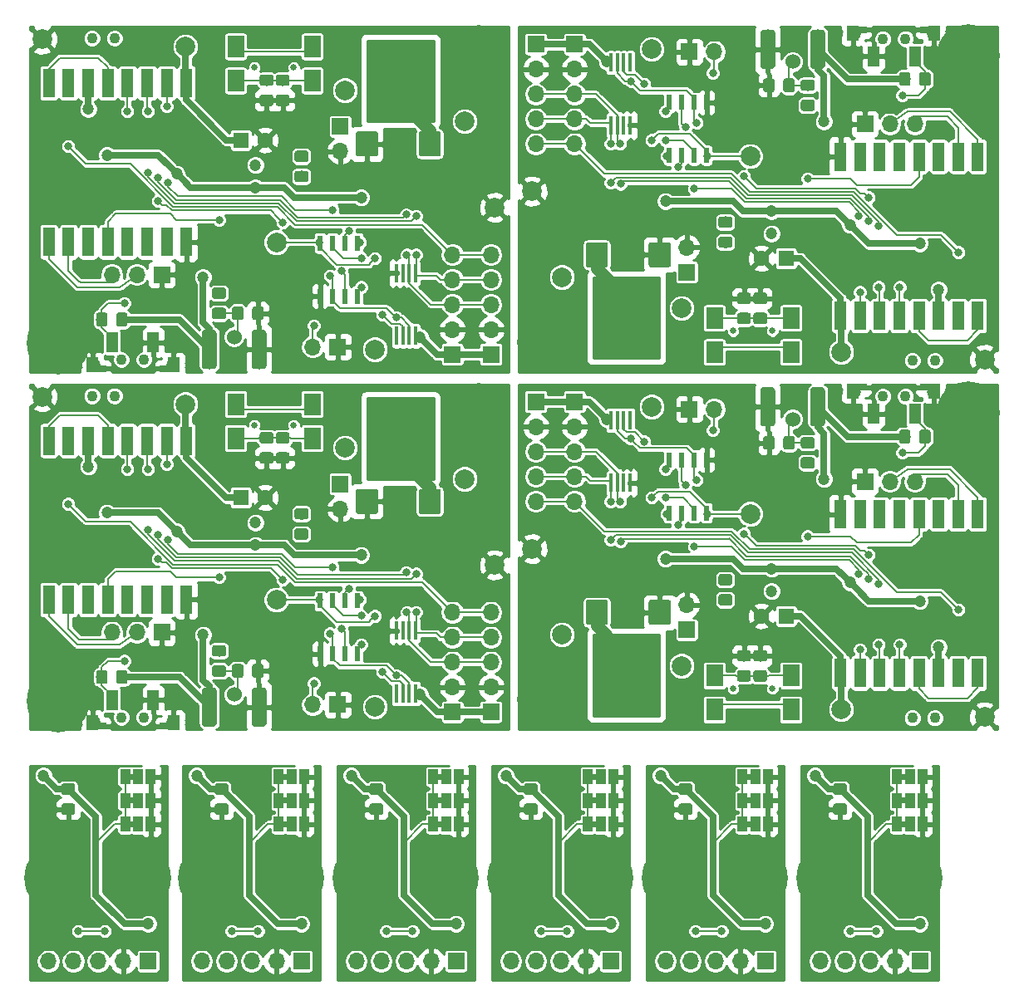
<source format=gbl>
G04 #@! TF.GenerationSoftware,KiCad,Pcbnew,6.0.0-rc1-unknown-r13609-32d262b0*
G04 #@! TF.CreationDate,2018-08-28T00:11:02+02:00*
G04 #@! TF.ProjectId,neOSensorV4_panel,6E654F53656E736F7256345F70616E65,v4*
G04 #@! TF.SameCoordinates,Original*
G04 #@! TF.FileFunction,Copper,L2,Bot,Signal*
G04 #@! TF.FilePolarity,Positive*
%FSLAX46Y46*%
G04 Gerber Fmt 4.6, Leading zero omitted, Abs format (unit mm)*
G04 Created by KiCad (PCBNEW 6.0.0-rc1-unknown-r13609-32d262b0) date Tue Aug 28 00:11:02 2018*
%MOMM*%
%LPD*%
G01*
G04 APERTURE LIST*
G04 #@! TA.AperFunction,Conductor*
%ADD10C,0.100000*%
G04 #@! TD*
G04 #@! TA.AperFunction,SMDPad,CuDef*
%ADD11C,1.150000*%
G04 #@! TD*
G04 #@! TA.AperFunction,SMDPad,CuDef*
%ADD12C,1.000000*%
G04 #@! TD*
G04 #@! TA.AperFunction,SMDPad,CuDef*
%ADD13R,1.000000X1.500000*%
G04 #@! TD*
G04 #@! TA.AperFunction,ComponentPad*
%ADD14R,1.700000X1.700000*%
G04 #@! TD*
G04 #@! TA.AperFunction,ComponentPad*
%ADD15O,1.700000X1.700000*%
G04 #@! TD*
G04 #@! TA.AperFunction,ComponentPad*
%ADD16C,6.400000*%
G04 #@! TD*
G04 #@! TA.AperFunction,SMDPad,CuDef*
%ADD17R,0.450000X1.950000*%
G04 #@! TD*
G04 #@! TA.AperFunction,SMDPad,CuDef*
%ADD18R,0.600000X1.550000*%
G04 #@! TD*
G04 #@! TA.AperFunction,ComponentPad*
%ADD19C,1.600000*%
G04 #@! TD*
G04 #@! TA.AperFunction,ComponentPad*
%ADD20R,1.600000X1.600000*%
G04 #@! TD*
G04 #@! TA.AperFunction,SMDPad,CuDef*
%ADD21C,2.250000*%
G04 #@! TD*
G04 #@! TA.AperFunction,ComponentPad*
%ADD22C,2.000000*%
G04 #@! TD*
G04 #@! TA.AperFunction,WasherPad*
%ADD23C,1.100000*%
G04 #@! TD*
G04 #@! TA.AperFunction,SMDPad,CuDef*
%ADD24R,1.200000X2.000000*%
G04 #@! TD*
G04 #@! TA.AperFunction,SMDPad,CuDef*
%ADD25R,1.270000X1.524000*%
G04 #@! TD*
G04 #@! TA.AperFunction,SMDPad,CuDef*
%ADD26R,2.000000X0.800000*%
G04 #@! TD*
G04 #@! TA.AperFunction,SMDPad,CuDef*
%ADD27R,1.250000X3.000000*%
G04 #@! TD*
G04 #@! TA.AperFunction,ComponentPad*
%ADD28R,1.700000X2.200000*%
G04 #@! TD*
G04 #@! TA.AperFunction,WasherPad*
%ADD29C,0.650000*%
G04 #@! TD*
G04 #@! TA.AperFunction,ComponentPad*
%ADD30C,1.524000*%
G04 #@! TD*
G04 #@! TA.AperFunction,ConnectorPad*
%ADD31C,1.524000*%
G04 #@! TD*
G04 #@! TA.AperFunction,ViaPad*
%ADD32C,0.800000*%
G04 #@! TD*
G04 #@! TA.AperFunction,ViaPad*
%ADD33C,1.200000*%
G04 #@! TD*
G04 #@! TA.AperFunction,Conductor*
%ADD34C,0.203200*%
G04 #@! TD*
G04 #@! TA.AperFunction,Conductor*
%ADD35C,1.270000*%
G04 #@! TD*
G04 #@! TA.AperFunction,Conductor*
%ADD36C,0.660400*%
G04 #@! TD*
G04 #@! TA.AperFunction,Conductor*
%ADD37C,0.254000*%
G04 #@! TD*
G04 APERTURE END LIST*
D10*
G04 #@! TO.N,+3V3*
G04 #@! TO.C,C1*
G36*
X143095505Y-111295204D02*
X143119773Y-111298804D01*
X143143572Y-111304765D01*
X143166671Y-111313030D01*
X143188850Y-111323520D01*
X143209893Y-111336132D01*
X143229599Y-111350747D01*
X143247777Y-111367223D01*
X143264253Y-111385401D01*
X143278868Y-111405107D01*
X143291480Y-111426150D01*
X143301970Y-111448329D01*
X143310235Y-111471428D01*
X143316196Y-111495227D01*
X143319796Y-111519495D01*
X143321000Y-111543999D01*
X143321000Y-112194001D01*
X143319796Y-112218505D01*
X143316196Y-112242773D01*
X143310235Y-112266572D01*
X143301970Y-112289671D01*
X143291480Y-112311850D01*
X143278868Y-112332893D01*
X143264253Y-112352599D01*
X143247777Y-112370777D01*
X143229599Y-112387253D01*
X143209893Y-112401868D01*
X143188850Y-112414480D01*
X143166671Y-112424970D01*
X143143572Y-112433235D01*
X143119773Y-112439196D01*
X143095505Y-112442796D01*
X143071001Y-112444000D01*
X142170999Y-112444000D01*
X142146495Y-112442796D01*
X142122227Y-112439196D01*
X142098428Y-112433235D01*
X142075329Y-112424970D01*
X142053150Y-112414480D01*
X142032107Y-112401868D01*
X142012401Y-112387253D01*
X141994223Y-112370777D01*
X141977747Y-112352599D01*
X141963132Y-112332893D01*
X141950520Y-112311850D01*
X141940030Y-112289671D01*
X141931765Y-112266572D01*
X141925804Y-112242773D01*
X141922204Y-112218505D01*
X141921000Y-112194001D01*
X141921000Y-111543999D01*
X141922204Y-111519495D01*
X141925804Y-111495227D01*
X141931765Y-111471428D01*
X141940030Y-111448329D01*
X141950520Y-111426150D01*
X141963132Y-111405107D01*
X141977747Y-111385401D01*
X141994223Y-111367223D01*
X142012401Y-111350747D01*
X142032107Y-111336132D01*
X142053150Y-111323520D01*
X142075329Y-111313030D01*
X142098428Y-111304765D01*
X142122227Y-111298804D01*
X142146495Y-111295204D01*
X142170999Y-111294000D01*
X143071001Y-111294000D01*
X143095505Y-111295204D01*
X143095505Y-111295204D01*
G37*
D11*
G04 #@! TD*
G04 #@! TO.P,C1,1*
G04 #@! TO.N,+3V3*
X142621000Y-111869000D03*
D10*
G04 #@! TO.N,GND*
G04 #@! TO.C,C1*
G36*
X143095505Y-113345204D02*
X143119773Y-113348804D01*
X143143572Y-113354765D01*
X143166671Y-113363030D01*
X143188850Y-113373520D01*
X143209893Y-113386132D01*
X143229599Y-113400747D01*
X143247777Y-113417223D01*
X143264253Y-113435401D01*
X143278868Y-113455107D01*
X143291480Y-113476150D01*
X143301970Y-113498329D01*
X143310235Y-113521428D01*
X143316196Y-113545227D01*
X143319796Y-113569495D01*
X143321000Y-113593999D01*
X143321000Y-114244001D01*
X143319796Y-114268505D01*
X143316196Y-114292773D01*
X143310235Y-114316572D01*
X143301970Y-114339671D01*
X143291480Y-114361850D01*
X143278868Y-114382893D01*
X143264253Y-114402599D01*
X143247777Y-114420777D01*
X143229599Y-114437253D01*
X143209893Y-114451868D01*
X143188850Y-114464480D01*
X143166671Y-114474970D01*
X143143572Y-114483235D01*
X143119773Y-114489196D01*
X143095505Y-114492796D01*
X143071001Y-114494000D01*
X142170999Y-114494000D01*
X142146495Y-114492796D01*
X142122227Y-114489196D01*
X142098428Y-114483235D01*
X142075329Y-114474970D01*
X142053150Y-114464480D01*
X142032107Y-114451868D01*
X142012401Y-114437253D01*
X141994223Y-114420777D01*
X141977747Y-114402599D01*
X141963132Y-114382893D01*
X141950520Y-114361850D01*
X141940030Y-114339671D01*
X141931765Y-114316572D01*
X141925804Y-114292773D01*
X141922204Y-114268505D01*
X141921000Y-114244001D01*
X141921000Y-113593999D01*
X141922204Y-113569495D01*
X141925804Y-113545227D01*
X141931765Y-113521428D01*
X141940030Y-113498329D01*
X141950520Y-113476150D01*
X141963132Y-113455107D01*
X141977747Y-113435401D01*
X141994223Y-113417223D01*
X142012401Y-113400747D01*
X142032107Y-113386132D01*
X142053150Y-113373520D01*
X142075329Y-113363030D01*
X142098428Y-113354765D01*
X142122227Y-113348804D01*
X142146495Y-113345204D01*
X142170999Y-113344000D01*
X143071001Y-113344000D01*
X143095505Y-113345204D01*
X143095505Y-113345204D01*
G37*
D11*
G04 #@! TD*
G04 #@! TO.P,C1,2*
G04 #@! TO.N,GND*
X142621000Y-113919000D03*
D12*
G04 #@! TO.P,JP1,1*
G04 #@! TO.N,+3V3*
X148433000Y-115443001D03*
D10*
G04 #@! TD*
G04 #@! TO.N,+3V3*
G04 #@! TO.C,JP1*
G36*
X148933000Y-115143001D02*
X149333000Y-115143001D01*
X149333000Y-115743001D01*
X148933000Y-115743001D01*
X148933000Y-116193001D01*
X147933000Y-116193001D01*
X147933000Y-114693001D01*
X148933000Y-114693001D01*
X148933000Y-115143001D01*
X148933000Y-115143001D01*
G37*
D13*
G04 #@! TO.P,JP1,3*
G04 #@! TO.N,GND*
X151033000Y-115443001D03*
G04 #@! TO.P,JP1,2*
G04 #@! TO.N,/A0*
X149733000Y-115443001D03*
G04 #@! TD*
D12*
G04 #@! TO.P,JP2,1*
G04 #@! TO.N,+3V3*
X148433000Y-113030000D03*
D10*
G04 #@! TD*
G04 #@! TO.N,+3V3*
G04 #@! TO.C,JP2*
G36*
X148933000Y-112730000D02*
X149333000Y-112730000D01*
X149333000Y-113330000D01*
X148933000Y-113330000D01*
X148933000Y-113780000D01*
X147933000Y-113780000D01*
X147933000Y-112280000D01*
X148933000Y-112280000D01*
X148933000Y-112730000D01*
X148933000Y-112730000D01*
G37*
D13*
G04 #@! TO.P,JP2,3*
G04 #@! TO.N,GND*
X151033000Y-113030000D03*
G04 #@! TO.P,JP2,2*
G04 #@! TO.N,/A1*
X149733000Y-113030000D03*
G04 #@! TD*
D12*
G04 #@! TO.P,JP3,1*
G04 #@! TO.N,+3V3*
X148433000Y-110617000D03*
D10*
G04 #@! TD*
G04 #@! TO.N,+3V3*
G04 #@! TO.C,JP3*
G36*
X148933000Y-110317000D02*
X149333000Y-110317000D01*
X149333000Y-110917000D01*
X148933000Y-110917000D01*
X148933000Y-111367000D01*
X147933000Y-111367000D01*
X147933000Y-109867000D01*
X148933000Y-109867000D01*
X148933000Y-110317000D01*
X148933000Y-110317000D01*
G37*
D13*
G04 #@! TO.P,JP3,3*
G04 #@! TO.N,GND*
X151033000Y-110617000D03*
G04 #@! TO.P,JP3,2*
G04 #@! TO.N,/A2*
X149733000Y-110617000D03*
G04 #@! TD*
D14*
G04 #@! TO.P,J1,1*
G04 #@! TO.N,+3V3*
X150749000Y-129413000D03*
D15*
G04 #@! TO.P,J1,2*
G04 #@! TO.N,GND*
X148209000Y-129413000D03*
G04 #@! TO.P,J1,3*
G04 #@! TO.N,/SCL*
X145669000Y-129413000D03*
G04 #@! TO.P,J1,4*
G04 #@! TO.N,/SDA*
X143129000Y-129413000D03*
G04 #@! TO.P,J1,5*
G04 #@! TO.N,/INT*
X140589000Y-129413000D03*
G04 #@! TD*
D16*
G04 #@! TO.P,MH1,1*
G04 #@! TO.N,GND*
X141351000Y-120904000D03*
G04 #@! TD*
G04 #@! TO.P,MH2,1*
G04 #@! TO.N,GND*
X149860000Y-120904000D03*
G04 #@! TD*
G04 #@! TO.P,MH2,1*
G04 #@! TO.N,GND*
X134112000Y-120904000D03*
G04 #@! TD*
D10*
G04 #@! TO.N,GND*
G04 #@! TO.C,C1*
G36*
X127347505Y-113345204D02*
X127371773Y-113348804D01*
X127395572Y-113354765D01*
X127418671Y-113363030D01*
X127440850Y-113373520D01*
X127461893Y-113386132D01*
X127481599Y-113400747D01*
X127499777Y-113417223D01*
X127516253Y-113435401D01*
X127530868Y-113455107D01*
X127543480Y-113476150D01*
X127553970Y-113498329D01*
X127562235Y-113521428D01*
X127568196Y-113545227D01*
X127571796Y-113569495D01*
X127573000Y-113593999D01*
X127573000Y-114244001D01*
X127571796Y-114268505D01*
X127568196Y-114292773D01*
X127562235Y-114316572D01*
X127553970Y-114339671D01*
X127543480Y-114361850D01*
X127530868Y-114382893D01*
X127516253Y-114402599D01*
X127499777Y-114420777D01*
X127481599Y-114437253D01*
X127461893Y-114451868D01*
X127440850Y-114464480D01*
X127418671Y-114474970D01*
X127395572Y-114483235D01*
X127371773Y-114489196D01*
X127347505Y-114492796D01*
X127323001Y-114494000D01*
X126422999Y-114494000D01*
X126398495Y-114492796D01*
X126374227Y-114489196D01*
X126350428Y-114483235D01*
X126327329Y-114474970D01*
X126305150Y-114464480D01*
X126284107Y-114451868D01*
X126264401Y-114437253D01*
X126246223Y-114420777D01*
X126229747Y-114402599D01*
X126215132Y-114382893D01*
X126202520Y-114361850D01*
X126192030Y-114339671D01*
X126183765Y-114316572D01*
X126177804Y-114292773D01*
X126174204Y-114268505D01*
X126173000Y-114244001D01*
X126173000Y-113593999D01*
X126174204Y-113569495D01*
X126177804Y-113545227D01*
X126183765Y-113521428D01*
X126192030Y-113498329D01*
X126202520Y-113476150D01*
X126215132Y-113455107D01*
X126229747Y-113435401D01*
X126246223Y-113417223D01*
X126264401Y-113400747D01*
X126284107Y-113386132D01*
X126305150Y-113373520D01*
X126327329Y-113363030D01*
X126350428Y-113354765D01*
X126374227Y-113348804D01*
X126398495Y-113345204D01*
X126422999Y-113344000D01*
X127323001Y-113344000D01*
X127347505Y-113345204D01*
X127347505Y-113345204D01*
G37*
D11*
G04 #@! TD*
G04 #@! TO.P,C1,2*
G04 #@! TO.N,GND*
X126873000Y-113919000D03*
D10*
G04 #@! TO.N,+3V3*
G04 #@! TO.C,C1*
G36*
X127347505Y-111295204D02*
X127371773Y-111298804D01*
X127395572Y-111304765D01*
X127418671Y-111313030D01*
X127440850Y-111323520D01*
X127461893Y-111336132D01*
X127481599Y-111350747D01*
X127499777Y-111367223D01*
X127516253Y-111385401D01*
X127530868Y-111405107D01*
X127543480Y-111426150D01*
X127553970Y-111448329D01*
X127562235Y-111471428D01*
X127568196Y-111495227D01*
X127571796Y-111519495D01*
X127573000Y-111543999D01*
X127573000Y-112194001D01*
X127571796Y-112218505D01*
X127568196Y-112242773D01*
X127562235Y-112266572D01*
X127553970Y-112289671D01*
X127543480Y-112311850D01*
X127530868Y-112332893D01*
X127516253Y-112352599D01*
X127499777Y-112370777D01*
X127481599Y-112387253D01*
X127461893Y-112401868D01*
X127440850Y-112414480D01*
X127418671Y-112424970D01*
X127395572Y-112433235D01*
X127371773Y-112439196D01*
X127347505Y-112442796D01*
X127323001Y-112444000D01*
X126422999Y-112444000D01*
X126398495Y-112442796D01*
X126374227Y-112439196D01*
X126350428Y-112433235D01*
X126327329Y-112424970D01*
X126305150Y-112414480D01*
X126284107Y-112401868D01*
X126264401Y-112387253D01*
X126246223Y-112370777D01*
X126229747Y-112352599D01*
X126215132Y-112332893D01*
X126202520Y-112311850D01*
X126192030Y-112289671D01*
X126183765Y-112266572D01*
X126177804Y-112242773D01*
X126174204Y-112218505D01*
X126173000Y-112194001D01*
X126173000Y-111543999D01*
X126174204Y-111519495D01*
X126177804Y-111495227D01*
X126183765Y-111471428D01*
X126192030Y-111448329D01*
X126202520Y-111426150D01*
X126215132Y-111405107D01*
X126229747Y-111385401D01*
X126246223Y-111367223D01*
X126264401Y-111350747D01*
X126284107Y-111336132D01*
X126305150Y-111323520D01*
X126327329Y-111313030D01*
X126350428Y-111304765D01*
X126374227Y-111298804D01*
X126398495Y-111295204D01*
X126422999Y-111294000D01*
X127323001Y-111294000D01*
X127347505Y-111295204D01*
X127347505Y-111295204D01*
G37*
D11*
G04 #@! TD*
G04 #@! TO.P,C1,1*
G04 #@! TO.N,+3V3*
X126873000Y-111869000D03*
D13*
G04 #@! TO.P,JP1,2*
G04 #@! TO.N,/A0*
X133985000Y-115443001D03*
G04 #@! TO.P,JP1,3*
G04 #@! TO.N,GND*
X135285000Y-115443001D03*
D12*
G04 #@! TO.P,JP1,1*
G04 #@! TO.N,+3V3*
X132685000Y-115443001D03*
D10*
G04 #@! TD*
G04 #@! TO.N,+3V3*
G04 #@! TO.C,JP1*
G36*
X133185000Y-115143001D02*
X133585000Y-115143001D01*
X133585000Y-115743001D01*
X133185000Y-115743001D01*
X133185000Y-116193001D01*
X132185000Y-116193001D01*
X132185000Y-114693001D01*
X133185000Y-114693001D01*
X133185000Y-115143001D01*
X133185000Y-115143001D01*
G37*
D16*
G04 #@! TO.P,MH1,1*
G04 #@! TO.N,GND*
X125603000Y-120904000D03*
G04 #@! TD*
D13*
G04 #@! TO.P,JP3,2*
G04 #@! TO.N,/A2*
X133985000Y-110617000D03*
G04 #@! TO.P,JP3,3*
G04 #@! TO.N,GND*
X135285000Y-110617000D03*
D12*
G04 #@! TO.P,JP3,1*
G04 #@! TO.N,+3V3*
X132685000Y-110617000D03*
D10*
G04 #@! TD*
G04 #@! TO.N,+3V3*
G04 #@! TO.C,JP3*
G36*
X133185000Y-110317000D02*
X133585000Y-110317000D01*
X133585000Y-110917000D01*
X133185000Y-110917000D01*
X133185000Y-111367000D01*
X132185000Y-111367000D01*
X132185000Y-109867000D01*
X133185000Y-109867000D01*
X133185000Y-110317000D01*
X133185000Y-110317000D01*
G37*
D13*
G04 #@! TO.P,JP2,2*
G04 #@! TO.N,/A1*
X133985000Y-113030000D03*
G04 #@! TO.P,JP2,3*
G04 #@! TO.N,GND*
X135285000Y-113030000D03*
D12*
G04 #@! TO.P,JP2,1*
G04 #@! TO.N,+3V3*
X132685000Y-113030000D03*
D10*
G04 #@! TD*
G04 #@! TO.N,+3V3*
G04 #@! TO.C,JP2*
G36*
X133185000Y-112730000D02*
X133585000Y-112730000D01*
X133585000Y-113330000D01*
X133185000Y-113330000D01*
X133185000Y-113780000D01*
X132185000Y-113780000D01*
X132185000Y-112280000D01*
X133185000Y-112280000D01*
X133185000Y-112730000D01*
X133185000Y-112730000D01*
G37*
D15*
G04 #@! TO.P,J1,5*
G04 #@! TO.N,/INT*
X124841000Y-129413000D03*
G04 #@! TO.P,J1,4*
G04 #@! TO.N,/SDA*
X127381000Y-129413000D03*
G04 #@! TO.P,J1,3*
G04 #@! TO.N,/SCL*
X129921000Y-129413000D03*
G04 #@! TO.P,J1,2*
G04 #@! TO.N,GND*
X132461000Y-129413000D03*
D14*
G04 #@! TO.P,J1,1*
G04 #@! TO.N,+3V3*
X135001000Y-129413000D03*
G04 #@! TD*
D12*
G04 #@! TO.P,JP2,1*
G04 #@! TO.N,+3V3*
X116937000Y-113030000D03*
D10*
G04 #@! TD*
G04 #@! TO.N,+3V3*
G04 #@! TO.C,JP2*
G36*
X117437000Y-112730000D02*
X117837000Y-112730000D01*
X117837000Y-113330000D01*
X117437000Y-113330000D01*
X117437000Y-113780000D01*
X116437000Y-113780000D01*
X116437000Y-112280000D01*
X117437000Y-112280000D01*
X117437000Y-112730000D01*
X117437000Y-112730000D01*
G37*
D13*
G04 #@! TO.P,JP2,3*
G04 #@! TO.N,GND*
X119537000Y-113030000D03*
G04 #@! TO.P,JP2,2*
G04 #@! TO.N,/A1*
X118237000Y-113030000D03*
G04 #@! TD*
D14*
G04 #@! TO.P,J1,1*
G04 #@! TO.N,+3V3*
X119253000Y-129413000D03*
D15*
G04 #@! TO.P,J1,2*
G04 #@! TO.N,GND*
X116713000Y-129413000D03*
G04 #@! TO.P,J1,3*
G04 #@! TO.N,/SCL*
X114173000Y-129413000D03*
G04 #@! TO.P,J1,4*
G04 #@! TO.N,/SDA*
X111633000Y-129413000D03*
G04 #@! TO.P,J1,5*
G04 #@! TO.N,/INT*
X109093000Y-129413000D03*
G04 #@! TD*
D10*
G04 #@! TO.N,+3V3*
G04 #@! TO.C,C1*
G36*
X111599505Y-111295204D02*
X111623773Y-111298804D01*
X111647572Y-111304765D01*
X111670671Y-111313030D01*
X111692850Y-111323520D01*
X111713893Y-111336132D01*
X111733599Y-111350747D01*
X111751777Y-111367223D01*
X111768253Y-111385401D01*
X111782868Y-111405107D01*
X111795480Y-111426150D01*
X111805970Y-111448329D01*
X111814235Y-111471428D01*
X111820196Y-111495227D01*
X111823796Y-111519495D01*
X111825000Y-111543999D01*
X111825000Y-112194001D01*
X111823796Y-112218505D01*
X111820196Y-112242773D01*
X111814235Y-112266572D01*
X111805970Y-112289671D01*
X111795480Y-112311850D01*
X111782868Y-112332893D01*
X111768253Y-112352599D01*
X111751777Y-112370777D01*
X111733599Y-112387253D01*
X111713893Y-112401868D01*
X111692850Y-112414480D01*
X111670671Y-112424970D01*
X111647572Y-112433235D01*
X111623773Y-112439196D01*
X111599505Y-112442796D01*
X111575001Y-112444000D01*
X110674999Y-112444000D01*
X110650495Y-112442796D01*
X110626227Y-112439196D01*
X110602428Y-112433235D01*
X110579329Y-112424970D01*
X110557150Y-112414480D01*
X110536107Y-112401868D01*
X110516401Y-112387253D01*
X110498223Y-112370777D01*
X110481747Y-112352599D01*
X110467132Y-112332893D01*
X110454520Y-112311850D01*
X110444030Y-112289671D01*
X110435765Y-112266572D01*
X110429804Y-112242773D01*
X110426204Y-112218505D01*
X110425000Y-112194001D01*
X110425000Y-111543999D01*
X110426204Y-111519495D01*
X110429804Y-111495227D01*
X110435765Y-111471428D01*
X110444030Y-111448329D01*
X110454520Y-111426150D01*
X110467132Y-111405107D01*
X110481747Y-111385401D01*
X110498223Y-111367223D01*
X110516401Y-111350747D01*
X110536107Y-111336132D01*
X110557150Y-111323520D01*
X110579329Y-111313030D01*
X110602428Y-111304765D01*
X110626227Y-111298804D01*
X110650495Y-111295204D01*
X110674999Y-111294000D01*
X111575001Y-111294000D01*
X111599505Y-111295204D01*
X111599505Y-111295204D01*
G37*
D11*
G04 #@! TD*
G04 #@! TO.P,C1,1*
G04 #@! TO.N,+3V3*
X111125000Y-111869000D03*
D10*
G04 #@! TO.N,GND*
G04 #@! TO.C,C1*
G36*
X111599505Y-113345204D02*
X111623773Y-113348804D01*
X111647572Y-113354765D01*
X111670671Y-113363030D01*
X111692850Y-113373520D01*
X111713893Y-113386132D01*
X111733599Y-113400747D01*
X111751777Y-113417223D01*
X111768253Y-113435401D01*
X111782868Y-113455107D01*
X111795480Y-113476150D01*
X111805970Y-113498329D01*
X111814235Y-113521428D01*
X111820196Y-113545227D01*
X111823796Y-113569495D01*
X111825000Y-113593999D01*
X111825000Y-114244001D01*
X111823796Y-114268505D01*
X111820196Y-114292773D01*
X111814235Y-114316572D01*
X111805970Y-114339671D01*
X111795480Y-114361850D01*
X111782868Y-114382893D01*
X111768253Y-114402599D01*
X111751777Y-114420777D01*
X111733599Y-114437253D01*
X111713893Y-114451868D01*
X111692850Y-114464480D01*
X111670671Y-114474970D01*
X111647572Y-114483235D01*
X111623773Y-114489196D01*
X111599505Y-114492796D01*
X111575001Y-114494000D01*
X110674999Y-114494000D01*
X110650495Y-114492796D01*
X110626227Y-114489196D01*
X110602428Y-114483235D01*
X110579329Y-114474970D01*
X110557150Y-114464480D01*
X110536107Y-114451868D01*
X110516401Y-114437253D01*
X110498223Y-114420777D01*
X110481747Y-114402599D01*
X110467132Y-114382893D01*
X110454520Y-114361850D01*
X110444030Y-114339671D01*
X110435765Y-114316572D01*
X110429804Y-114292773D01*
X110426204Y-114268505D01*
X110425000Y-114244001D01*
X110425000Y-113593999D01*
X110426204Y-113569495D01*
X110429804Y-113545227D01*
X110435765Y-113521428D01*
X110444030Y-113498329D01*
X110454520Y-113476150D01*
X110467132Y-113455107D01*
X110481747Y-113435401D01*
X110498223Y-113417223D01*
X110516401Y-113400747D01*
X110536107Y-113386132D01*
X110557150Y-113373520D01*
X110579329Y-113363030D01*
X110602428Y-113354765D01*
X110626227Y-113348804D01*
X110650495Y-113345204D01*
X110674999Y-113344000D01*
X111575001Y-113344000D01*
X111599505Y-113345204D01*
X111599505Y-113345204D01*
G37*
D11*
G04 #@! TD*
G04 #@! TO.P,C1,2*
G04 #@! TO.N,GND*
X111125000Y-113919000D03*
D16*
G04 #@! TO.P,MH2,1*
G04 #@! TO.N,GND*
X118364000Y-120904000D03*
G04 #@! TD*
D12*
G04 #@! TO.P,JP3,1*
G04 #@! TO.N,+3V3*
X116937000Y-110617000D03*
D10*
G04 #@! TD*
G04 #@! TO.N,+3V3*
G04 #@! TO.C,JP3*
G36*
X117437000Y-110317000D02*
X117837000Y-110317000D01*
X117837000Y-110917000D01*
X117437000Y-110917000D01*
X117437000Y-111367000D01*
X116437000Y-111367000D01*
X116437000Y-109867000D01*
X117437000Y-109867000D01*
X117437000Y-110317000D01*
X117437000Y-110317000D01*
G37*
D13*
G04 #@! TO.P,JP3,3*
G04 #@! TO.N,GND*
X119537000Y-110617000D03*
G04 #@! TO.P,JP3,2*
G04 #@! TO.N,/A2*
X118237000Y-110617000D03*
G04 #@! TD*
D12*
G04 #@! TO.P,JP1,1*
G04 #@! TO.N,+3V3*
X116937000Y-115443001D03*
D10*
G04 #@! TD*
G04 #@! TO.N,+3V3*
G04 #@! TO.C,JP1*
G36*
X117437000Y-115143001D02*
X117837000Y-115143001D01*
X117837000Y-115743001D01*
X117437000Y-115743001D01*
X117437000Y-116193001D01*
X116437000Y-116193001D01*
X116437000Y-114693001D01*
X117437000Y-114693001D01*
X117437000Y-115143001D01*
X117437000Y-115143001D01*
G37*
D13*
G04 #@! TO.P,JP1,3*
G04 #@! TO.N,GND*
X119537000Y-115443001D03*
G04 #@! TO.P,JP1,2*
G04 #@! TO.N,/A0*
X118237000Y-115443001D03*
G04 #@! TD*
D16*
G04 #@! TO.P,MH1,1*
G04 #@! TO.N,GND*
X109855000Y-120904000D03*
G04 #@! TD*
D13*
G04 #@! TO.P,JP1,2*
G04 #@! TO.N,/A0*
X102489000Y-115443001D03*
G04 #@! TO.P,JP1,3*
G04 #@! TO.N,GND*
X103789000Y-115443001D03*
D12*
G04 #@! TO.P,JP1,1*
G04 #@! TO.N,+3V3*
X101189000Y-115443001D03*
D10*
G04 #@! TD*
G04 #@! TO.N,+3V3*
G04 #@! TO.C,JP1*
G36*
X101689000Y-115143001D02*
X102089000Y-115143001D01*
X102089000Y-115743001D01*
X101689000Y-115743001D01*
X101689000Y-116193001D01*
X100689000Y-116193001D01*
X100689000Y-114693001D01*
X101689000Y-114693001D01*
X101689000Y-115143001D01*
X101689000Y-115143001D01*
G37*
D13*
G04 #@! TO.P,JP2,2*
G04 #@! TO.N,/A1*
X102489000Y-113030000D03*
G04 #@! TO.P,JP2,3*
G04 #@! TO.N,GND*
X103789000Y-113030000D03*
D12*
G04 #@! TO.P,JP2,1*
G04 #@! TO.N,+3V3*
X101189000Y-113030000D03*
D10*
G04 #@! TD*
G04 #@! TO.N,+3V3*
G04 #@! TO.C,JP2*
G36*
X101689000Y-112730000D02*
X102089000Y-112730000D01*
X102089000Y-113330000D01*
X101689000Y-113330000D01*
X101689000Y-113780000D01*
X100689000Y-113780000D01*
X100689000Y-112280000D01*
X101689000Y-112280000D01*
X101689000Y-112730000D01*
X101689000Y-112730000D01*
G37*
D16*
G04 #@! TO.P,MH2,1*
G04 #@! TO.N,GND*
X102616000Y-120904000D03*
G04 #@! TD*
D13*
G04 #@! TO.P,JP3,2*
G04 #@! TO.N,/A2*
X102489000Y-110617000D03*
G04 #@! TO.P,JP3,3*
G04 #@! TO.N,GND*
X103789000Y-110617000D03*
D12*
G04 #@! TO.P,JP3,1*
G04 #@! TO.N,+3V3*
X101189000Y-110617000D03*
D10*
G04 #@! TD*
G04 #@! TO.N,+3V3*
G04 #@! TO.C,JP3*
G36*
X101689000Y-110317000D02*
X102089000Y-110317000D01*
X102089000Y-110917000D01*
X101689000Y-110917000D01*
X101689000Y-111367000D01*
X100689000Y-111367000D01*
X100689000Y-109867000D01*
X101689000Y-109867000D01*
X101689000Y-110317000D01*
X101689000Y-110317000D01*
G37*
D15*
G04 #@! TO.P,J1,5*
G04 #@! TO.N,/INT*
X93345000Y-129413000D03*
G04 #@! TO.P,J1,4*
G04 #@! TO.N,/SDA*
X95885000Y-129413000D03*
G04 #@! TO.P,J1,3*
G04 #@! TO.N,/SCL*
X98425000Y-129413000D03*
G04 #@! TO.P,J1,2*
G04 #@! TO.N,GND*
X100965000Y-129413000D03*
D14*
G04 #@! TO.P,J1,1*
G04 #@! TO.N,+3V3*
X103505000Y-129413000D03*
G04 #@! TD*
D16*
G04 #@! TO.P,MH1,1*
G04 #@! TO.N,GND*
X94107000Y-120904000D03*
G04 #@! TD*
D10*
G04 #@! TO.N,GND*
G04 #@! TO.C,C1*
G36*
X95851505Y-113345204D02*
X95875773Y-113348804D01*
X95899572Y-113354765D01*
X95922671Y-113363030D01*
X95944850Y-113373520D01*
X95965893Y-113386132D01*
X95985599Y-113400747D01*
X96003777Y-113417223D01*
X96020253Y-113435401D01*
X96034868Y-113455107D01*
X96047480Y-113476150D01*
X96057970Y-113498329D01*
X96066235Y-113521428D01*
X96072196Y-113545227D01*
X96075796Y-113569495D01*
X96077000Y-113593999D01*
X96077000Y-114244001D01*
X96075796Y-114268505D01*
X96072196Y-114292773D01*
X96066235Y-114316572D01*
X96057970Y-114339671D01*
X96047480Y-114361850D01*
X96034868Y-114382893D01*
X96020253Y-114402599D01*
X96003777Y-114420777D01*
X95985599Y-114437253D01*
X95965893Y-114451868D01*
X95944850Y-114464480D01*
X95922671Y-114474970D01*
X95899572Y-114483235D01*
X95875773Y-114489196D01*
X95851505Y-114492796D01*
X95827001Y-114494000D01*
X94926999Y-114494000D01*
X94902495Y-114492796D01*
X94878227Y-114489196D01*
X94854428Y-114483235D01*
X94831329Y-114474970D01*
X94809150Y-114464480D01*
X94788107Y-114451868D01*
X94768401Y-114437253D01*
X94750223Y-114420777D01*
X94733747Y-114402599D01*
X94719132Y-114382893D01*
X94706520Y-114361850D01*
X94696030Y-114339671D01*
X94687765Y-114316572D01*
X94681804Y-114292773D01*
X94678204Y-114268505D01*
X94677000Y-114244001D01*
X94677000Y-113593999D01*
X94678204Y-113569495D01*
X94681804Y-113545227D01*
X94687765Y-113521428D01*
X94696030Y-113498329D01*
X94706520Y-113476150D01*
X94719132Y-113455107D01*
X94733747Y-113435401D01*
X94750223Y-113417223D01*
X94768401Y-113400747D01*
X94788107Y-113386132D01*
X94809150Y-113373520D01*
X94831329Y-113363030D01*
X94854428Y-113354765D01*
X94878227Y-113348804D01*
X94902495Y-113345204D01*
X94926999Y-113344000D01*
X95827001Y-113344000D01*
X95851505Y-113345204D01*
X95851505Y-113345204D01*
G37*
D11*
G04 #@! TD*
G04 #@! TO.P,C1,2*
G04 #@! TO.N,GND*
X95377000Y-113919000D03*
D10*
G04 #@! TO.N,+3V3*
G04 #@! TO.C,C1*
G36*
X95851505Y-111295204D02*
X95875773Y-111298804D01*
X95899572Y-111304765D01*
X95922671Y-111313030D01*
X95944850Y-111323520D01*
X95965893Y-111336132D01*
X95985599Y-111350747D01*
X96003777Y-111367223D01*
X96020253Y-111385401D01*
X96034868Y-111405107D01*
X96047480Y-111426150D01*
X96057970Y-111448329D01*
X96066235Y-111471428D01*
X96072196Y-111495227D01*
X96075796Y-111519495D01*
X96077000Y-111543999D01*
X96077000Y-112194001D01*
X96075796Y-112218505D01*
X96072196Y-112242773D01*
X96066235Y-112266572D01*
X96057970Y-112289671D01*
X96047480Y-112311850D01*
X96034868Y-112332893D01*
X96020253Y-112352599D01*
X96003777Y-112370777D01*
X95985599Y-112387253D01*
X95965893Y-112401868D01*
X95944850Y-112414480D01*
X95922671Y-112424970D01*
X95899572Y-112433235D01*
X95875773Y-112439196D01*
X95851505Y-112442796D01*
X95827001Y-112444000D01*
X94926999Y-112444000D01*
X94902495Y-112442796D01*
X94878227Y-112439196D01*
X94854428Y-112433235D01*
X94831329Y-112424970D01*
X94809150Y-112414480D01*
X94788107Y-112401868D01*
X94768401Y-112387253D01*
X94750223Y-112370777D01*
X94733747Y-112352599D01*
X94719132Y-112332893D01*
X94706520Y-112311850D01*
X94696030Y-112289671D01*
X94687765Y-112266572D01*
X94681804Y-112242773D01*
X94678204Y-112218505D01*
X94677000Y-112194001D01*
X94677000Y-111543999D01*
X94678204Y-111519495D01*
X94681804Y-111495227D01*
X94687765Y-111471428D01*
X94696030Y-111448329D01*
X94706520Y-111426150D01*
X94719132Y-111405107D01*
X94733747Y-111385401D01*
X94750223Y-111367223D01*
X94768401Y-111350747D01*
X94788107Y-111336132D01*
X94809150Y-111323520D01*
X94831329Y-111313030D01*
X94854428Y-111304765D01*
X94878227Y-111298804D01*
X94902495Y-111295204D01*
X94926999Y-111294000D01*
X95827001Y-111294000D01*
X95851505Y-111295204D01*
X95851505Y-111295204D01*
G37*
D11*
G04 #@! TD*
G04 #@! TO.P,C1,1*
G04 #@! TO.N,+3V3*
X95377000Y-111869000D03*
D16*
G04 #@! TO.P,MH1,1*
G04 #@! TO.N,GND*
X78359000Y-120904000D03*
G04 #@! TD*
D12*
G04 #@! TO.P,JP1,1*
G04 #@! TO.N,+3V3*
X85441000Y-115443001D03*
D10*
G04 #@! TD*
G04 #@! TO.N,+3V3*
G04 #@! TO.C,JP1*
G36*
X85941000Y-115143001D02*
X86341000Y-115143001D01*
X86341000Y-115743001D01*
X85941000Y-115743001D01*
X85941000Y-116193001D01*
X84941000Y-116193001D01*
X84941000Y-114693001D01*
X85941000Y-114693001D01*
X85941000Y-115143001D01*
X85941000Y-115143001D01*
G37*
D13*
G04 #@! TO.P,JP1,3*
G04 #@! TO.N,GND*
X88041000Y-115443001D03*
G04 #@! TO.P,JP1,2*
G04 #@! TO.N,/A0*
X86741000Y-115443001D03*
G04 #@! TD*
D10*
G04 #@! TO.N,+3V3*
G04 #@! TO.C,C1*
G36*
X80103505Y-111295204D02*
X80127773Y-111298804D01*
X80151572Y-111304765D01*
X80174671Y-111313030D01*
X80196850Y-111323520D01*
X80217893Y-111336132D01*
X80237599Y-111350747D01*
X80255777Y-111367223D01*
X80272253Y-111385401D01*
X80286868Y-111405107D01*
X80299480Y-111426150D01*
X80309970Y-111448329D01*
X80318235Y-111471428D01*
X80324196Y-111495227D01*
X80327796Y-111519495D01*
X80329000Y-111543999D01*
X80329000Y-112194001D01*
X80327796Y-112218505D01*
X80324196Y-112242773D01*
X80318235Y-112266572D01*
X80309970Y-112289671D01*
X80299480Y-112311850D01*
X80286868Y-112332893D01*
X80272253Y-112352599D01*
X80255777Y-112370777D01*
X80237599Y-112387253D01*
X80217893Y-112401868D01*
X80196850Y-112414480D01*
X80174671Y-112424970D01*
X80151572Y-112433235D01*
X80127773Y-112439196D01*
X80103505Y-112442796D01*
X80079001Y-112444000D01*
X79178999Y-112444000D01*
X79154495Y-112442796D01*
X79130227Y-112439196D01*
X79106428Y-112433235D01*
X79083329Y-112424970D01*
X79061150Y-112414480D01*
X79040107Y-112401868D01*
X79020401Y-112387253D01*
X79002223Y-112370777D01*
X78985747Y-112352599D01*
X78971132Y-112332893D01*
X78958520Y-112311850D01*
X78948030Y-112289671D01*
X78939765Y-112266572D01*
X78933804Y-112242773D01*
X78930204Y-112218505D01*
X78929000Y-112194001D01*
X78929000Y-111543999D01*
X78930204Y-111519495D01*
X78933804Y-111495227D01*
X78939765Y-111471428D01*
X78948030Y-111448329D01*
X78958520Y-111426150D01*
X78971132Y-111405107D01*
X78985747Y-111385401D01*
X79002223Y-111367223D01*
X79020401Y-111350747D01*
X79040107Y-111336132D01*
X79061150Y-111323520D01*
X79083329Y-111313030D01*
X79106428Y-111304765D01*
X79130227Y-111298804D01*
X79154495Y-111295204D01*
X79178999Y-111294000D01*
X80079001Y-111294000D01*
X80103505Y-111295204D01*
X80103505Y-111295204D01*
G37*
D11*
G04 #@! TD*
G04 #@! TO.P,C1,1*
G04 #@! TO.N,+3V3*
X79629000Y-111869000D03*
D10*
G04 #@! TO.N,GND*
G04 #@! TO.C,C1*
G36*
X80103505Y-113345204D02*
X80127773Y-113348804D01*
X80151572Y-113354765D01*
X80174671Y-113363030D01*
X80196850Y-113373520D01*
X80217893Y-113386132D01*
X80237599Y-113400747D01*
X80255777Y-113417223D01*
X80272253Y-113435401D01*
X80286868Y-113455107D01*
X80299480Y-113476150D01*
X80309970Y-113498329D01*
X80318235Y-113521428D01*
X80324196Y-113545227D01*
X80327796Y-113569495D01*
X80329000Y-113593999D01*
X80329000Y-114244001D01*
X80327796Y-114268505D01*
X80324196Y-114292773D01*
X80318235Y-114316572D01*
X80309970Y-114339671D01*
X80299480Y-114361850D01*
X80286868Y-114382893D01*
X80272253Y-114402599D01*
X80255777Y-114420777D01*
X80237599Y-114437253D01*
X80217893Y-114451868D01*
X80196850Y-114464480D01*
X80174671Y-114474970D01*
X80151572Y-114483235D01*
X80127773Y-114489196D01*
X80103505Y-114492796D01*
X80079001Y-114494000D01*
X79178999Y-114494000D01*
X79154495Y-114492796D01*
X79130227Y-114489196D01*
X79106428Y-114483235D01*
X79083329Y-114474970D01*
X79061150Y-114464480D01*
X79040107Y-114451868D01*
X79020401Y-114437253D01*
X79002223Y-114420777D01*
X78985747Y-114402599D01*
X78971132Y-114382893D01*
X78958520Y-114361850D01*
X78948030Y-114339671D01*
X78939765Y-114316572D01*
X78933804Y-114292773D01*
X78930204Y-114268505D01*
X78929000Y-114244001D01*
X78929000Y-113593999D01*
X78930204Y-113569495D01*
X78933804Y-113545227D01*
X78939765Y-113521428D01*
X78948030Y-113498329D01*
X78958520Y-113476150D01*
X78971132Y-113455107D01*
X78985747Y-113435401D01*
X79002223Y-113417223D01*
X79020401Y-113400747D01*
X79040107Y-113386132D01*
X79061150Y-113373520D01*
X79083329Y-113363030D01*
X79106428Y-113354765D01*
X79130227Y-113348804D01*
X79154495Y-113345204D01*
X79178999Y-113344000D01*
X80079001Y-113344000D01*
X80103505Y-113345204D01*
X80103505Y-113345204D01*
G37*
D11*
G04 #@! TD*
G04 #@! TO.P,C1,2*
G04 #@! TO.N,GND*
X79629000Y-113919000D03*
D14*
G04 #@! TO.P,J1,1*
G04 #@! TO.N,+3V3*
X87757000Y-129413000D03*
D15*
G04 #@! TO.P,J1,2*
G04 #@! TO.N,GND*
X85217000Y-129413000D03*
G04 #@! TO.P,J1,3*
G04 #@! TO.N,/SCL*
X82677000Y-129413000D03*
G04 #@! TO.P,J1,4*
G04 #@! TO.N,/SDA*
X80137000Y-129413000D03*
G04 #@! TO.P,J1,5*
G04 #@! TO.N,/INT*
X77597000Y-129413000D03*
G04 #@! TD*
D12*
G04 #@! TO.P,JP2,1*
G04 #@! TO.N,+3V3*
X85441000Y-113030000D03*
D10*
G04 #@! TD*
G04 #@! TO.N,+3V3*
G04 #@! TO.C,JP2*
G36*
X85941000Y-112730000D02*
X86341000Y-112730000D01*
X86341000Y-113330000D01*
X85941000Y-113330000D01*
X85941000Y-113780000D01*
X84941000Y-113780000D01*
X84941000Y-112280000D01*
X85941000Y-112280000D01*
X85941000Y-112730000D01*
X85941000Y-112730000D01*
G37*
D13*
G04 #@! TO.P,JP2,3*
G04 #@! TO.N,GND*
X88041000Y-113030000D03*
G04 #@! TO.P,JP2,2*
G04 #@! TO.N,/A1*
X86741000Y-113030000D03*
G04 #@! TD*
D12*
G04 #@! TO.P,JP3,1*
G04 #@! TO.N,+3V3*
X85441000Y-110617000D03*
D10*
G04 #@! TD*
G04 #@! TO.N,+3V3*
G04 #@! TO.C,JP3*
G36*
X85941000Y-110317000D02*
X86341000Y-110317000D01*
X86341000Y-110917000D01*
X85941000Y-110917000D01*
X85941000Y-111367000D01*
X84941000Y-111367000D01*
X84941000Y-109867000D01*
X85941000Y-109867000D01*
X85941000Y-110317000D01*
X85941000Y-110317000D01*
G37*
D13*
G04 #@! TO.P,JP3,3*
G04 #@! TO.N,GND*
X88041000Y-110617000D03*
G04 #@! TO.P,JP3,2*
G04 #@! TO.N,/A2*
X86741000Y-110617000D03*
G04 #@! TD*
D16*
G04 #@! TO.P,MH2,1*
G04 #@! TO.N,GND*
X86868000Y-120904000D03*
G04 #@! TD*
D17*
G04 #@! TO.P,U3,1*
G04 #@! TO.N,+3V3*
X99400000Y-102133000D03*
G04 #@! TO.P,U3,2*
G04 #@! TO.N,Net-(C5-Pad1)*
X98750000Y-102133000D03*
G04 #@! TO.P,U3,3*
G04 #@! TO.N,Net-(C10-Pad1)*
X98100000Y-102133000D03*
G04 #@! TO.P,U3,4*
G04 #@! TO.N,Net-(U3-Pad4)*
X97450000Y-102133000D03*
G04 #@! TO.P,U3,5*
G04 #@! TO.N,GND*
X97450000Y-95733000D03*
G04 #@! TO.P,U3,6*
X98100000Y-95733000D03*
G04 #@! TO.P,U3,7*
G04 #@! TO.N,/SCL*
X98750000Y-95733000D03*
G04 #@! TO.P,U3,8*
G04 #@! TO.N,/SDA*
X99400000Y-95733000D03*
G04 #@! TD*
D18*
G04 #@! TO.P,U1,8*
G04 #@! TO.N,+3V3*
X125222000Y-83726000D03*
G04 #@! TO.P,U1,7*
G04 #@! TO.N,/NOISE*
X126492000Y-83726000D03*
G04 #@! TO.P,U1,6*
G04 #@! TO.N,Net-(C7-Pad1)*
X127762000Y-83726000D03*
G04 #@! TO.P,U1,5*
G04 #@! TO.N,Net-(C10-Pad1)*
X129032000Y-83726000D03*
G04 #@! TO.P,U1,4*
G04 #@! TO.N,GND*
X129032000Y-78326000D03*
G04 #@! TO.P,U1,3*
G04 #@! TO.N,Net-(C5-Pad1)*
X127762000Y-78326000D03*
G04 #@! TO.P,U1,2*
G04 #@! TO.N,Net-(C7-Pad2)*
X126492000Y-78326000D03*
G04 #@! TO.P,U1,1*
G04 #@! TO.N,Net-(C7-Pad1)*
X125222000Y-78326000D03*
G04 #@! TD*
D19*
G04 #@! TO.P,C14,2*
G04 #@! TO.N,GND*
X134620000Y-94234000D03*
D20*
G04 #@! TO.P,C14,1*
G04 #@! TO.N,/esp_pwr*
X137120000Y-94234000D03*
G04 #@! TD*
D15*
G04 #@! TO.P,MK1,2*
G04 #@! TO.N,Net-(C3-Pad1)*
X129793999Y-73152000D03*
D14*
G04 #@! TO.P,MK1,1*
G04 #@! TO.N,GND*
X127253999Y-73152000D03*
G04 #@! TD*
D10*
G04 #@! TO.N,GND*
G04 #@! TO.C,C9*
G36*
X125155505Y-92579204D02*
X125179773Y-92582804D01*
X125203572Y-92588765D01*
X125226671Y-92597030D01*
X125248850Y-92607520D01*
X125269893Y-92620132D01*
X125289599Y-92634747D01*
X125307777Y-92651223D01*
X125324253Y-92669401D01*
X125338868Y-92689107D01*
X125351480Y-92710150D01*
X125361970Y-92732329D01*
X125370235Y-92755428D01*
X125376196Y-92779227D01*
X125379796Y-92803495D01*
X125381000Y-92827999D01*
X125381000Y-94878001D01*
X125379796Y-94902505D01*
X125376196Y-94926773D01*
X125370235Y-94950572D01*
X125361970Y-94973671D01*
X125351480Y-94995850D01*
X125338868Y-95016893D01*
X125324253Y-95036599D01*
X125307777Y-95054777D01*
X125289599Y-95071253D01*
X125269893Y-95085868D01*
X125248850Y-95098480D01*
X125226671Y-95108970D01*
X125203572Y-95117235D01*
X125179773Y-95123196D01*
X125155505Y-95126796D01*
X125131001Y-95128000D01*
X123380999Y-95128000D01*
X123356495Y-95126796D01*
X123332227Y-95123196D01*
X123308428Y-95117235D01*
X123285329Y-95108970D01*
X123263150Y-95098480D01*
X123242107Y-95085868D01*
X123222401Y-95071253D01*
X123204223Y-95054777D01*
X123187747Y-95036599D01*
X123173132Y-95016893D01*
X123160520Y-94995850D01*
X123150030Y-94973671D01*
X123141765Y-94950572D01*
X123135804Y-94926773D01*
X123132204Y-94902505D01*
X123131000Y-94878001D01*
X123131000Y-92827999D01*
X123132204Y-92803495D01*
X123135804Y-92779227D01*
X123141765Y-92755428D01*
X123150030Y-92732329D01*
X123160520Y-92710150D01*
X123173132Y-92689107D01*
X123187747Y-92669401D01*
X123204223Y-92651223D01*
X123222401Y-92634747D01*
X123242107Y-92620132D01*
X123263150Y-92607520D01*
X123285329Y-92597030D01*
X123308428Y-92588765D01*
X123332227Y-92582804D01*
X123356495Y-92579204D01*
X123380999Y-92578000D01*
X125131001Y-92578000D01*
X125155505Y-92579204D01*
X125155505Y-92579204D01*
G37*
D21*
G04 #@! TD*
G04 #@! TO.P,C9,2*
G04 #@! TO.N,GND*
X124256000Y-93853000D03*
D10*
G04 #@! TO.N,+3V3*
G04 #@! TO.C,C9*
G36*
X118755505Y-92579204D02*
X118779773Y-92582804D01*
X118803572Y-92588765D01*
X118826671Y-92597030D01*
X118848850Y-92607520D01*
X118869893Y-92620132D01*
X118889599Y-92634747D01*
X118907777Y-92651223D01*
X118924253Y-92669401D01*
X118938868Y-92689107D01*
X118951480Y-92710150D01*
X118961970Y-92732329D01*
X118970235Y-92755428D01*
X118976196Y-92779227D01*
X118979796Y-92803495D01*
X118981000Y-92827999D01*
X118981000Y-94878001D01*
X118979796Y-94902505D01*
X118976196Y-94926773D01*
X118970235Y-94950572D01*
X118961970Y-94973671D01*
X118951480Y-94995850D01*
X118938868Y-95016893D01*
X118924253Y-95036599D01*
X118907777Y-95054777D01*
X118889599Y-95071253D01*
X118869893Y-95085868D01*
X118848850Y-95098480D01*
X118826671Y-95108970D01*
X118803572Y-95117235D01*
X118779773Y-95123196D01*
X118755505Y-95126796D01*
X118731001Y-95128000D01*
X116980999Y-95128000D01*
X116956495Y-95126796D01*
X116932227Y-95123196D01*
X116908428Y-95117235D01*
X116885329Y-95108970D01*
X116863150Y-95098480D01*
X116842107Y-95085868D01*
X116822401Y-95071253D01*
X116804223Y-95054777D01*
X116787747Y-95036599D01*
X116773132Y-95016893D01*
X116760520Y-94995850D01*
X116750030Y-94973671D01*
X116741765Y-94950572D01*
X116735804Y-94926773D01*
X116732204Y-94902505D01*
X116731000Y-94878001D01*
X116731000Y-92827999D01*
X116732204Y-92803495D01*
X116735804Y-92779227D01*
X116741765Y-92755428D01*
X116750030Y-92732329D01*
X116760520Y-92710150D01*
X116773132Y-92689107D01*
X116787747Y-92669401D01*
X116804223Y-92651223D01*
X116822401Y-92634747D01*
X116842107Y-92620132D01*
X116863150Y-92607520D01*
X116885329Y-92597030D01*
X116908428Y-92588765D01*
X116932227Y-92582804D01*
X116956495Y-92579204D01*
X116980999Y-92578000D01*
X118731001Y-92578000D01*
X118755505Y-92579204D01*
X118755505Y-92579204D01*
G37*
D21*
G04 #@! TD*
G04 #@! TO.P,C9,1*
G04 #@! TO.N,+3V3*
X117856000Y-93853000D03*
D22*
G04 #@! TO.P,GND,1*
G04 #@! TO.N,GND*
X157353000Y-104521000D03*
G04 #@! TD*
G04 #@! TO.P,GND,1*
G04 #@! TO.N,GND*
X111252000Y-87376000D03*
G04 #@! TD*
G04 #@! TO.P,mic_amp,1*
G04 #@! TO.N,Net-(C7-Pad1)*
X123444000Y-72897999D03*
G04 #@! TD*
D14*
G04 #@! TO.P,J3,1*
G04 #@! TO.N,+3V3*
X107061000Y-104013000D03*
D15*
G04 #@! TO.P,J3,2*
G04 #@! TO.N,GND*
X107061000Y-101473000D03*
G04 #@! TO.P,J3,3*
G04 #@! TO.N,/SCL*
X107061000Y-98933000D03*
G04 #@! TO.P,J3,4*
G04 #@! TO.N,/SDA*
X107061000Y-96393000D03*
G04 #@! TO.P,J3,5*
G04 #@! TO.N,/INT*
X107061000Y-93853000D03*
G04 #@! TD*
D14*
G04 #@! TO.P,J2,1*
G04 #@! TO.N,+3V3*
X103124000Y-104013000D03*
D15*
G04 #@! TO.P,J2,2*
G04 #@! TO.N,GND*
X103124000Y-101473000D03*
G04 #@! TO.P,J2,3*
G04 #@! TO.N,/SCL*
X103124000Y-98933000D03*
G04 #@! TO.P,J2,4*
G04 #@! TO.N,/SDA*
X103124000Y-96393000D03*
G04 #@! TO.P,J2,5*
G04 #@! TO.N,/INT*
X103124000Y-93853000D03*
G04 #@! TD*
D14*
G04 #@! TO.P,J4,1*
G04 #@! TO.N,GND*
X73533000Y-95885000D03*
D15*
G04 #@! TO.P,J4,2*
G04 #@! TO.N,/TxD*
X70993000Y-95885000D03*
G04 #@! TO.P,J4,3*
G04 #@! TO.N,/RxD*
X68453000Y-95885000D03*
G04 #@! TD*
D14*
G04 #@! TO.P,C4,1*
G04 #@! TO.N,+5V*
X91694000Y-80772000D03*
D15*
G04 #@! TO.P,C4,2*
G04 #@! TO.N,GND*
X91694000Y-83312000D03*
G04 #@! TD*
D14*
G04 #@! TO.P,MK1,1*
G04 #@! TO.N,GND*
X91440000Y-103251000D03*
D15*
G04 #@! TO.P,MK1,2*
G04 #@! TO.N,Net-(C3-Pad1)*
X88900000Y-103251000D03*
G04 #@! TD*
D10*
G04 #@! TO.N,+3V3*
G04 #@! TO.C,C9*
G36*
X101737505Y-81276204D02*
X101761773Y-81279804D01*
X101785572Y-81285765D01*
X101808671Y-81294030D01*
X101830850Y-81304520D01*
X101851893Y-81317132D01*
X101871599Y-81331747D01*
X101889777Y-81348223D01*
X101906253Y-81366401D01*
X101920868Y-81386107D01*
X101933480Y-81407150D01*
X101943970Y-81429329D01*
X101952235Y-81452428D01*
X101958196Y-81476227D01*
X101961796Y-81500495D01*
X101963000Y-81524999D01*
X101963000Y-83575001D01*
X101961796Y-83599505D01*
X101958196Y-83623773D01*
X101952235Y-83647572D01*
X101943970Y-83670671D01*
X101933480Y-83692850D01*
X101920868Y-83713893D01*
X101906253Y-83733599D01*
X101889777Y-83751777D01*
X101871599Y-83768253D01*
X101851893Y-83782868D01*
X101830850Y-83795480D01*
X101808671Y-83805970D01*
X101785572Y-83814235D01*
X101761773Y-83820196D01*
X101737505Y-83823796D01*
X101713001Y-83825000D01*
X99962999Y-83825000D01*
X99938495Y-83823796D01*
X99914227Y-83820196D01*
X99890428Y-83814235D01*
X99867329Y-83805970D01*
X99845150Y-83795480D01*
X99824107Y-83782868D01*
X99804401Y-83768253D01*
X99786223Y-83751777D01*
X99769747Y-83733599D01*
X99755132Y-83713893D01*
X99742520Y-83692850D01*
X99732030Y-83670671D01*
X99723765Y-83647572D01*
X99717804Y-83623773D01*
X99714204Y-83599505D01*
X99713000Y-83575001D01*
X99713000Y-81524999D01*
X99714204Y-81500495D01*
X99717804Y-81476227D01*
X99723765Y-81452428D01*
X99732030Y-81429329D01*
X99742520Y-81407150D01*
X99755132Y-81386107D01*
X99769747Y-81366401D01*
X99786223Y-81348223D01*
X99804401Y-81331747D01*
X99824107Y-81317132D01*
X99845150Y-81304520D01*
X99867329Y-81294030D01*
X99890428Y-81285765D01*
X99914227Y-81279804D01*
X99938495Y-81276204D01*
X99962999Y-81275000D01*
X101713001Y-81275000D01*
X101737505Y-81276204D01*
X101737505Y-81276204D01*
G37*
D21*
G04 #@! TD*
G04 #@! TO.P,C9,1*
G04 #@! TO.N,+3V3*
X100838000Y-82550000D03*
D10*
G04 #@! TO.N,GND*
G04 #@! TO.C,C9*
G36*
X95337505Y-81276204D02*
X95361773Y-81279804D01*
X95385572Y-81285765D01*
X95408671Y-81294030D01*
X95430850Y-81304520D01*
X95451893Y-81317132D01*
X95471599Y-81331747D01*
X95489777Y-81348223D01*
X95506253Y-81366401D01*
X95520868Y-81386107D01*
X95533480Y-81407150D01*
X95543970Y-81429329D01*
X95552235Y-81452428D01*
X95558196Y-81476227D01*
X95561796Y-81500495D01*
X95563000Y-81524999D01*
X95563000Y-83575001D01*
X95561796Y-83599505D01*
X95558196Y-83623773D01*
X95552235Y-83647572D01*
X95543970Y-83670671D01*
X95533480Y-83692850D01*
X95520868Y-83713893D01*
X95506253Y-83733599D01*
X95489777Y-83751777D01*
X95471599Y-83768253D01*
X95451893Y-83782868D01*
X95430850Y-83795480D01*
X95408671Y-83805970D01*
X95385572Y-83814235D01*
X95361773Y-83820196D01*
X95337505Y-83823796D01*
X95313001Y-83825000D01*
X93562999Y-83825000D01*
X93538495Y-83823796D01*
X93514227Y-83820196D01*
X93490428Y-83814235D01*
X93467329Y-83805970D01*
X93445150Y-83795480D01*
X93424107Y-83782868D01*
X93404401Y-83768253D01*
X93386223Y-83751777D01*
X93369747Y-83733599D01*
X93355132Y-83713893D01*
X93342520Y-83692850D01*
X93332030Y-83670671D01*
X93323765Y-83647572D01*
X93317804Y-83623773D01*
X93314204Y-83599505D01*
X93313000Y-83575001D01*
X93313000Y-81524999D01*
X93314204Y-81500495D01*
X93317804Y-81476227D01*
X93323765Y-81452428D01*
X93332030Y-81429329D01*
X93342520Y-81407150D01*
X93355132Y-81386107D01*
X93369747Y-81366401D01*
X93386223Y-81348223D01*
X93404401Y-81331747D01*
X93424107Y-81317132D01*
X93445150Y-81304520D01*
X93467329Y-81294030D01*
X93490428Y-81285765D01*
X93514227Y-81279804D01*
X93538495Y-81276204D01*
X93562999Y-81275000D01*
X95313001Y-81275000D01*
X95337505Y-81276204D01*
X95337505Y-81276204D01*
G37*
D21*
G04 #@! TD*
G04 #@! TO.P,C9,2*
G04 #@! TO.N,GND*
X94438000Y-82550000D03*
D22*
G04 #@! TO.P,GND,1*
G04 #@! TO.N,GND*
X61341000Y-71882000D03*
G04 #@! TD*
G04 #@! TO.P,GND,1*
G04 #@! TO.N,GND*
X107442000Y-89027000D03*
G04 #@! TD*
D10*
G04 #@! TO.N,GND*
G04 #@! TO.C,R1*
G36*
X133316505Y-97715204D02*
X133340773Y-97718804D01*
X133364572Y-97724765D01*
X133387671Y-97733030D01*
X133409850Y-97743520D01*
X133430893Y-97756132D01*
X133450599Y-97770747D01*
X133468777Y-97787223D01*
X133485253Y-97805401D01*
X133499868Y-97825107D01*
X133512480Y-97846150D01*
X133522970Y-97868329D01*
X133531235Y-97891428D01*
X133537196Y-97915227D01*
X133540796Y-97939495D01*
X133542000Y-97963999D01*
X133542000Y-98614001D01*
X133540796Y-98638505D01*
X133537196Y-98662773D01*
X133531235Y-98686572D01*
X133522970Y-98709671D01*
X133512480Y-98731850D01*
X133499868Y-98752893D01*
X133485253Y-98772599D01*
X133468777Y-98790777D01*
X133450599Y-98807253D01*
X133430893Y-98821868D01*
X133409850Y-98834480D01*
X133387671Y-98844970D01*
X133364572Y-98853235D01*
X133340773Y-98859196D01*
X133316505Y-98862796D01*
X133292001Y-98864000D01*
X132391999Y-98864000D01*
X132367495Y-98862796D01*
X132343227Y-98859196D01*
X132319428Y-98853235D01*
X132296329Y-98844970D01*
X132274150Y-98834480D01*
X132253107Y-98821868D01*
X132233401Y-98807253D01*
X132215223Y-98790777D01*
X132198747Y-98772599D01*
X132184132Y-98752893D01*
X132171520Y-98731850D01*
X132161030Y-98709671D01*
X132152765Y-98686572D01*
X132146804Y-98662773D01*
X132143204Y-98638505D01*
X132142000Y-98614001D01*
X132142000Y-97963999D01*
X132143204Y-97939495D01*
X132146804Y-97915227D01*
X132152765Y-97891428D01*
X132161030Y-97868329D01*
X132171520Y-97846150D01*
X132184132Y-97825107D01*
X132198747Y-97805401D01*
X132215223Y-97787223D01*
X132233401Y-97770747D01*
X132253107Y-97756132D01*
X132274150Y-97743520D01*
X132296329Y-97733030D01*
X132319428Y-97724765D01*
X132343227Y-97718804D01*
X132367495Y-97715204D01*
X132391999Y-97714000D01*
X133292001Y-97714000D01*
X133316505Y-97715204D01*
X133316505Y-97715204D01*
G37*
D11*
G04 #@! TD*
G04 #@! TO.P,R1,2*
G04 #@! TO.N,GND*
X132842000Y-98289000D03*
D10*
G04 #@! TO.N,Net-(C1-Pad1)*
G04 #@! TO.C,R1*
G36*
X133316505Y-99765204D02*
X133340773Y-99768804D01*
X133364572Y-99774765D01*
X133387671Y-99783030D01*
X133409850Y-99793520D01*
X133430893Y-99806132D01*
X133450599Y-99820747D01*
X133468777Y-99837223D01*
X133485253Y-99855401D01*
X133499868Y-99875107D01*
X133512480Y-99896150D01*
X133522970Y-99918329D01*
X133531235Y-99941428D01*
X133537196Y-99965227D01*
X133540796Y-99989495D01*
X133542000Y-100013999D01*
X133542000Y-100664001D01*
X133540796Y-100688505D01*
X133537196Y-100712773D01*
X133531235Y-100736572D01*
X133522970Y-100759671D01*
X133512480Y-100781850D01*
X133499868Y-100802893D01*
X133485253Y-100822599D01*
X133468777Y-100840777D01*
X133450599Y-100857253D01*
X133430893Y-100871868D01*
X133409850Y-100884480D01*
X133387671Y-100894970D01*
X133364572Y-100903235D01*
X133340773Y-100909196D01*
X133316505Y-100912796D01*
X133292001Y-100914000D01*
X132391999Y-100914000D01*
X132367495Y-100912796D01*
X132343227Y-100909196D01*
X132319428Y-100903235D01*
X132296329Y-100894970D01*
X132274150Y-100884480D01*
X132253107Y-100871868D01*
X132233401Y-100857253D01*
X132215223Y-100840777D01*
X132198747Y-100822599D01*
X132184132Y-100802893D01*
X132171520Y-100781850D01*
X132161030Y-100759671D01*
X132152765Y-100736572D01*
X132146804Y-100712773D01*
X132143204Y-100688505D01*
X132142000Y-100664001D01*
X132142000Y-100013999D01*
X132143204Y-99989495D01*
X132146804Y-99965227D01*
X132152765Y-99941428D01*
X132161030Y-99918329D01*
X132171520Y-99896150D01*
X132184132Y-99875107D01*
X132198747Y-99855401D01*
X132215223Y-99837223D01*
X132233401Y-99820747D01*
X132253107Y-99806132D01*
X132274150Y-99793520D01*
X132296329Y-99783030D01*
X132319428Y-99774765D01*
X132343227Y-99768804D01*
X132367495Y-99765204D01*
X132391999Y-99764000D01*
X133292001Y-99764000D01*
X133316505Y-99765204D01*
X133316505Y-99765204D01*
G37*
D11*
G04 #@! TD*
G04 #@! TO.P,R1,1*
G04 #@! TO.N,Net-(C1-Pad1)*
X132842000Y-100339000D03*
D10*
G04 #@! TO.N,/IR*
G04 #@! TO.C,R11*
G36*
X139802505Y-78048204D02*
X139826773Y-78051804D01*
X139850572Y-78057765D01*
X139873671Y-78066030D01*
X139895850Y-78076520D01*
X139916893Y-78089132D01*
X139936599Y-78103747D01*
X139954777Y-78120223D01*
X139971253Y-78138401D01*
X139985868Y-78158107D01*
X139998480Y-78179150D01*
X140008970Y-78201329D01*
X140017235Y-78224428D01*
X140023196Y-78248227D01*
X140026796Y-78272495D01*
X140028000Y-78296999D01*
X140028000Y-78947001D01*
X140026796Y-78971505D01*
X140023196Y-78995773D01*
X140017235Y-79019572D01*
X140008970Y-79042671D01*
X139998480Y-79064850D01*
X139985868Y-79085893D01*
X139971253Y-79105599D01*
X139954777Y-79123777D01*
X139936599Y-79140253D01*
X139916893Y-79154868D01*
X139895850Y-79167480D01*
X139873671Y-79177970D01*
X139850572Y-79186235D01*
X139826773Y-79192196D01*
X139802505Y-79195796D01*
X139778001Y-79197000D01*
X138877999Y-79197000D01*
X138853495Y-79195796D01*
X138829227Y-79192196D01*
X138805428Y-79186235D01*
X138782329Y-79177970D01*
X138760150Y-79167480D01*
X138739107Y-79154868D01*
X138719401Y-79140253D01*
X138701223Y-79123777D01*
X138684747Y-79105599D01*
X138670132Y-79085893D01*
X138657520Y-79064850D01*
X138647030Y-79042671D01*
X138638765Y-79019572D01*
X138632804Y-78995773D01*
X138629204Y-78971505D01*
X138628000Y-78947001D01*
X138628000Y-78296999D01*
X138629204Y-78272495D01*
X138632804Y-78248227D01*
X138638765Y-78224428D01*
X138647030Y-78201329D01*
X138657520Y-78179150D01*
X138670132Y-78158107D01*
X138684747Y-78138401D01*
X138701223Y-78120223D01*
X138719401Y-78103747D01*
X138739107Y-78089132D01*
X138760150Y-78076520D01*
X138782329Y-78066030D01*
X138805428Y-78057765D01*
X138829227Y-78051804D01*
X138853495Y-78048204D01*
X138877999Y-78047000D01*
X139778001Y-78047000D01*
X139802505Y-78048204D01*
X139802505Y-78048204D01*
G37*
D11*
G04 #@! TD*
G04 #@! TO.P,R11,2*
G04 #@! TO.N,/IR*
X139328000Y-78622000D03*
D10*
G04 #@! TO.N,Net-(IR1-Pad2)*
G04 #@! TO.C,R11*
G36*
X139802505Y-75998204D02*
X139826773Y-76001804D01*
X139850572Y-76007765D01*
X139873671Y-76016030D01*
X139895850Y-76026520D01*
X139916893Y-76039132D01*
X139936599Y-76053747D01*
X139954777Y-76070223D01*
X139971253Y-76088401D01*
X139985868Y-76108107D01*
X139998480Y-76129150D01*
X140008970Y-76151329D01*
X140017235Y-76174428D01*
X140023196Y-76198227D01*
X140026796Y-76222495D01*
X140028000Y-76246999D01*
X140028000Y-76897001D01*
X140026796Y-76921505D01*
X140023196Y-76945773D01*
X140017235Y-76969572D01*
X140008970Y-76992671D01*
X139998480Y-77014850D01*
X139985868Y-77035893D01*
X139971253Y-77055599D01*
X139954777Y-77073777D01*
X139936599Y-77090253D01*
X139916893Y-77104868D01*
X139895850Y-77117480D01*
X139873671Y-77127970D01*
X139850572Y-77136235D01*
X139826773Y-77142196D01*
X139802505Y-77145796D01*
X139778001Y-77147000D01*
X138877999Y-77147000D01*
X138853495Y-77145796D01*
X138829227Y-77142196D01*
X138805428Y-77136235D01*
X138782329Y-77127970D01*
X138760150Y-77117480D01*
X138739107Y-77104868D01*
X138719401Y-77090253D01*
X138701223Y-77073777D01*
X138684747Y-77055599D01*
X138670132Y-77035893D01*
X138657520Y-77014850D01*
X138647030Y-76992671D01*
X138638765Y-76969572D01*
X138632804Y-76945773D01*
X138629204Y-76921505D01*
X138628000Y-76897001D01*
X138628000Y-76246999D01*
X138629204Y-76222495D01*
X138632804Y-76198227D01*
X138638765Y-76174428D01*
X138647030Y-76151329D01*
X138657520Y-76129150D01*
X138670132Y-76108107D01*
X138684747Y-76088401D01*
X138701223Y-76070223D01*
X138719401Y-76053747D01*
X138739107Y-76039132D01*
X138760150Y-76026520D01*
X138782329Y-76016030D01*
X138805428Y-76007765D01*
X138829227Y-76001804D01*
X138853495Y-75998204D01*
X138877999Y-75997000D01*
X139778001Y-75997000D01*
X139802505Y-75998204D01*
X139802505Y-75998204D01*
G37*
D11*
G04 #@! TD*
G04 #@! TO.P,R11,1*
G04 #@! TO.N,Net-(IR1-Pad2)*
X139328000Y-76572000D03*
D10*
G04 #@! TO.N,Net-(IR1-Pad2)*
G04 #@! TO.C,R13*
G36*
X137772505Y-75882204D02*
X137796773Y-75885804D01*
X137820572Y-75891765D01*
X137843671Y-75900030D01*
X137865850Y-75910520D01*
X137886893Y-75923132D01*
X137906599Y-75937747D01*
X137924777Y-75954223D01*
X137941253Y-75972401D01*
X137955868Y-75992107D01*
X137968480Y-76013150D01*
X137978970Y-76035329D01*
X137987235Y-76058428D01*
X137993196Y-76082227D01*
X137996796Y-76106495D01*
X137998000Y-76130999D01*
X137998000Y-77031001D01*
X137996796Y-77055505D01*
X137993196Y-77079773D01*
X137987235Y-77103572D01*
X137978970Y-77126671D01*
X137968480Y-77148850D01*
X137955868Y-77169893D01*
X137941253Y-77189599D01*
X137924777Y-77207777D01*
X137906599Y-77224253D01*
X137886893Y-77238868D01*
X137865850Y-77251480D01*
X137843671Y-77261970D01*
X137820572Y-77270235D01*
X137796773Y-77276196D01*
X137772505Y-77279796D01*
X137748001Y-77281000D01*
X137097999Y-77281000D01*
X137073495Y-77279796D01*
X137049227Y-77276196D01*
X137025428Y-77270235D01*
X137002329Y-77261970D01*
X136980150Y-77251480D01*
X136959107Y-77238868D01*
X136939401Y-77224253D01*
X136921223Y-77207777D01*
X136904747Y-77189599D01*
X136890132Y-77169893D01*
X136877520Y-77148850D01*
X136867030Y-77126671D01*
X136858765Y-77103572D01*
X136852804Y-77079773D01*
X136849204Y-77055505D01*
X136848000Y-77031001D01*
X136848000Y-76130999D01*
X136849204Y-76106495D01*
X136852804Y-76082227D01*
X136858765Y-76058428D01*
X136867030Y-76035329D01*
X136877520Y-76013150D01*
X136890132Y-75992107D01*
X136904747Y-75972401D01*
X136921223Y-75954223D01*
X136939401Y-75937747D01*
X136959107Y-75923132D01*
X136980150Y-75910520D01*
X137002329Y-75900030D01*
X137025428Y-75891765D01*
X137049227Y-75885804D01*
X137073495Y-75882204D01*
X137097999Y-75881000D01*
X137748001Y-75881000D01*
X137772505Y-75882204D01*
X137772505Y-75882204D01*
G37*
D11*
G04 #@! TD*
G04 #@! TO.P,R13,2*
G04 #@! TO.N,Net-(IR1-Pad2)*
X137423000Y-76581000D03*
D10*
G04 #@! TO.N,GND*
G04 #@! TO.C,R13*
G36*
X135722505Y-75882204D02*
X135746773Y-75885804D01*
X135770572Y-75891765D01*
X135793671Y-75900030D01*
X135815850Y-75910520D01*
X135836893Y-75923132D01*
X135856599Y-75937747D01*
X135874777Y-75954223D01*
X135891253Y-75972401D01*
X135905868Y-75992107D01*
X135918480Y-76013150D01*
X135928970Y-76035329D01*
X135937235Y-76058428D01*
X135943196Y-76082227D01*
X135946796Y-76106495D01*
X135948000Y-76130999D01*
X135948000Y-77031001D01*
X135946796Y-77055505D01*
X135943196Y-77079773D01*
X135937235Y-77103572D01*
X135928970Y-77126671D01*
X135918480Y-77148850D01*
X135905868Y-77169893D01*
X135891253Y-77189599D01*
X135874777Y-77207777D01*
X135856599Y-77224253D01*
X135836893Y-77238868D01*
X135815850Y-77251480D01*
X135793671Y-77261970D01*
X135770572Y-77270235D01*
X135746773Y-77276196D01*
X135722505Y-77279796D01*
X135698001Y-77281000D01*
X135047999Y-77281000D01*
X135023495Y-77279796D01*
X134999227Y-77276196D01*
X134975428Y-77270235D01*
X134952329Y-77261970D01*
X134930150Y-77251480D01*
X134909107Y-77238868D01*
X134889401Y-77224253D01*
X134871223Y-77207777D01*
X134854747Y-77189599D01*
X134840132Y-77169893D01*
X134827520Y-77148850D01*
X134817030Y-77126671D01*
X134808765Y-77103572D01*
X134802804Y-77079773D01*
X134799204Y-77055505D01*
X134798000Y-77031001D01*
X134798000Y-76130999D01*
X134799204Y-76106495D01*
X134802804Y-76082227D01*
X134808765Y-76058428D01*
X134817030Y-76035329D01*
X134827520Y-76013150D01*
X134840132Y-75992107D01*
X134854747Y-75972401D01*
X134871223Y-75954223D01*
X134889401Y-75937747D01*
X134909107Y-75923132D01*
X134930150Y-75910520D01*
X134952329Y-75900030D01*
X134975428Y-75891765D01*
X134999227Y-75885804D01*
X135023495Y-75882204D01*
X135047999Y-75881000D01*
X135698001Y-75881000D01*
X135722505Y-75882204D01*
X135722505Y-75882204D01*
G37*
D11*
G04 #@! TD*
G04 #@! TO.P,R13,1*
G04 #@! TO.N,GND*
X135373000Y-76581000D03*
D10*
G04 #@! TO.N,/GPIO0*
G04 #@! TO.C,R12*
G36*
X151624505Y-75247204D02*
X151648773Y-75250804D01*
X151672572Y-75256765D01*
X151695671Y-75265030D01*
X151717850Y-75275520D01*
X151738893Y-75288132D01*
X151758599Y-75302747D01*
X151776777Y-75319223D01*
X151793253Y-75337401D01*
X151807868Y-75357107D01*
X151820480Y-75378150D01*
X151830970Y-75400329D01*
X151839235Y-75423428D01*
X151845196Y-75447227D01*
X151848796Y-75471495D01*
X151850000Y-75495999D01*
X151850000Y-76396001D01*
X151848796Y-76420505D01*
X151845196Y-76444773D01*
X151839235Y-76468572D01*
X151830970Y-76491671D01*
X151820480Y-76513850D01*
X151807868Y-76534893D01*
X151793253Y-76554599D01*
X151776777Y-76572777D01*
X151758599Y-76589253D01*
X151738893Y-76603868D01*
X151717850Y-76616480D01*
X151695671Y-76626970D01*
X151672572Y-76635235D01*
X151648773Y-76641196D01*
X151624505Y-76644796D01*
X151600001Y-76646000D01*
X150949999Y-76646000D01*
X150925495Y-76644796D01*
X150901227Y-76641196D01*
X150877428Y-76635235D01*
X150854329Y-76626970D01*
X150832150Y-76616480D01*
X150811107Y-76603868D01*
X150791401Y-76589253D01*
X150773223Y-76572777D01*
X150756747Y-76554599D01*
X150742132Y-76534893D01*
X150729520Y-76513850D01*
X150719030Y-76491671D01*
X150710765Y-76468572D01*
X150704804Y-76444773D01*
X150701204Y-76420505D01*
X150700000Y-76396001D01*
X150700000Y-75495999D01*
X150701204Y-75471495D01*
X150704804Y-75447227D01*
X150710765Y-75423428D01*
X150719030Y-75400329D01*
X150729520Y-75378150D01*
X150742132Y-75357107D01*
X150756747Y-75337401D01*
X150773223Y-75319223D01*
X150791401Y-75302747D01*
X150811107Y-75288132D01*
X150832150Y-75275520D01*
X150854329Y-75265030D01*
X150877428Y-75256765D01*
X150901227Y-75250804D01*
X150925495Y-75247204D01*
X150949999Y-75246000D01*
X151600001Y-75246000D01*
X151624505Y-75247204D01*
X151624505Y-75247204D01*
G37*
D11*
G04 #@! TD*
G04 #@! TO.P,R12,2*
G04 #@! TO.N,/GPIO0*
X151275000Y-75946000D03*
D10*
G04 #@! TO.N,+3V3*
G04 #@! TO.C,R12*
G36*
X149574505Y-75247204D02*
X149598773Y-75250804D01*
X149622572Y-75256765D01*
X149645671Y-75265030D01*
X149667850Y-75275520D01*
X149688893Y-75288132D01*
X149708599Y-75302747D01*
X149726777Y-75319223D01*
X149743253Y-75337401D01*
X149757868Y-75357107D01*
X149770480Y-75378150D01*
X149780970Y-75400329D01*
X149789235Y-75423428D01*
X149795196Y-75447227D01*
X149798796Y-75471495D01*
X149800000Y-75495999D01*
X149800000Y-76396001D01*
X149798796Y-76420505D01*
X149795196Y-76444773D01*
X149789235Y-76468572D01*
X149780970Y-76491671D01*
X149770480Y-76513850D01*
X149757868Y-76534893D01*
X149743253Y-76554599D01*
X149726777Y-76572777D01*
X149708599Y-76589253D01*
X149688893Y-76603868D01*
X149667850Y-76616480D01*
X149645671Y-76626970D01*
X149622572Y-76635235D01*
X149598773Y-76641196D01*
X149574505Y-76644796D01*
X149550001Y-76646000D01*
X148899999Y-76646000D01*
X148875495Y-76644796D01*
X148851227Y-76641196D01*
X148827428Y-76635235D01*
X148804329Y-76626970D01*
X148782150Y-76616480D01*
X148761107Y-76603868D01*
X148741401Y-76589253D01*
X148723223Y-76572777D01*
X148706747Y-76554599D01*
X148692132Y-76534893D01*
X148679520Y-76513850D01*
X148669030Y-76491671D01*
X148660765Y-76468572D01*
X148654804Y-76444773D01*
X148651204Y-76420505D01*
X148650000Y-76396001D01*
X148650000Y-75495999D01*
X148651204Y-75471495D01*
X148654804Y-75447227D01*
X148660765Y-75423428D01*
X148669030Y-75400329D01*
X148679520Y-75378150D01*
X148692132Y-75357107D01*
X148706747Y-75337401D01*
X148723223Y-75319223D01*
X148741401Y-75302747D01*
X148761107Y-75288132D01*
X148782150Y-75275520D01*
X148804329Y-75265030D01*
X148827428Y-75256765D01*
X148851227Y-75250804D01*
X148875495Y-75247204D01*
X148899999Y-75246000D01*
X149550001Y-75246000D01*
X149574505Y-75247204D01*
X149574505Y-75247204D01*
G37*
D11*
G04 #@! TD*
G04 #@! TO.P,R12,1*
G04 #@! TO.N,+3V3*
X149225000Y-75946000D03*
D22*
G04 #@! TO.P,mic_amp,1*
G04 #@! TO.N,Net-(C7-Pad1)*
X95250000Y-103505000D03*
G04 #@! TD*
D10*
G04 #@! TO.N,Net-(C1-Pad1)*
G04 #@! TO.C,R1*
G36*
X86326505Y-75490204D02*
X86350773Y-75493804D01*
X86374572Y-75499765D01*
X86397671Y-75508030D01*
X86419850Y-75518520D01*
X86440893Y-75531132D01*
X86460599Y-75545747D01*
X86478777Y-75562223D01*
X86495253Y-75580401D01*
X86509868Y-75600107D01*
X86522480Y-75621150D01*
X86532970Y-75643329D01*
X86541235Y-75666428D01*
X86547196Y-75690227D01*
X86550796Y-75714495D01*
X86552000Y-75738999D01*
X86552000Y-76389001D01*
X86550796Y-76413505D01*
X86547196Y-76437773D01*
X86541235Y-76461572D01*
X86532970Y-76484671D01*
X86522480Y-76506850D01*
X86509868Y-76527893D01*
X86495253Y-76547599D01*
X86478777Y-76565777D01*
X86460599Y-76582253D01*
X86440893Y-76596868D01*
X86419850Y-76609480D01*
X86397671Y-76619970D01*
X86374572Y-76628235D01*
X86350773Y-76634196D01*
X86326505Y-76637796D01*
X86302001Y-76639000D01*
X85401999Y-76639000D01*
X85377495Y-76637796D01*
X85353227Y-76634196D01*
X85329428Y-76628235D01*
X85306329Y-76619970D01*
X85284150Y-76609480D01*
X85263107Y-76596868D01*
X85243401Y-76582253D01*
X85225223Y-76565777D01*
X85208747Y-76547599D01*
X85194132Y-76527893D01*
X85181520Y-76506850D01*
X85171030Y-76484671D01*
X85162765Y-76461572D01*
X85156804Y-76437773D01*
X85153204Y-76413505D01*
X85152000Y-76389001D01*
X85152000Y-75738999D01*
X85153204Y-75714495D01*
X85156804Y-75690227D01*
X85162765Y-75666428D01*
X85171030Y-75643329D01*
X85181520Y-75621150D01*
X85194132Y-75600107D01*
X85208747Y-75580401D01*
X85225223Y-75562223D01*
X85243401Y-75545747D01*
X85263107Y-75531132D01*
X85284150Y-75518520D01*
X85306329Y-75508030D01*
X85329428Y-75499765D01*
X85353227Y-75493804D01*
X85377495Y-75490204D01*
X85401999Y-75489000D01*
X86302001Y-75489000D01*
X86326505Y-75490204D01*
X86326505Y-75490204D01*
G37*
D11*
G04 #@! TD*
G04 #@! TO.P,R1,1*
G04 #@! TO.N,Net-(C1-Pad1)*
X85852000Y-76064000D03*
D10*
G04 #@! TO.N,GND*
G04 #@! TO.C,R1*
G36*
X86326505Y-77540204D02*
X86350773Y-77543804D01*
X86374572Y-77549765D01*
X86397671Y-77558030D01*
X86419850Y-77568520D01*
X86440893Y-77581132D01*
X86460599Y-77595747D01*
X86478777Y-77612223D01*
X86495253Y-77630401D01*
X86509868Y-77650107D01*
X86522480Y-77671150D01*
X86532970Y-77693329D01*
X86541235Y-77716428D01*
X86547196Y-77740227D01*
X86550796Y-77764495D01*
X86552000Y-77788999D01*
X86552000Y-78439001D01*
X86550796Y-78463505D01*
X86547196Y-78487773D01*
X86541235Y-78511572D01*
X86532970Y-78534671D01*
X86522480Y-78556850D01*
X86509868Y-78577893D01*
X86495253Y-78597599D01*
X86478777Y-78615777D01*
X86460599Y-78632253D01*
X86440893Y-78646868D01*
X86419850Y-78659480D01*
X86397671Y-78669970D01*
X86374572Y-78678235D01*
X86350773Y-78684196D01*
X86326505Y-78687796D01*
X86302001Y-78689000D01*
X85401999Y-78689000D01*
X85377495Y-78687796D01*
X85353227Y-78684196D01*
X85329428Y-78678235D01*
X85306329Y-78669970D01*
X85284150Y-78659480D01*
X85263107Y-78646868D01*
X85243401Y-78632253D01*
X85225223Y-78615777D01*
X85208747Y-78597599D01*
X85194132Y-78577893D01*
X85181520Y-78556850D01*
X85171030Y-78534671D01*
X85162765Y-78511572D01*
X85156804Y-78487773D01*
X85153204Y-78463505D01*
X85152000Y-78439001D01*
X85152000Y-77788999D01*
X85153204Y-77764495D01*
X85156804Y-77740227D01*
X85162765Y-77716428D01*
X85171030Y-77693329D01*
X85181520Y-77671150D01*
X85194132Y-77650107D01*
X85208747Y-77630401D01*
X85225223Y-77612223D01*
X85243401Y-77595747D01*
X85263107Y-77581132D01*
X85284150Y-77568520D01*
X85306329Y-77558030D01*
X85329428Y-77549765D01*
X85353227Y-77543804D01*
X85377495Y-77540204D01*
X85401999Y-77539000D01*
X86302001Y-77539000D01*
X86326505Y-77540204D01*
X86326505Y-77540204D01*
G37*
D11*
G04 #@! TD*
G04 #@! TO.P,R1,2*
G04 #@! TO.N,GND*
X85852000Y-78114000D03*
D10*
G04 #@! TO.N,Net-(IR1-Pad2)*
G04 #@! TO.C,R11*
G36*
X79840505Y-99257204D02*
X79864773Y-99260804D01*
X79888572Y-99266765D01*
X79911671Y-99275030D01*
X79933850Y-99285520D01*
X79954893Y-99298132D01*
X79974599Y-99312747D01*
X79992777Y-99329223D01*
X80009253Y-99347401D01*
X80023868Y-99367107D01*
X80036480Y-99388150D01*
X80046970Y-99410329D01*
X80055235Y-99433428D01*
X80061196Y-99457227D01*
X80064796Y-99481495D01*
X80066000Y-99505999D01*
X80066000Y-100156001D01*
X80064796Y-100180505D01*
X80061196Y-100204773D01*
X80055235Y-100228572D01*
X80046970Y-100251671D01*
X80036480Y-100273850D01*
X80023868Y-100294893D01*
X80009253Y-100314599D01*
X79992777Y-100332777D01*
X79974599Y-100349253D01*
X79954893Y-100363868D01*
X79933850Y-100376480D01*
X79911671Y-100386970D01*
X79888572Y-100395235D01*
X79864773Y-100401196D01*
X79840505Y-100404796D01*
X79816001Y-100406000D01*
X78915999Y-100406000D01*
X78891495Y-100404796D01*
X78867227Y-100401196D01*
X78843428Y-100395235D01*
X78820329Y-100386970D01*
X78798150Y-100376480D01*
X78777107Y-100363868D01*
X78757401Y-100349253D01*
X78739223Y-100332777D01*
X78722747Y-100314599D01*
X78708132Y-100294893D01*
X78695520Y-100273850D01*
X78685030Y-100251671D01*
X78676765Y-100228572D01*
X78670804Y-100204773D01*
X78667204Y-100180505D01*
X78666000Y-100156001D01*
X78666000Y-99505999D01*
X78667204Y-99481495D01*
X78670804Y-99457227D01*
X78676765Y-99433428D01*
X78685030Y-99410329D01*
X78695520Y-99388150D01*
X78708132Y-99367107D01*
X78722747Y-99347401D01*
X78739223Y-99329223D01*
X78757401Y-99312747D01*
X78777107Y-99298132D01*
X78798150Y-99285520D01*
X78820329Y-99275030D01*
X78843428Y-99266765D01*
X78867227Y-99260804D01*
X78891495Y-99257204D01*
X78915999Y-99256000D01*
X79816001Y-99256000D01*
X79840505Y-99257204D01*
X79840505Y-99257204D01*
G37*
D11*
G04 #@! TD*
G04 #@! TO.P,R11,1*
G04 #@! TO.N,Net-(IR1-Pad2)*
X79366000Y-99831000D03*
D10*
G04 #@! TO.N,/IR*
G04 #@! TO.C,R11*
G36*
X79840505Y-97207204D02*
X79864773Y-97210804D01*
X79888572Y-97216765D01*
X79911671Y-97225030D01*
X79933850Y-97235520D01*
X79954893Y-97248132D01*
X79974599Y-97262747D01*
X79992777Y-97279223D01*
X80009253Y-97297401D01*
X80023868Y-97317107D01*
X80036480Y-97338150D01*
X80046970Y-97360329D01*
X80055235Y-97383428D01*
X80061196Y-97407227D01*
X80064796Y-97431495D01*
X80066000Y-97455999D01*
X80066000Y-98106001D01*
X80064796Y-98130505D01*
X80061196Y-98154773D01*
X80055235Y-98178572D01*
X80046970Y-98201671D01*
X80036480Y-98223850D01*
X80023868Y-98244893D01*
X80009253Y-98264599D01*
X79992777Y-98282777D01*
X79974599Y-98299253D01*
X79954893Y-98313868D01*
X79933850Y-98326480D01*
X79911671Y-98336970D01*
X79888572Y-98345235D01*
X79864773Y-98351196D01*
X79840505Y-98354796D01*
X79816001Y-98356000D01*
X78915999Y-98356000D01*
X78891495Y-98354796D01*
X78867227Y-98351196D01*
X78843428Y-98345235D01*
X78820329Y-98336970D01*
X78798150Y-98326480D01*
X78777107Y-98313868D01*
X78757401Y-98299253D01*
X78739223Y-98282777D01*
X78722747Y-98264599D01*
X78708132Y-98244893D01*
X78695520Y-98223850D01*
X78685030Y-98201671D01*
X78676765Y-98178572D01*
X78670804Y-98154773D01*
X78667204Y-98130505D01*
X78666000Y-98106001D01*
X78666000Y-97455999D01*
X78667204Y-97431495D01*
X78670804Y-97407227D01*
X78676765Y-97383428D01*
X78685030Y-97360329D01*
X78695520Y-97338150D01*
X78708132Y-97317107D01*
X78722747Y-97297401D01*
X78739223Y-97279223D01*
X78757401Y-97262747D01*
X78777107Y-97248132D01*
X78798150Y-97235520D01*
X78820329Y-97225030D01*
X78843428Y-97216765D01*
X78867227Y-97210804D01*
X78891495Y-97207204D01*
X78915999Y-97206000D01*
X79816001Y-97206000D01*
X79840505Y-97207204D01*
X79840505Y-97207204D01*
G37*
D11*
G04 #@! TD*
G04 #@! TO.P,R11,2*
G04 #@! TO.N,/IR*
X79366000Y-97781000D03*
D10*
G04 #@! TO.N,GND*
G04 #@! TO.C,R13*
G36*
X83670505Y-99123204D02*
X83694773Y-99126804D01*
X83718572Y-99132765D01*
X83741671Y-99141030D01*
X83763850Y-99151520D01*
X83784893Y-99164132D01*
X83804599Y-99178747D01*
X83822777Y-99195223D01*
X83839253Y-99213401D01*
X83853868Y-99233107D01*
X83866480Y-99254150D01*
X83876970Y-99276329D01*
X83885235Y-99299428D01*
X83891196Y-99323227D01*
X83894796Y-99347495D01*
X83896000Y-99371999D01*
X83896000Y-100272001D01*
X83894796Y-100296505D01*
X83891196Y-100320773D01*
X83885235Y-100344572D01*
X83876970Y-100367671D01*
X83866480Y-100389850D01*
X83853868Y-100410893D01*
X83839253Y-100430599D01*
X83822777Y-100448777D01*
X83804599Y-100465253D01*
X83784893Y-100479868D01*
X83763850Y-100492480D01*
X83741671Y-100502970D01*
X83718572Y-100511235D01*
X83694773Y-100517196D01*
X83670505Y-100520796D01*
X83646001Y-100522000D01*
X82995999Y-100522000D01*
X82971495Y-100520796D01*
X82947227Y-100517196D01*
X82923428Y-100511235D01*
X82900329Y-100502970D01*
X82878150Y-100492480D01*
X82857107Y-100479868D01*
X82837401Y-100465253D01*
X82819223Y-100448777D01*
X82802747Y-100430599D01*
X82788132Y-100410893D01*
X82775520Y-100389850D01*
X82765030Y-100367671D01*
X82756765Y-100344572D01*
X82750804Y-100320773D01*
X82747204Y-100296505D01*
X82746000Y-100272001D01*
X82746000Y-99371999D01*
X82747204Y-99347495D01*
X82750804Y-99323227D01*
X82756765Y-99299428D01*
X82765030Y-99276329D01*
X82775520Y-99254150D01*
X82788132Y-99233107D01*
X82802747Y-99213401D01*
X82819223Y-99195223D01*
X82837401Y-99178747D01*
X82857107Y-99164132D01*
X82878150Y-99151520D01*
X82900329Y-99141030D01*
X82923428Y-99132765D01*
X82947227Y-99126804D01*
X82971495Y-99123204D01*
X82995999Y-99122000D01*
X83646001Y-99122000D01*
X83670505Y-99123204D01*
X83670505Y-99123204D01*
G37*
D11*
G04 #@! TD*
G04 #@! TO.P,R13,1*
G04 #@! TO.N,GND*
X83321000Y-99822000D03*
D10*
G04 #@! TO.N,Net-(IR1-Pad2)*
G04 #@! TO.C,R13*
G36*
X81620505Y-99123204D02*
X81644773Y-99126804D01*
X81668572Y-99132765D01*
X81691671Y-99141030D01*
X81713850Y-99151520D01*
X81734893Y-99164132D01*
X81754599Y-99178747D01*
X81772777Y-99195223D01*
X81789253Y-99213401D01*
X81803868Y-99233107D01*
X81816480Y-99254150D01*
X81826970Y-99276329D01*
X81835235Y-99299428D01*
X81841196Y-99323227D01*
X81844796Y-99347495D01*
X81846000Y-99371999D01*
X81846000Y-100272001D01*
X81844796Y-100296505D01*
X81841196Y-100320773D01*
X81835235Y-100344572D01*
X81826970Y-100367671D01*
X81816480Y-100389850D01*
X81803868Y-100410893D01*
X81789253Y-100430599D01*
X81772777Y-100448777D01*
X81754599Y-100465253D01*
X81734893Y-100479868D01*
X81713850Y-100492480D01*
X81691671Y-100502970D01*
X81668572Y-100511235D01*
X81644773Y-100517196D01*
X81620505Y-100520796D01*
X81596001Y-100522000D01*
X80945999Y-100522000D01*
X80921495Y-100520796D01*
X80897227Y-100517196D01*
X80873428Y-100511235D01*
X80850329Y-100502970D01*
X80828150Y-100492480D01*
X80807107Y-100479868D01*
X80787401Y-100465253D01*
X80769223Y-100448777D01*
X80752747Y-100430599D01*
X80738132Y-100410893D01*
X80725520Y-100389850D01*
X80715030Y-100367671D01*
X80706765Y-100344572D01*
X80700804Y-100320773D01*
X80697204Y-100296505D01*
X80696000Y-100272001D01*
X80696000Y-99371999D01*
X80697204Y-99347495D01*
X80700804Y-99323227D01*
X80706765Y-99299428D01*
X80715030Y-99276329D01*
X80725520Y-99254150D01*
X80738132Y-99233107D01*
X80752747Y-99213401D01*
X80769223Y-99195223D01*
X80787401Y-99178747D01*
X80807107Y-99164132D01*
X80828150Y-99151520D01*
X80850329Y-99141030D01*
X80873428Y-99132765D01*
X80897227Y-99126804D01*
X80921495Y-99123204D01*
X80945999Y-99122000D01*
X81596001Y-99122000D01*
X81620505Y-99123204D01*
X81620505Y-99123204D01*
G37*
D11*
G04 #@! TD*
G04 #@! TO.P,R13,2*
G04 #@! TO.N,Net-(IR1-Pad2)*
X81271000Y-99822000D03*
D10*
G04 #@! TO.N,+3V3*
G04 #@! TO.C,R12*
G36*
X69818505Y-99758204D02*
X69842773Y-99761804D01*
X69866572Y-99767765D01*
X69889671Y-99776030D01*
X69911850Y-99786520D01*
X69932893Y-99799132D01*
X69952599Y-99813747D01*
X69970777Y-99830223D01*
X69987253Y-99848401D01*
X70001868Y-99868107D01*
X70014480Y-99889150D01*
X70024970Y-99911329D01*
X70033235Y-99934428D01*
X70039196Y-99958227D01*
X70042796Y-99982495D01*
X70044000Y-100006999D01*
X70044000Y-100907001D01*
X70042796Y-100931505D01*
X70039196Y-100955773D01*
X70033235Y-100979572D01*
X70024970Y-101002671D01*
X70014480Y-101024850D01*
X70001868Y-101045893D01*
X69987253Y-101065599D01*
X69970777Y-101083777D01*
X69952599Y-101100253D01*
X69932893Y-101114868D01*
X69911850Y-101127480D01*
X69889671Y-101137970D01*
X69866572Y-101146235D01*
X69842773Y-101152196D01*
X69818505Y-101155796D01*
X69794001Y-101157000D01*
X69143999Y-101157000D01*
X69119495Y-101155796D01*
X69095227Y-101152196D01*
X69071428Y-101146235D01*
X69048329Y-101137970D01*
X69026150Y-101127480D01*
X69005107Y-101114868D01*
X68985401Y-101100253D01*
X68967223Y-101083777D01*
X68950747Y-101065599D01*
X68936132Y-101045893D01*
X68923520Y-101024850D01*
X68913030Y-101002671D01*
X68904765Y-100979572D01*
X68898804Y-100955773D01*
X68895204Y-100931505D01*
X68894000Y-100907001D01*
X68894000Y-100006999D01*
X68895204Y-99982495D01*
X68898804Y-99958227D01*
X68904765Y-99934428D01*
X68913030Y-99911329D01*
X68923520Y-99889150D01*
X68936132Y-99868107D01*
X68950747Y-99848401D01*
X68967223Y-99830223D01*
X68985401Y-99813747D01*
X69005107Y-99799132D01*
X69026150Y-99786520D01*
X69048329Y-99776030D01*
X69071428Y-99767765D01*
X69095227Y-99761804D01*
X69119495Y-99758204D01*
X69143999Y-99757000D01*
X69794001Y-99757000D01*
X69818505Y-99758204D01*
X69818505Y-99758204D01*
G37*
D11*
G04 #@! TD*
G04 #@! TO.P,R12,1*
G04 #@! TO.N,+3V3*
X69469000Y-100457000D03*
D10*
G04 #@! TO.N,/GPIO0*
G04 #@! TO.C,R12*
G36*
X67768505Y-99758204D02*
X67792773Y-99761804D01*
X67816572Y-99767765D01*
X67839671Y-99776030D01*
X67861850Y-99786520D01*
X67882893Y-99799132D01*
X67902599Y-99813747D01*
X67920777Y-99830223D01*
X67937253Y-99848401D01*
X67951868Y-99868107D01*
X67964480Y-99889150D01*
X67974970Y-99911329D01*
X67983235Y-99934428D01*
X67989196Y-99958227D01*
X67992796Y-99982495D01*
X67994000Y-100006999D01*
X67994000Y-100907001D01*
X67992796Y-100931505D01*
X67989196Y-100955773D01*
X67983235Y-100979572D01*
X67974970Y-101002671D01*
X67964480Y-101024850D01*
X67951868Y-101045893D01*
X67937253Y-101065599D01*
X67920777Y-101083777D01*
X67902599Y-101100253D01*
X67882893Y-101114868D01*
X67861850Y-101127480D01*
X67839671Y-101137970D01*
X67816572Y-101146235D01*
X67792773Y-101152196D01*
X67768505Y-101155796D01*
X67744001Y-101157000D01*
X67093999Y-101157000D01*
X67069495Y-101155796D01*
X67045227Y-101152196D01*
X67021428Y-101146235D01*
X66998329Y-101137970D01*
X66976150Y-101127480D01*
X66955107Y-101114868D01*
X66935401Y-101100253D01*
X66917223Y-101083777D01*
X66900747Y-101065599D01*
X66886132Y-101045893D01*
X66873520Y-101024850D01*
X66863030Y-101002671D01*
X66854765Y-100979572D01*
X66848804Y-100955773D01*
X66845204Y-100931505D01*
X66844000Y-100907001D01*
X66844000Y-100006999D01*
X66845204Y-99982495D01*
X66848804Y-99958227D01*
X66854765Y-99934428D01*
X66863030Y-99911329D01*
X66873520Y-99889150D01*
X66886132Y-99868107D01*
X66900747Y-99848401D01*
X66917223Y-99830223D01*
X66935401Y-99813747D01*
X66955107Y-99799132D01*
X66976150Y-99786520D01*
X66998329Y-99776030D01*
X67021428Y-99767765D01*
X67045227Y-99761804D01*
X67069495Y-99758204D01*
X67093999Y-99757000D01*
X67744001Y-99757000D01*
X67768505Y-99758204D01*
X67768505Y-99758204D01*
G37*
D11*
G04 #@! TD*
G04 #@! TO.P,R12,2*
G04 #@! TO.N,/GPIO0*
X67419000Y-100457000D03*
D10*
G04 #@! TO.N,Net-(D1-Pad1)*
G04 #@! TO.C,D1*
G36*
X88231505Y-85296204D02*
X88255773Y-85299804D01*
X88279572Y-85305765D01*
X88302671Y-85314030D01*
X88324850Y-85324520D01*
X88345893Y-85337132D01*
X88365599Y-85351747D01*
X88383777Y-85368223D01*
X88400253Y-85386401D01*
X88414868Y-85406107D01*
X88427480Y-85427150D01*
X88437970Y-85449329D01*
X88446235Y-85472428D01*
X88452196Y-85496227D01*
X88455796Y-85520495D01*
X88457000Y-85544999D01*
X88457000Y-86195001D01*
X88455796Y-86219505D01*
X88452196Y-86243773D01*
X88446235Y-86267572D01*
X88437970Y-86290671D01*
X88427480Y-86312850D01*
X88414868Y-86333893D01*
X88400253Y-86353599D01*
X88383777Y-86371777D01*
X88365599Y-86388253D01*
X88345893Y-86402868D01*
X88324850Y-86415480D01*
X88302671Y-86425970D01*
X88279572Y-86434235D01*
X88255773Y-86440196D01*
X88231505Y-86443796D01*
X88207001Y-86445000D01*
X87306999Y-86445000D01*
X87282495Y-86443796D01*
X87258227Y-86440196D01*
X87234428Y-86434235D01*
X87211329Y-86425970D01*
X87189150Y-86415480D01*
X87168107Y-86402868D01*
X87148401Y-86388253D01*
X87130223Y-86371777D01*
X87113747Y-86353599D01*
X87099132Y-86333893D01*
X87086520Y-86312850D01*
X87076030Y-86290671D01*
X87067765Y-86267572D01*
X87061804Y-86243773D01*
X87058204Y-86219505D01*
X87057000Y-86195001D01*
X87057000Y-85544999D01*
X87058204Y-85520495D01*
X87061804Y-85496227D01*
X87067765Y-85472428D01*
X87076030Y-85449329D01*
X87086520Y-85427150D01*
X87099132Y-85406107D01*
X87113747Y-85386401D01*
X87130223Y-85368223D01*
X87148401Y-85351747D01*
X87168107Y-85337132D01*
X87189150Y-85324520D01*
X87211329Y-85314030D01*
X87234428Y-85305765D01*
X87258227Y-85299804D01*
X87282495Y-85296204D01*
X87306999Y-85295000D01*
X88207001Y-85295000D01*
X88231505Y-85296204D01*
X88231505Y-85296204D01*
G37*
D11*
G04 #@! TD*
G04 #@! TO.P,D1,1*
G04 #@! TO.N,Net-(D1-Pad1)*
X87757000Y-85870000D03*
D10*
G04 #@! TO.N,+5V*
G04 #@! TO.C,D1*
G36*
X88231505Y-83246204D02*
X88255773Y-83249804D01*
X88279572Y-83255765D01*
X88302671Y-83264030D01*
X88324850Y-83274520D01*
X88345893Y-83287132D01*
X88365599Y-83301747D01*
X88383777Y-83318223D01*
X88400253Y-83336401D01*
X88414868Y-83356107D01*
X88427480Y-83377150D01*
X88437970Y-83399329D01*
X88446235Y-83422428D01*
X88452196Y-83446227D01*
X88455796Y-83470495D01*
X88457000Y-83494999D01*
X88457000Y-84145001D01*
X88455796Y-84169505D01*
X88452196Y-84193773D01*
X88446235Y-84217572D01*
X88437970Y-84240671D01*
X88427480Y-84262850D01*
X88414868Y-84283893D01*
X88400253Y-84303599D01*
X88383777Y-84321777D01*
X88365599Y-84338253D01*
X88345893Y-84352868D01*
X88324850Y-84365480D01*
X88302671Y-84375970D01*
X88279572Y-84384235D01*
X88255773Y-84390196D01*
X88231505Y-84393796D01*
X88207001Y-84395000D01*
X87306999Y-84395000D01*
X87282495Y-84393796D01*
X87258227Y-84390196D01*
X87234428Y-84384235D01*
X87211329Y-84375970D01*
X87189150Y-84365480D01*
X87168107Y-84352868D01*
X87148401Y-84338253D01*
X87130223Y-84321777D01*
X87113747Y-84303599D01*
X87099132Y-84283893D01*
X87086520Y-84262850D01*
X87076030Y-84240671D01*
X87067765Y-84217572D01*
X87061804Y-84193773D01*
X87058204Y-84169505D01*
X87057000Y-84145001D01*
X87057000Y-83494999D01*
X87058204Y-83470495D01*
X87061804Y-83446227D01*
X87067765Y-83422428D01*
X87076030Y-83399329D01*
X87086520Y-83377150D01*
X87099132Y-83356107D01*
X87113747Y-83336401D01*
X87130223Y-83318223D01*
X87148401Y-83301747D01*
X87168107Y-83287132D01*
X87189150Y-83274520D01*
X87211329Y-83264030D01*
X87234428Y-83255765D01*
X87258227Y-83249804D01*
X87282495Y-83246204D01*
X87306999Y-83245000D01*
X88207001Y-83245000D01*
X88231505Y-83246204D01*
X88231505Y-83246204D01*
G37*
D11*
G04 #@! TD*
G04 #@! TO.P,D1,2*
G04 #@! TO.N,+5V*
X87757000Y-83820000D03*
D22*
G04 #@! TO.P,esp_pwr,1*
G04 #@! TO.N,/esp_pwr*
X75946000Y-72644000D03*
G04 #@! TD*
G04 #@! TO.P,threshold,1*
G04 #@! TO.N,Net-(C10-Pad1)*
X85217000Y-92583000D03*
G04 #@! TD*
D20*
G04 #@! TO.P,C14,1*
G04 #@! TO.N,/esp_pwr*
X81574000Y-82169000D03*
D19*
G04 #@! TO.P,C14,2*
G04 #@! TO.N,GND*
X84074000Y-82169000D03*
G04 #@! TD*
D10*
G04 #@! TO.N,Net-(C1-Pad1)*
G04 #@! TO.C,C1*
G36*
X84675505Y-75490204D02*
X84699773Y-75493804D01*
X84723572Y-75499765D01*
X84746671Y-75508030D01*
X84768850Y-75518520D01*
X84789893Y-75531132D01*
X84809599Y-75545747D01*
X84827777Y-75562223D01*
X84844253Y-75580401D01*
X84858868Y-75600107D01*
X84871480Y-75621150D01*
X84881970Y-75643329D01*
X84890235Y-75666428D01*
X84896196Y-75690227D01*
X84899796Y-75714495D01*
X84901000Y-75738999D01*
X84901000Y-76389001D01*
X84899796Y-76413505D01*
X84896196Y-76437773D01*
X84890235Y-76461572D01*
X84881970Y-76484671D01*
X84871480Y-76506850D01*
X84858868Y-76527893D01*
X84844253Y-76547599D01*
X84827777Y-76565777D01*
X84809599Y-76582253D01*
X84789893Y-76596868D01*
X84768850Y-76609480D01*
X84746671Y-76619970D01*
X84723572Y-76628235D01*
X84699773Y-76634196D01*
X84675505Y-76637796D01*
X84651001Y-76639000D01*
X83750999Y-76639000D01*
X83726495Y-76637796D01*
X83702227Y-76634196D01*
X83678428Y-76628235D01*
X83655329Y-76619970D01*
X83633150Y-76609480D01*
X83612107Y-76596868D01*
X83592401Y-76582253D01*
X83574223Y-76565777D01*
X83557747Y-76547599D01*
X83543132Y-76527893D01*
X83530520Y-76506850D01*
X83520030Y-76484671D01*
X83511765Y-76461572D01*
X83505804Y-76437773D01*
X83502204Y-76413505D01*
X83501000Y-76389001D01*
X83501000Y-75738999D01*
X83502204Y-75714495D01*
X83505804Y-75690227D01*
X83511765Y-75666428D01*
X83520030Y-75643329D01*
X83530520Y-75621150D01*
X83543132Y-75600107D01*
X83557747Y-75580401D01*
X83574223Y-75562223D01*
X83592401Y-75545747D01*
X83612107Y-75531132D01*
X83633150Y-75518520D01*
X83655329Y-75508030D01*
X83678428Y-75499765D01*
X83702227Y-75493804D01*
X83726495Y-75490204D01*
X83750999Y-75489000D01*
X84651001Y-75489000D01*
X84675505Y-75490204D01*
X84675505Y-75490204D01*
G37*
D11*
G04 #@! TD*
G04 #@! TO.P,C1,1*
G04 #@! TO.N,Net-(C1-Pad1)*
X84201000Y-76064000D03*
D10*
G04 #@! TO.N,GND*
G04 #@! TO.C,C1*
G36*
X84675505Y-77540204D02*
X84699773Y-77543804D01*
X84723572Y-77549765D01*
X84746671Y-77558030D01*
X84768850Y-77568520D01*
X84789893Y-77581132D01*
X84809599Y-77595747D01*
X84827777Y-77612223D01*
X84844253Y-77630401D01*
X84858868Y-77650107D01*
X84871480Y-77671150D01*
X84881970Y-77693329D01*
X84890235Y-77716428D01*
X84896196Y-77740227D01*
X84899796Y-77764495D01*
X84901000Y-77788999D01*
X84901000Y-78439001D01*
X84899796Y-78463505D01*
X84896196Y-78487773D01*
X84890235Y-78511572D01*
X84881970Y-78534671D01*
X84871480Y-78556850D01*
X84858868Y-78577893D01*
X84844253Y-78597599D01*
X84827777Y-78615777D01*
X84809599Y-78632253D01*
X84789893Y-78646868D01*
X84768850Y-78659480D01*
X84746671Y-78669970D01*
X84723572Y-78678235D01*
X84699773Y-78684196D01*
X84675505Y-78687796D01*
X84651001Y-78689000D01*
X83750999Y-78689000D01*
X83726495Y-78687796D01*
X83702227Y-78684196D01*
X83678428Y-78678235D01*
X83655329Y-78669970D01*
X83633150Y-78659480D01*
X83612107Y-78646868D01*
X83592401Y-78632253D01*
X83574223Y-78615777D01*
X83557747Y-78597599D01*
X83543132Y-78577893D01*
X83530520Y-78556850D01*
X83520030Y-78534671D01*
X83511765Y-78511572D01*
X83505804Y-78487773D01*
X83502204Y-78463505D01*
X83501000Y-78439001D01*
X83501000Y-77788999D01*
X83502204Y-77764495D01*
X83505804Y-77740227D01*
X83511765Y-77716428D01*
X83520030Y-77693329D01*
X83530520Y-77671150D01*
X83543132Y-77650107D01*
X83557747Y-77630401D01*
X83574223Y-77612223D01*
X83592401Y-77595747D01*
X83612107Y-77581132D01*
X83633150Y-77568520D01*
X83655329Y-77558030D01*
X83678428Y-77549765D01*
X83702227Y-77543804D01*
X83726495Y-77540204D01*
X83750999Y-77539000D01*
X84651001Y-77539000D01*
X84675505Y-77540204D01*
X84675505Y-77540204D01*
G37*
D11*
G04 #@! TD*
G04 #@! TO.P,C1,2*
G04 #@! TO.N,GND*
X84201000Y-78114000D03*
D16*
G04 #@! TO.P,MH2,1*
G04 #@! TO.N,GND*
X62992000Y-102870000D03*
G04 #@! TD*
G04 #@! TO.P,MH1,1*
G04 #@! TO.N,GND*
X105791000Y-73660000D03*
G04 #@! TD*
D10*
G04 #@! TO.N,+5V*
G04 #@! TO.C,D1*
G36*
X131411505Y-92009204D02*
X131435773Y-92012804D01*
X131459572Y-92018765D01*
X131482671Y-92027030D01*
X131504850Y-92037520D01*
X131525893Y-92050132D01*
X131545599Y-92064747D01*
X131563777Y-92081223D01*
X131580253Y-92099401D01*
X131594868Y-92119107D01*
X131607480Y-92140150D01*
X131617970Y-92162329D01*
X131626235Y-92185428D01*
X131632196Y-92209227D01*
X131635796Y-92233495D01*
X131637000Y-92257999D01*
X131637000Y-92908001D01*
X131635796Y-92932505D01*
X131632196Y-92956773D01*
X131626235Y-92980572D01*
X131617970Y-93003671D01*
X131607480Y-93025850D01*
X131594868Y-93046893D01*
X131580253Y-93066599D01*
X131563777Y-93084777D01*
X131545599Y-93101253D01*
X131525893Y-93115868D01*
X131504850Y-93128480D01*
X131482671Y-93138970D01*
X131459572Y-93147235D01*
X131435773Y-93153196D01*
X131411505Y-93156796D01*
X131387001Y-93158000D01*
X130486999Y-93158000D01*
X130462495Y-93156796D01*
X130438227Y-93153196D01*
X130414428Y-93147235D01*
X130391329Y-93138970D01*
X130369150Y-93128480D01*
X130348107Y-93115868D01*
X130328401Y-93101253D01*
X130310223Y-93084777D01*
X130293747Y-93066599D01*
X130279132Y-93046893D01*
X130266520Y-93025850D01*
X130256030Y-93003671D01*
X130247765Y-92980572D01*
X130241804Y-92956773D01*
X130238204Y-92932505D01*
X130237000Y-92908001D01*
X130237000Y-92257999D01*
X130238204Y-92233495D01*
X130241804Y-92209227D01*
X130247765Y-92185428D01*
X130256030Y-92162329D01*
X130266520Y-92140150D01*
X130279132Y-92119107D01*
X130293747Y-92099401D01*
X130310223Y-92081223D01*
X130328401Y-92064747D01*
X130348107Y-92050132D01*
X130369150Y-92037520D01*
X130391329Y-92027030D01*
X130414428Y-92018765D01*
X130438227Y-92012804D01*
X130462495Y-92009204D01*
X130486999Y-92008000D01*
X131387001Y-92008000D01*
X131411505Y-92009204D01*
X131411505Y-92009204D01*
G37*
D11*
G04 #@! TD*
G04 #@! TO.P,D1,2*
G04 #@! TO.N,+5V*
X130937000Y-92583000D03*
D10*
G04 #@! TO.N,Net-(D1-Pad1)*
G04 #@! TO.C,D1*
G36*
X131411505Y-89959204D02*
X131435773Y-89962804D01*
X131459572Y-89968765D01*
X131482671Y-89977030D01*
X131504850Y-89987520D01*
X131525893Y-90000132D01*
X131545599Y-90014747D01*
X131563777Y-90031223D01*
X131580253Y-90049401D01*
X131594868Y-90069107D01*
X131607480Y-90090150D01*
X131617970Y-90112329D01*
X131626235Y-90135428D01*
X131632196Y-90159227D01*
X131635796Y-90183495D01*
X131637000Y-90207999D01*
X131637000Y-90858001D01*
X131635796Y-90882505D01*
X131632196Y-90906773D01*
X131626235Y-90930572D01*
X131617970Y-90953671D01*
X131607480Y-90975850D01*
X131594868Y-90996893D01*
X131580253Y-91016599D01*
X131563777Y-91034777D01*
X131545599Y-91051253D01*
X131525893Y-91065868D01*
X131504850Y-91078480D01*
X131482671Y-91088970D01*
X131459572Y-91097235D01*
X131435773Y-91103196D01*
X131411505Y-91106796D01*
X131387001Y-91108000D01*
X130486999Y-91108000D01*
X130462495Y-91106796D01*
X130438227Y-91103196D01*
X130414428Y-91097235D01*
X130391329Y-91088970D01*
X130369150Y-91078480D01*
X130348107Y-91065868D01*
X130328401Y-91051253D01*
X130310223Y-91034777D01*
X130293747Y-91016599D01*
X130279132Y-90996893D01*
X130266520Y-90975850D01*
X130256030Y-90953671D01*
X130247765Y-90930572D01*
X130241804Y-90906773D01*
X130238204Y-90882505D01*
X130237000Y-90858001D01*
X130237000Y-90207999D01*
X130238204Y-90183495D01*
X130241804Y-90159227D01*
X130247765Y-90135428D01*
X130256030Y-90112329D01*
X130266520Y-90090150D01*
X130279132Y-90069107D01*
X130293747Y-90049401D01*
X130310223Y-90031223D01*
X130328401Y-90014747D01*
X130348107Y-90000132D01*
X130369150Y-89987520D01*
X130391329Y-89977030D01*
X130414428Y-89968765D01*
X130438227Y-89962804D01*
X130462495Y-89959204D01*
X130486999Y-89958000D01*
X131387001Y-89958000D01*
X131411505Y-89959204D01*
X131411505Y-89959204D01*
G37*
D11*
G04 #@! TD*
G04 #@! TO.P,D1,1*
G04 #@! TO.N,Net-(D1-Pad1)*
X130937000Y-90533000D03*
D22*
G04 #@! TO.P,esp_pwr,1*
G04 #@! TO.N,/esp_pwr*
X142748000Y-103759000D03*
G04 #@! TD*
G04 #@! TO.P,threshold,1*
G04 #@! TO.N,Net-(C10-Pad1)*
X133477000Y-83820000D03*
G04 #@! TD*
D23*
G04 #@! TO.P,clear,*
G04 #@! TO.N,*
X68714000Y-71785000D03*
X66414000Y-71785000D03*
G04 #@! TD*
G04 #@! TO.P,prog,*
G04 #@! TO.N,*
X71703000Y-104559000D03*
X69403000Y-104559000D03*
D24*
G04 #@! TO.P,prog,2*
G04 #@! TO.N,GND*
X72653000Y-102792000D03*
G04 #@! TO.P,prog,1*
G04 #@! TO.N,/GPIO0*
X68453000Y-102792000D03*
D25*
G04 #@! TO.P,prog,3*
G04 #@! TO.N,GND*
X74744000Y-105097000D03*
D26*
X74363000Y-105478000D03*
D25*
X66489000Y-105097000D03*
D26*
X66870000Y-105478000D03*
G04 #@! TD*
D22*
G04 #@! TO.P,+5V,1*
G04 #@! TO.N,+5V*
X92202000Y-77089000D03*
G04 #@! TD*
G04 #@! TO.P,+3V3,1*
G04 #@! TO.N,+3V3*
X114300000Y-96139000D03*
G04 #@! TD*
D16*
G04 #@! TO.P,MH2,1*
G04 #@! TO.N,GND*
X155702000Y-73533000D03*
G04 #@! TD*
D23*
G04 #@! TO.P,clear,*
G04 #@! TO.N,*
X152280000Y-104618000D03*
X149980000Y-104618000D03*
G04 #@! TD*
D10*
G04 #@! TO.N,GND*
G04 #@! TO.C,C1*
G36*
X134967505Y-97715204D02*
X134991773Y-97718804D01*
X135015572Y-97724765D01*
X135038671Y-97733030D01*
X135060850Y-97743520D01*
X135081893Y-97756132D01*
X135101599Y-97770747D01*
X135119777Y-97787223D01*
X135136253Y-97805401D01*
X135150868Y-97825107D01*
X135163480Y-97846150D01*
X135173970Y-97868329D01*
X135182235Y-97891428D01*
X135188196Y-97915227D01*
X135191796Y-97939495D01*
X135193000Y-97963999D01*
X135193000Y-98614001D01*
X135191796Y-98638505D01*
X135188196Y-98662773D01*
X135182235Y-98686572D01*
X135173970Y-98709671D01*
X135163480Y-98731850D01*
X135150868Y-98752893D01*
X135136253Y-98772599D01*
X135119777Y-98790777D01*
X135101599Y-98807253D01*
X135081893Y-98821868D01*
X135060850Y-98834480D01*
X135038671Y-98844970D01*
X135015572Y-98853235D01*
X134991773Y-98859196D01*
X134967505Y-98862796D01*
X134943001Y-98864000D01*
X134042999Y-98864000D01*
X134018495Y-98862796D01*
X133994227Y-98859196D01*
X133970428Y-98853235D01*
X133947329Y-98844970D01*
X133925150Y-98834480D01*
X133904107Y-98821868D01*
X133884401Y-98807253D01*
X133866223Y-98790777D01*
X133849747Y-98772599D01*
X133835132Y-98752893D01*
X133822520Y-98731850D01*
X133812030Y-98709671D01*
X133803765Y-98686572D01*
X133797804Y-98662773D01*
X133794204Y-98638505D01*
X133793000Y-98614001D01*
X133793000Y-97963999D01*
X133794204Y-97939495D01*
X133797804Y-97915227D01*
X133803765Y-97891428D01*
X133812030Y-97868329D01*
X133822520Y-97846150D01*
X133835132Y-97825107D01*
X133849747Y-97805401D01*
X133866223Y-97787223D01*
X133884401Y-97770747D01*
X133904107Y-97756132D01*
X133925150Y-97743520D01*
X133947329Y-97733030D01*
X133970428Y-97724765D01*
X133994227Y-97718804D01*
X134018495Y-97715204D01*
X134042999Y-97714000D01*
X134943001Y-97714000D01*
X134967505Y-97715204D01*
X134967505Y-97715204D01*
G37*
D11*
G04 #@! TD*
G04 #@! TO.P,C1,2*
G04 #@! TO.N,GND*
X134493000Y-98289000D03*
D10*
G04 #@! TO.N,Net-(C1-Pad1)*
G04 #@! TO.C,C1*
G36*
X134967505Y-99765204D02*
X134991773Y-99768804D01*
X135015572Y-99774765D01*
X135038671Y-99783030D01*
X135060850Y-99793520D01*
X135081893Y-99806132D01*
X135101599Y-99820747D01*
X135119777Y-99837223D01*
X135136253Y-99855401D01*
X135150868Y-99875107D01*
X135163480Y-99896150D01*
X135173970Y-99918329D01*
X135182235Y-99941428D01*
X135188196Y-99965227D01*
X135191796Y-99989495D01*
X135193000Y-100013999D01*
X135193000Y-100664001D01*
X135191796Y-100688505D01*
X135188196Y-100712773D01*
X135182235Y-100736572D01*
X135173970Y-100759671D01*
X135163480Y-100781850D01*
X135150868Y-100802893D01*
X135136253Y-100822599D01*
X135119777Y-100840777D01*
X135101599Y-100857253D01*
X135081893Y-100871868D01*
X135060850Y-100884480D01*
X135038671Y-100894970D01*
X135015572Y-100903235D01*
X134991773Y-100909196D01*
X134967505Y-100912796D01*
X134943001Y-100914000D01*
X134042999Y-100914000D01*
X134018495Y-100912796D01*
X133994227Y-100909196D01*
X133970428Y-100903235D01*
X133947329Y-100894970D01*
X133925150Y-100884480D01*
X133904107Y-100871868D01*
X133884401Y-100857253D01*
X133866223Y-100840777D01*
X133849747Y-100822599D01*
X133835132Y-100802893D01*
X133822520Y-100781850D01*
X133812030Y-100759671D01*
X133803765Y-100736572D01*
X133797804Y-100712773D01*
X133794204Y-100688505D01*
X133793000Y-100664001D01*
X133793000Y-100013999D01*
X133794204Y-99989495D01*
X133797804Y-99965227D01*
X133803765Y-99941428D01*
X133812030Y-99918329D01*
X133822520Y-99896150D01*
X133835132Y-99875107D01*
X133849747Y-99855401D01*
X133866223Y-99837223D01*
X133884401Y-99820747D01*
X133904107Y-99806132D01*
X133925150Y-99793520D01*
X133947329Y-99783030D01*
X133970428Y-99774765D01*
X133994227Y-99768804D01*
X134018495Y-99765204D01*
X134042999Y-99764000D01*
X134943001Y-99764000D01*
X134967505Y-99765204D01*
X134967505Y-99765204D01*
G37*
D11*
G04 #@! TD*
G04 #@! TO.P,C1,1*
G04 #@! TO.N,Net-(C1-Pad1)*
X134493000Y-100339000D03*
D22*
G04 #@! TO.P,+5V,1*
G04 #@! TO.N,+5V*
X126492001Y-99314000D03*
G04 #@! TD*
D27*
G04 #@! TO.P,ESP8266,1*
G04 #@! TO.N,/RST*
X62032000Y-76355000D03*
G04 #@! TO.P,ESP8266,2*
G04 #@! TO.N,Net-(U4-Pad2)*
X64032000Y-76355000D03*
G04 #@! TO.P,ESP8266,3*
G04 #@! TO.N,+3V3*
X66032000Y-76355000D03*
G04 #@! TO.P,ESP8266,4*
G04 #@! TO.N,/RST*
X68032000Y-76355000D03*
G04 #@! TO.P,ESP8266,5*
G04 #@! TO.N,/SDA*
X70032000Y-76355000D03*
G04 #@! TO.P,ESP8266,6*
G04 #@! TO.N,/SCL*
X72032000Y-76355000D03*
G04 #@! TO.P,ESP8266,7*
G04 #@! TO.N,/NOISE*
X74032000Y-76355000D03*
G04 #@! TO.P,ESP8266,8*
G04 #@! TO.N,/esp_pwr*
X76032000Y-76355000D03*
G04 #@! TO.P,ESP8266,15*
G04 #@! TO.N,GND*
X76032000Y-92555000D03*
G04 #@! TO.P,ESP8266,16*
G04 #@! TO.N,Net-(R16-Pad2)*
X74032000Y-92555000D03*
G04 #@! TO.P,ESP8266,17*
G04 #@! TO.N,Net-(U4-Pad17)*
X72032000Y-92555000D03*
G04 #@! TO.P,ESP8266,18*
G04 #@! TO.N,/GPIO0*
X70032000Y-92555000D03*
G04 #@! TO.P,ESP8266,19*
G04 #@! TO.N,/IR*
X68032000Y-92555000D03*
G04 #@! TO.P,ESP8266,20*
G04 #@! TO.N,/LED*
X66032000Y-92555000D03*
G04 #@! TO.P,ESP8266,21*
G04 #@! TO.N,/RxD*
X64032000Y-92555000D03*
G04 #@! TO.P,ESP8266,22*
G04 #@! TO.N,/TxD*
X62032000Y-92555000D03*
G04 #@! TD*
D28*
G04 #@! TO.P,J1,6*
G04 #@! TO.N,Net-(C1-Pad1)*
X88863000Y-72635000D03*
X81063000Y-72635000D03*
D29*
G04 #@! TO.P,J1,*
G04 #@! TO.N,*
X86963000Y-74785000D03*
X82963000Y-74785000D03*
D28*
G04 #@! TO.P,J1,6*
G04 #@! TO.N,Net-(C1-Pad1)*
X88863000Y-76105000D03*
X81063000Y-76105000D03*
G04 #@! TD*
D18*
G04 #@! TO.P,U1,1*
G04 #@! TO.N,Net-(C7-Pad1)*
X93472000Y-98077000D03*
G04 #@! TO.P,U1,2*
G04 #@! TO.N,Net-(C7-Pad2)*
X92202000Y-98077000D03*
G04 #@! TO.P,U1,3*
G04 #@! TO.N,Net-(C5-Pad1)*
X90932000Y-98077000D03*
G04 #@! TO.P,U1,4*
G04 #@! TO.N,GND*
X89662000Y-98077000D03*
G04 #@! TO.P,U1,5*
G04 #@! TO.N,Net-(C10-Pad1)*
X89662000Y-92677000D03*
G04 #@! TO.P,U1,6*
G04 #@! TO.N,Net-(C7-Pad1)*
X90932000Y-92677000D03*
G04 #@! TO.P,U1,7*
G04 #@! TO.N,/NOISE*
X92202000Y-92677000D03*
G04 #@! TO.P,U1,8*
G04 #@! TO.N,+3V3*
X93472000Y-92677000D03*
G04 #@! TD*
D28*
G04 #@! TO.P,J1,6*
G04 #@! TO.N,Net-(C1-Pad1)*
X137631000Y-100298000D03*
X129831000Y-100298000D03*
D29*
G04 #@! TO.P,J1,*
G04 #@! TO.N,*
X135731000Y-101618000D03*
X131731000Y-101618000D03*
D28*
G04 #@! TO.P,J1,6*
G04 #@! TO.N,Net-(C1-Pad1)*
X137631000Y-103768000D03*
X129831000Y-103768000D03*
G04 #@! TD*
D30*
G04 #@! TO.P,IR1,3*
G04 #@! TO.N,GND*
X83439000Y-104775000D03*
G04 #@! TO.P,IR1,2*
G04 #@! TO.N,Net-(IR1-Pad2)*
X80899000Y-102235000D03*
G04 #@! TO.P,IR1,1*
G04 #@! TO.N,+3V3*
X78359000Y-104775000D03*
D10*
G04 #@! TD*
G04 #@! TO.N,+3V3*
G04 #@! TO.C,IR1*
G36*
X78777345Y-101506835D02*
X78814329Y-101512321D01*
X78850598Y-101521406D01*
X78885802Y-101534002D01*
X78919602Y-101549988D01*
X78951672Y-101569210D01*
X78981704Y-101591483D01*
X79009408Y-101616592D01*
X79034517Y-101644296D01*
X79056790Y-101674328D01*
X79076012Y-101706398D01*
X79091998Y-101740198D01*
X79104594Y-101775402D01*
X79113679Y-101811671D01*
X79119165Y-101848655D01*
X79121000Y-101886000D01*
X79121000Y-105124000D01*
X79119165Y-105161345D01*
X79113679Y-105198329D01*
X79104594Y-105234598D01*
X79091998Y-105269802D01*
X79076012Y-105303602D01*
X79056790Y-105335672D01*
X79034517Y-105365704D01*
X79009408Y-105393408D01*
X78981704Y-105418517D01*
X78951672Y-105440790D01*
X78919602Y-105460012D01*
X78885802Y-105475998D01*
X78850598Y-105488594D01*
X78814329Y-105497679D01*
X78777345Y-105503165D01*
X78740000Y-105505000D01*
X77978000Y-105505000D01*
X77940655Y-105503165D01*
X77903671Y-105497679D01*
X77867402Y-105488594D01*
X77832198Y-105475998D01*
X77798398Y-105460012D01*
X77766328Y-105440790D01*
X77736296Y-105418517D01*
X77708592Y-105393408D01*
X77683483Y-105365704D01*
X77661210Y-105335672D01*
X77641988Y-105303602D01*
X77626002Y-105269802D01*
X77613406Y-105234598D01*
X77604321Y-105198329D01*
X77598835Y-105161345D01*
X77597000Y-105124000D01*
X77597000Y-101886000D01*
X77598835Y-101848655D01*
X77604321Y-101811671D01*
X77613406Y-101775402D01*
X77626002Y-101740198D01*
X77641988Y-101706398D01*
X77661210Y-101674328D01*
X77683483Y-101644296D01*
X77708592Y-101616592D01*
X77736296Y-101591483D01*
X77766328Y-101569210D01*
X77798398Y-101549988D01*
X77832198Y-101534002D01*
X77867402Y-101521406D01*
X77903671Y-101512321D01*
X77940655Y-101506835D01*
X77978000Y-101505000D01*
X78740000Y-101505000D01*
X78777345Y-101506835D01*
X78777345Y-101506835D01*
G37*
D31*
G04 #@! TO.P,IR1,1*
G04 #@! TO.N,+3V3*
X78359000Y-103505000D03*
D10*
G04 #@! TD*
G04 #@! TO.N,GND*
G04 #@! TO.C,IR1*
G36*
X83857345Y-101506835D02*
X83894329Y-101512321D01*
X83930598Y-101521406D01*
X83965802Y-101534002D01*
X83999602Y-101549988D01*
X84031672Y-101569210D01*
X84061704Y-101591483D01*
X84089408Y-101616592D01*
X84114517Y-101644296D01*
X84136790Y-101674328D01*
X84156012Y-101706398D01*
X84171998Y-101740198D01*
X84184594Y-101775402D01*
X84193679Y-101811671D01*
X84199165Y-101848655D01*
X84201000Y-101886000D01*
X84201000Y-105124000D01*
X84199165Y-105161345D01*
X84193679Y-105198329D01*
X84184594Y-105234598D01*
X84171998Y-105269802D01*
X84156012Y-105303602D01*
X84136790Y-105335672D01*
X84114517Y-105365704D01*
X84089408Y-105393408D01*
X84061704Y-105418517D01*
X84031672Y-105440790D01*
X83999602Y-105460012D01*
X83965802Y-105475998D01*
X83930598Y-105488594D01*
X83894329Y-105497679D01*
X83857345Y-105503165D01*
X83820000Y-105505000D01*
X83058000Y-105505000D01*
X83020655Y-105503165D01*
X82983671Y-105497679D01*
X82947402Y-105488594D01*
X82912198Y-105475998D01*
X82878398Y-105460012D01*
X82846328Y-105440790D01*
X82816296Y-105418517D01*
X82788592Y-105393408D01*
X82763483Y-105365704D01*
X82741210Y-105335672D01*
X82721988Y-105303602D01*
X82706002Y-105269802D01*
X82693406Y-105234598D01*
X82684321Y-105198329D01*
X82678835Y-105161345D01*
X82677000Y-105124000D01*
X82677000Y-101886000D01*
X82678835Y-101848655D01*
X82684321Y-101811671D01*
X82693406Y-101775402D01*
X82706002Y-101740198D01*
X82721988Y-101706398D01*
X82741210Y-101674328D01*
X82763483Y-101644296D01*
X82788592Y-101616592D01*
X82816296Y-101591483D01*
X82846328Y-101569210D01*
X82878398Y-101549988D01*
X82912198Y-101534002D01*
X82947402Y-101521406D01*
X82983671Y-101512321D01*
X83020655Y-101506835D01*
X83058000Y-101505000D01*
X83820000Y-101505000D01*
X83857345Y-101506835D01*
X83857345Y-101506835D01*
G37*
D31*
G04 #@! TO.P,IR1,3*
G04 #@! TO.N,GND*
X83439000Y-103505000D03*
G04 #@! TD*
D22*
G04 #@! TO.P,+3V3,1*
G04 #@! TO.N,+3V3*
X104394000Y-80264000D03*
G04 #@! TD*
D16*
G04 #@! TO.P,MH1,1*
G04 #@! TO.N,GND*
X112903000Y-102743000D03*
G04 #@! TD*
D17*
G04 #@! TO.P,U3,8*
G04 #@! TO.N,/SDA*
X119294001Y-80670000D03*
G04 #@! TO.P,U3,7*
G04 #@! TO.N,/SCL*
X119944001Y-80670000D03*
G04 #@! TO.P,U3,6*
G04 #@! TO.N,GND*
X120594001Y-80670000D03*
G04 #@! TO.P,U3,5*
X121244001Y-80670000D03*
G04 #@! TO.P,U3,4*
G04 #@! TO.N,Net-(U3-Pad4)*
X121244001Y-74270000D03*
G04 #@! TO.P,U3,3*
G04 #@! TO.N,Net-(C10-Pad1)*
X120594001Y-74270000D03*
G04 #@! TO.P,U3,2*
G04 #@! TO.N,Net-(C5-Pad1)*
X119944001Y-74270000D03*
G04 #@! TO.P,U3,1*
G04 #@! TO.N,+3V3*
X119294001Y-74270000D03*
G04 #@! TD*
D15*
G04 #@! TO.P,J3,5*
G04 #@! TO.N,/INT*
X111633000Y-82550000D03*
G04 #@! TO.P,J3,4*
G04 #@! TO.N,/SDA*
X111633000Y-80010000D03*
G04 #@! TO.P,J3,3*
G04 #@! TO.N,/SCL*
X111633000Y-77470000D03*
G04 #@! TO.P,J3,2*
G04 #@! TO.N,GND*
X111633000Y-74930000D03*
D14*
G04 #@! TO.P,J3,1*
G04 #@! TO.N,+3V3*
X111633000Y-72390000D03*
G04 #@! TD*
D15*
G04 #@! TO.P,J2,5*
G04 #@! TO.N,/INT*
X115570000Y-82550000D03*
G04 #@! TO.P,J2,4*
G04 #@! TO.N,/SDA*
X115570000Y-80010000D03*
G04 #@! TO.P,J2,3*
G04 #@! TO.N,/SCL*
X115570000Y-77470000D03*
G04 #@! TO.P,J2,2*
G04 #@! TO.N,GND*
X115570000Y-74930000D03*
D14*
G04 #@! TO.P,J2,1*
G04 #@! TO.N,+3V3*
X115570000Y-72390000D03*
G04 #@! TD*
D15*
G04 #@! TO.P,J4,3*
G04 #@! TO.N,/RxD*
X150241000Y-80518000D03*
G04 #@! TO.P,J4,2*
G04 #@! TO.N,/TxD*
X147701000Y-80518000D03*
D14*
G04 #@! TO.P,J4,1*
G04 #@! TO.N,GND*
X145161000Y-80518000D03*
G04 #@! TD*
D15*
G04 #@! TO.P,C4,2*
G04 #@! TO.N,GND*
X127000000Y-93091000D03*
D14*
G04 #@! TO.P,C4,1*
G04 #@! TO.N,+5V*
X127000000Y-95631000D03*
G04 #@! TD*
D10*
G04 #@! TO.N,GND*
G04 #@! TO.C,IR1*
G36*
X135673345Y-70899835D02*
X135710329Y-70905321D01*
X135746598Y-70914406D01*
X135781802Y-70927002D01*
X135815602Y-70942988D01*
X135847672Y-70962210D01*
X135877704Y-70984483D01*
X135905408Y-71009592D01*
X135930517Y-71037296D01*
X135952790Y-71067328D01*
X135972012Y-71099398D01*
X135987998Y-71133198D01*
X136000594Y-71168402D01*
X136009679Y-71204671D01*
X136015165Y-71241655D01*
X136017000Y-71279000D01*
X136017000Y-74517000D01*
X136015165Y-74554345D01*
X136009679Y-74591329D01*
X136000594Y-74627598D01*
X135987998Y-74662802D01*
X135972012Y-74696602D01*
X135952790Y-74728672D01*
X135930517Y-74758704D01*
X135905408Y-74786408D01*
X135877704Y-74811517D01*
X135847672Y-74833790D01*
X135815602Y-74853012D01*
X135781802Y-74868998D01*
X135746598Y-74881594D01*
X135710329Y-74890679D01*
X135673345Y-74896165D01*
X135636000Y-74898000D01*
X134874000Y-74898000D01*
X134836655Y-74896165D01*
X134799671Y-74890679D01*
X134763402Y-74881594D01*
X134728198Y-74868998D01*
X134694398Y-74853012D01*
X134662328Y-74833790D01*
X134632296Y-74811517D01*
X134604592Y-74786408D01*
X134579483Y-74758704D01*
X134557210Y-74728672D01*
X134537988Y-74696602D01*
X134522002Y-74662802D01*
X134509406Y-74627598D01*
X134500321Y-74591329D01*
X134494835Y-74554345D01*
X134493000Y-74517000D01*
X134493000Y-71279000D01*
X134494835Y-71241655D01*
X134500321Y-71204671D01*
X134509406Y-71168402D01*
X134522002Y-71133198D01*
X134537988Y-71099398D01*
X134557210Y-71067328D01*
X134579483Y-71037296D01*
X134604592Y-71009592D01*
X134632296Y-70984483D01*
X134662328Y-70962210D01*
X134694398Y-70942988D01*
X134728198Y-70927002D01*
X134763402Y-70914406D01*
X134799671Y-70905321D01*
X134836655Y-70899835D01*
X134874000Y-70898000D01*
X135636000Y-70898000D01*
X135673345Y-70899835D01*
X135673345Y-70899835D01*
G37*
D31*
G04 #@! TD*
G04 #@! TO.P,IR1,3*
G04 #@! TO.N,GND*
X135255000Y-72898000D03*
D10*
G04 #@! TO.N,+3V3*
G04 #@! TO.C,IR1*
G36*
X140753345Y-70899835D02*
X140790329Y-70905321D01*
X140826598Y-70914406D01*
X140861802Y-70927002D01*
X140895602Y-70942988D01*
X140927672Y-70962210D01*
X140957704Y-70984483D01*
X140985408Y-71009592D01*
X141010517Y-71037296D01*
X141032790Y-71067328D01*
X141052012Y-71099398D01*
X141067998Y-71133198D01*
X141080594Y-71168402D01*
X141089679Y-71204671D01*
X141095165Y-71241655D01*
X141097000Y-71279000D01*
X141097000Y-74517000D01*
X141095165Y-74554345D01*
X141089679Y-74591329D01*
X141080594Y-74627598D01*
X141067998Y-74662802D01*
X141052012Y-74696602D01*
X141032790Y-74728672D01*
X141010517Y-74758704D01*
X140985408Y-74786408D01*
X140957704Y-74811517D01*
X140927672Y-74833790D01*
X140895602Y-74853012D01*
X140861802Y-74868998D01*
X140826598Y-74881594D01*
X140790329Y-74890679D01*
X140753345Y-74896165D01*
X140716000Y-74898000D01*
X139954000Y-74898000D01*
X139916655Y-74896165D01*
X139879671Y-74890679D01*
X139843402Y-74881594D01*
X139808198Y-74868998D01*
X139774398Y-74853012D01*
X139742328Y-74833790D01*
X139712296Y-74811517D01*
X139684592Y-74786408D01*
X139659483Y-74758704D01*
X139637210Y-74728672D01*
X139617988Y-74696602D01*
X139602002Y-74662802D01*
X139589406Y-74627598D01*
X139580321Y-74591329D01*
X139574835Y-74554345D01*
X139573000Y-74517000D01*
X139573000Y-71279000D01*
X139574835Y-71241655D01*
X139580321Y-71204671D01*
X139589406Y-71168402D01*
X139602002Y-71133198D01*
X139617988Y-71099398D01*
X139637210Y-71067328D01*
X139659483Y-71037296D01*
X139684592Y-71009592D01*
X139712296Y-70984483D01*
X139742328Y-70962210D01*
X139774398Y-70942988D01*
X139808198Y-70927002D01*
X139843402Y-70914406D01*
X139879671Y-70905321D01*
X139916655Y-70899835D01*
X139954000Y-70898000D01*
X140716000Y-70898000D01*
X140753345Y-70899835D01*
X140753345Y-70899835D01*
G37*
D31*
G04 #@! TD*
G04 #@! TO.P,IR1,1*
G04 #@! TO.N,+3V3*
X140335000Y-72898000D03*
D30*
G04 #@! TO.P,IR1,1*
G04 #@! TO.N,+3V3*
X140335000Y-71628000D03*
G04 #@! TO.P,IR1,2*
G04 #@! TO.N,Net-(IR1-Pad2)*
X137795000Y-74168000D03*
G04 #@! TO.P,IR1,3*
G04 #@! TO.N,GND*
X135255000Y-71628000D03*
G04 #@! TD*
D26*
G04 #@! TO.P,prog,3*
G04 #@! TO.N,GND*
X151824000Y-70925000D03*
D25*
X152205000Y-71306000D03*
D26*
X144331000Y-70925000D03*
D25*
X143950000Y-71306000D03*
D24*
G04 #@! TO.P,prog,1*
G04 #@! TO.N,/GPIO0*
X150241000Y-73611000D03*
G04 #@! TO.P,prog,2*
G04 #@! TO.N,GND*
X146041000Y-73611000D03*
D23*
G04 #@! TO.P,prog,*
G04 #@! TO.N,*
X149291000Y-71844000D03*
X146991000Y-71844000D03*
G04 #@! TD*
D27*
G04 #@! TO.P,ESP8266,22*
G04 #@! TO.N,/TxD*
X156662000Y-83848000D03*
G04 #@! TO.P,ESP8266,21*
G04 #@! TO.N,/RxD*
X154662000Y-83848000D03*
G04 #@! TO.P,ESP8266,20*
G04 #@! TO.N,/LED*
X152662000Y-83848000D03*
G04 #@! TO.P,ESP8266,19*
G04 #@! TO.N,/IR*
X150662000Y-83848000D03*
G04 #@! TO.P,ESP8266,18*
G04 #@! TO.N,/GPIO0*
X148662000Y-83848000D03*
G04 #@! TO.P,ESP8266,17*
G04 #@! TO.N,Net-(U4-Pad17)*
X146662000Y-83848000D03*
G04 #@! TO.P,ESP8266,16*
G04 #@! TO.N,Net-(R16-Pad2)*
X144662000Y-83848000D03*
G04 #@! TO.P,ESP8266,15*
G04 #@! TO.N,GND*
X142662000Y-83848000D03*
G04 #@! TO.P,ESP8266,8*
G04 #@! TO.N,/esp_pwr*
X142662000Y-100048000D03*
G04 #@! TO.P,ESP8266,7*
G04 #@! TO.N,/NOISE*
X144662000Y-100048000D03*
G04 #@! TO.P,ESP8266,6*
G04 #@! TO.N,/SCL*
X146662000Y-100048000D03*
G04 #@! TO.P,ESP8266,5*
G04 #@! TO.N,/SDA*
X148662000Y-100048000D03*
G04 #@! TO.P,ESP8266,4*
G04 #@! TO.N,/RST*
X150662000Y-100048000D03*
G04 #@! TO.P,ESP8266,3*
G04 #@! TO.N,+3V3*
X152662000Y-100048000D03*
G04 #@! TO.P,ESP8266,2*
G04 #@! TO.N,Net-(U4-Pad2)*
X154662000Y-100048000D03*
G04 #@! TO.P,ESP8266,1*
G04 #@! TO.N,/RST*
X156662000Y-100048000D03*
G04 #@! TD*
D17*
G04 #@! TO.P,U3,1*
G04 #@! TO.N,+3V3*
X119294001Y-37821000D03*
G04 #@! TO.P,U3,2*
G04 #@! TO.N,Net-(C5-Pad1)*
X119944001Y-37821000D03*
G04 #@! TO.P,U3,3*
G04 #@! TO.N,Net-(C10-Pad1)*
X120594001Y-37821000D03*
G04 #@! TO.P,U3,4*
G04 #@! TO.N,Net-(U3-Pad4)*
X121244001Y-37821000D03*
G04 #@! TO.P,U3,5*
G04 #@! TO.N,GND*
X121244001Y-44221000D03*
G04 #@! TO.P,U3,6*
X120594001Y-44221000D03*
G04 #@! TO.P,U3,7*
G04 #@! TO.N,/SCL*
X119944001Y-44221000D03*
G04 #@! TO.P,U3,8*
G04 #@! TO.N,/SDA*
X119294001Y-44221000D03*
G04 #@! TD*
D14*
G04 #@! TO.P,J3,1*
G04 #@! TO.N,+3V3*
X111633000Y-35941000D03*
D15*
G04 #@! TO.P,J3,2*
G04 #@! TO.N,GND*
X111633000Y-38481000D03*
G04 #@! TO.P,J3,3*
G04 #@! TO.N,/SCL*
X111633000Y-41021000D03*
G04 #@! TO.P,J3,4*
G04 #@! TO.N,/SDA*
X111633000Y-43561000D03*
G04 #@! TO.P,J3,5*
G04 #@! TO.N,/INT*
X111633000Y-46101000D03*
G04 #@! TD*
D14*
G04 #@! TO.P,J2,1*
G04 #@! TO.N,+3V3*
X115570000Y-35941000D03*
D15*
G04 #@! TO.P,J2,2*
G04 #@! TO.N,GND*
X115570000Y-38481000D03*
G04 #@! TO.P,J2,3*
G04 #@! TO.N,/SCL*
X115570000Y-41021000D03*
G04 #@! TO.P,J2,4*
G04 #@! TO.N,/SDA*
X115570000Y-43561000D03*
G04 #@! TO.P,J2,5*
G04 #@! TO.N,/INT*
X115570000Y-46101000D03*
G04 #@! TD*
D14*
G04 #@! TO.P,J4,1*
G04 #@! TO.N,GND*
X145161000Y-44069000D03*
D15*
G04 #@! TO.P,J4,2*
G04 #@! TO.N,/TxD*
X147701000Y-44069000D03*
G04 #@! TO.P,J4,3*
G04 #@! TO.N,/RxD*
X150241000Y-44069000D03*
G04 #@! TD*
D14*
G04 #@! TO.P,C4,1*
G04 #@! TO.N,+5V*
X127000000Y-59182000D03*
D15*
G04 #@! TO.P,C4,2*
G04 #@! TO.N,GND*
X127000000Y-56642000D03*
G04 #@! TD*
D14*
G04 #@! TO.P,MK1,1*
G04 #@! TO.N,GND*
X127253999Y-36703000D03*
D15*
G04 #@! TO.P,MK1,2*
G04 #@! TO.N,Net-(C3-Pad1)*
X129793999Y-36703000D03*
G04 #@! TD*
D10*
G04 #@! TO.N,+3V3*
G04 #@! TO.C,C9*
G36*
X118755505Y-56130204D02*
X118779773Y-56133804D01*
X118803572Y-56139765D01*
X118826671Y-56148030D01*
X118848850Y-56158520D01*
X118869893Y-56171132D01*
X118889599Y-56185747D01*
X118907777Y-56202223D01*
X118924253Y-56220401D01*
X118938868Y-56240107D01*
X118951480Y-56261150D01*
X118961970Y-56283329D01*
X118970235Y-56306428D01*
X118976196Y-56330227D01*
X118979796Y-56354495D01*
X118981000Y-56378999D01*
X118981000Y-58429001D01*
X118979796Y-58453505D01*
X118976196Y-58477773D01*
X118970235Y-58501572D01*
X118961970Y-58524671D01*
X118951480Y-58546850D01*
X118938868Y-58567893D01*
X118924253Y-58587599D01*
X118907777Y-58605777D01*
X118889599Y-58622253D01*
X118869893Y-58636868D01*
X118848850Y-58649480D01*
X118826671Y-58659970D01*
X118803572Y-58668235D01*
X118779773Y-58674196D01*
X118755505Y-58677796D01*
X118731001Y-58679000D01*
X116980999Y-58679000D01*
X116956495Y-58677796D01*
X116932227Y-58674196D01*
X116908428Y-58668235D01*
X116885329Y-58659970D01*
X116863150Y-58649480D01*
X116842107Y-58636868D01*
X116822401Y-58622253D01*
X116804223Y-58605777D01*
X116787747Y-58587599D01*
X116773132Y-58567893D01*
X116760520Y-58546850D01*
X116750030Y-58524671D01*
X116741765Y-58501572D01*
X116735804Y-58477773D01*
X116732204Y-58453505D01*
X116731000Y-58429001D01*
X116731000Y-56378999D01*
X116732204Y-56354495D01*
X116735804Y-56330227D01*
X116741765Y-56306428D01*
X116750030Y-56283329D01*
X116760520Y-56261150D01*
X116773132Y-56240107D01*
X116787747Y-56220401D01*
X116804223Y-56202223D01*
X116822401Y-56185747D01*
X116842107Y-56171132D01*
X116863150Y-56158520D01*
X116885329Y-56148030D01*
X116908428Y-56139765D01*
X116932227Y-56133804D01*
X116956495Y-56130204D01*
X116980999Y-56129000D01*
X118731001Y-56129000D01*
X118755505Y-56130204D01*
X118755505Y-56130204D01*
G37*
D21*
G04 #@! TD*
G04 #@! TO.P,C9,1*
G04 #@! TO.N,+3V3*
X117856000Y-57404000D03*
D10*
G04 #@! TO.N,GND*
G04 #@! TO.C,C9*
G36*
X125155505Y-56130204D02*
X125179773Y-56133804D01*
X125203572Y-56139765D01*
X125226671Y-56148030D01*
X125248850Y-56158520D01*
X125269893Y-56171132D01*
X125289599Y-56185747D01*
X125307777Y-56202223D01*
X125324253Y-56220401D01*
X125338868Y-56240107D01*
X125351480Y-56261150D01*
X125361970Y-56283329D01*
X125370235Y-56306428D01*
X125376196Y-56330227D01*
X125379796Y-56354495D01*
X125381000Y-56378999D01*
X125381000Y-58429001D01*
X125379796Y-58453505D01*
X125376196Y-58477773D01*
X125370235Y-58501572D01*
X125361970Y-58524671D01*
X125351480Y-58546850D01*
X125338868Y-58567893D01*
X125324253Y-58587599D01*
X125307777Y-58605777D01*
X125289599Y-58622253D01*
X125269893Y-58636868D01*
X125248850Y-58649480D01*
X125226671Y-58659970D01*
X125203572Y-58668235D01*
X125179773Y-58674196D01*
X125155505Y-58677796D01*
X125131001Y-58679000D01*
X123380999Y-58679000D01*
X123356495Y-58677796D01*
X123332227Y-58674196D01*
X123308428Y-58668235D01*
X123285329Y-58659970D01*
X123263150Y-58649480D01*
X123242107Y-58636868D01*
X123222401Y-58622253D01*
X123204223Y-58605777D01*
X123187747Y-58587599D01*
X123173132Y-58567893D01*
X123160520Y-58546850D01*
X123150030Y-58524671D01*
X123141765Y-58501572D01*
X123135804Y-58477773D01*
X123132204Y-58453505D01*
X123131000Y-58429001D01*
X123131000Y-56378999D01*
X123132204Y-56354495D01*
X123135804Y-56330227D01*
X123141765Y-56306428D01*
X123150030Y-56283329D01*
X123160520Y-56261150D01*
X123173132Y-56240107D01*
X123187747Y-56220401D01*
X123204223Y-56202223D01*
X123222401Y-56185747D01*
X123242107Y-56171132D01*
X123263150Y-56158520D01*
X123285329Y-56148030D01*
X123308428Y-56139765D01*
X123332227Y-56133804D01*
X123356495Y-56130204D01*
X123380999Y-56129000D01*
X125131001Y-56129000D01*
X125155505Y-56130204D01*
X125155505Y-56130204D01*
G37*
D21*
G04 #@! TD*
G04 #@! TO.P,C9,2*
G04 #@! TO.N,GND*
X124256000Y-57404000D03*
D22*
G04 #@! TO.P,GND,1*
G04 #@! TO.N,GND*
X157353000Y-68072000D03*
G04 #@! TD*
G04 #@! TO.P,GND,1*
G04 #@! TO.N,GND*
X111252000Y-50927000D03*
G04 #@! TD*
G04 #@! TO.P,mic_amp,1*
G04 #@! TO.N,Net-(C7-Pad1)*
X123444000Y-36448999D03*
G04 #@! TD*
D10*
G04 #@! TO.N,Net-(C1-Pad1)*
G04 #@! TO.C,R1*
G36*
X133316505Y-63316204D02*
X133340773Y-63319804D01*
X133364572Y-63325765D01*
X133387671Y-63334030D01*
X133409850Y-63344520D01*
X133430893Y-63357132D01*
X133450599Y-63371747D01*
X133468777Y-63388223D01*
X133485253Y-63406401D01*
X133499868Y-63426107D01*
X133512480Y-63447150D01*
X133522970Y-63469329D01*
X133531235Y-63492428D01*
X133537196Y-63516227D01*
X133540796Y-63540495D01*
X133542000Y-63564999D01*
X133542000Y-64215001D01*
X133540796Y-64239505D01*
X133537196Y-64263773D01*
X133531235Y-64287572D01*
X133522970Y-64310671D01*
X133512480Y-64332850D01*
X133499868Y-64353893D01*
X133485253Y-64373599D01*
X133468777Y-64391777D01*
X133450599Y-64408253D01*
X133430893Y-64422868D01*
X133409850Y-64435480D01*
X133387671Y-64445970D01*
X133364572Y-64454235D01*
X133340773Y-64460196D01*
X133316505Y-64463796D01*
X133292001Y-64465000D01*
X132391999Y-64465000D01*
X132367495Y-64463796D01*
X132343227Y-64460196D01*
X132319428Y-64454235D01*
X132296329Y-64445970D01*
X132274150Y-64435480D01*
X132253107Y-64422868D01*
X132233401Y-64408253D01*
X132215223Y-64391777D01*
X132198747Y-64373599D01*
X132184132Y-64353893D01*
X132171520Y-64332850D01*
X132161030Y-64310671D01*
X132152765Y-64287572D01*
X132146804Y-64263773D01*
X132143204Y-64239505D01*
X132142000Y-64215001D01*
X132142000Y-63564999D01*
X132143204Y-63540495D01*
X132146804Y-63516227D01*
X132152765Y-63492428D01*
X132161030Y-63469329D01*
X132171520Y-63447150D01*
X132184132Y-63426107D01*
X132198747Y-63406401D01*
X132215223Y-63388223D01*
X132233401Y-63371747D01*
X132253107Y-63357132D01*
X132274150Y-63344520D01*
X132296329Y-63334030D01*
X132319428Y-63325765D01*
X132343227Y-63319804D01*
X132367495Y-63316204D01*
X132391999Y-63315000D01*
X133292001Y-63315000D01*
X133316505Y-63316204D01*
X133316505Y-63316204D01*
G37*
D11*
G04 #@! TD*
G04 #@! TO.P,R1,1*
G04 #@! TO.N,Net-(C1-Pad1)*
X132842000Y-63890000D03*
D10*
G04 #@! TO.N,GND*
G04 #@! TO.C,R1*
G36*
X133316505Y-61266204D02*
X133340773Y-61269804D01*
X133364572Y-61275765D01*
X133387671Y-61284030D01*
X133409850Y-61294520D01*
X133430893Y-61307132D01*
X133450599Y-61321747D01*
X133468777Y-61338223D01*
X133485253Y-61356401D01*
X133499868Y-61376107D01*
X133512480Y-61397150D01*
X133522970Y-61419329D01*
X133531235Y-61442428D01*
X133537196Y-61466227D01*
X133540796Y-61490495D01*
X133542000Y-61514999D01*
X133542000Y-62165001D01*
X133540796Y-62189505D01*
X133537196Y-62213773D01*
X133531235Y-62237572D01*
X133522970Y-62260671D01*
X133512480Y-62282850D01*
X133499868Y-62303893D01*
X133485253Y-62323599D01*
X133468777Y-62341777D01*
X133450599Y-62358253D01*
X133430893Y-62372868D01*
X133409850Y-62385480D01*
X133387671Y-62395970D01*
X133364572Y-62404235D01*
X133340773Y-62410196D01*
X133316505Y-62413796D01*
X133292001Y-62415000D01*
X132391999Y-62415000D01*
X132367495Y-62413796D01*
X132343227Y-62410196D01*
X132319428Y-62404235D01*
X132296329Y-62395970D01*
X132274150Y-62385480D01*
X132253107Y-62372868D01*
X132233401Y-62358253D01*
X132215223Y-62341777D01*
X132198747Y-62323599D01*
X132184132Y-62303893D01*
X132171520Y-62282850D01*
X132161030Y-62260671D01*
X132152765Y-62237572D01*
X132146804Y-62213773D01*
X132143204Y-62189505D01*
X132142000Y-62165001D01*
X132142000Y-61514999D01*
X132143204Y-61490495D01*
X132146804Y-61466227D01*
X132152765Y-61442428D01*
X132161030Y-61419329D01*
X132171520Y-61397150D01*
X132184132Y-61376107D01*
X132198747Y-61356401D01*
X132215223Y-61338223D01*
X132233401Y-61321747D01*
X132253107Y-61307132D01*
X132274150Y-61294520D01*
X132296329Y-61284030D01*
X132319428Y-61275765D01*
X132343227Y-61269804D01*
X132367495Y-61266204D01*
X132391999Y-61265000D01*
X133292001Y-61265000D01*
X133316505Y-61266204D01*
X133316505Y-61266204D01*
G37*
D11*
G04 #@! TD*
G04 #@! TO.P,R1,2*
G04 #@! TO.N,GND*
X132842000Y-61840000D03*
D10*
G04 #@! TO.N,Net-(IR1-Pad2)*
G04 #@! TO.C,R11*
G36*
X139802505Y-39549204D02*
X139826773Y-39552804D01*
X139850572Y-39558765D01*
X139873671Y-39567030D01*
X139895850Y-39577520D01*
X139916893Y-39590132D01*
X139936599Y-39604747D01*
X139954777Y-39621223D01*
X139971253Y-39639401D01*
X139985868Y-39659107D01*
X139998480Y-39680150D01*
X140008970Y-39702329D01*
X140017235Y-39725428D01*
X140023196Y-39749227D01*
X140026796Y-39773495D01*
X140028000Y-39797999D01*
X140028000Y-40448001D01*
X140026796Y-40472505D01*
X140023196Y-40496773D01*
X140017235Y-40520572D01*
X140008970Y-40543671D01*
X139998480Y-40565850D01*
X139985868Y-40586893D01*
X139971253Y-40606599D01*
X139954777Y-40624777D01*
X139936599Y-40641253D01*
X139916893Y-40655868D01*
X139895850Y-40668480D01*
X139873671Y-40678970D01*
X139850572Y-40687235D01*
X139826773Y-40693196D01*
X139802505Y-40696796D01*
X139778001Y-40698000D01*
X138877999Y-40698000D01*
X138853495Y-40696796D01*
X138829227Y-40693196D01*
X138805428Y-40687235D01*
X138782329Y-40678970D01*
X138760150Y-40668480D01*
X138739107Y-40655868D01*
X138719401Y-40641253D01*
X138701223Y-40624777D01*
X138684747Y-40606599D01*
X138670132Y-40586893D01*
X138657520Y-40565850D01*
X138647030Y-40543671D01*
X138638765Y-40520572D01*
X138632804Y-40496773D01*
X138629204Y-40472505D01*
X138628000Y-40448001D01*
X138628000Y-39797999D01*
X138629204Y-39773495D01*
X138632804Y-39749227D01*
X138638765Y-39725428D01*
X138647030Y-39702329D01*
X138657520Y-39680150D01*
X138670132Y-39659107D01*
X138684747Y-39639401D01*
X138701223Y-39621223D01*
X138719401Y-39604747D01*
X138739107Y-39590132D01*
X138760150Y-39577520D01*
X138782329Y-39567030D01*
X138805428Y-39558765D01*
X138829227Y-39552804D01*
X138853495Y-39549204D01*
X138877999Y-39548000D01*
X139778001Y-39548000D01*
X139802505Y-39549204D01*
X139802505Y-39549204D01*
G37*
D11*
G04 #@! TD*
G04 #@! TO.P,R11,1*
G04 #@! TO.N,Net-(IR1-Pad2)*
X139328000Y-40123000D03*
D10*
G04 #@! TO.N,/IR*
G04 #@! TO.C,R11*
G36*
X139802505Y-41599204D02*
X139826773Y-41602804D01*
X139850572Y-41608765D01*
X139873671Y-41617030D01*
X139895850Y-41627520D01*
X139916893Y-41640132D01*
X139936599Y-41654747D01*
X139954777Y-41671223D01*
X139971253Y-41689401D01*
X139985868Y-41709107D01*
X139998480Y-41730150D01*
X140008970Y-41752329D01*
X140017235Y-41775428D01*
X140023196Y-41799227D01*
X140026796Y-41823495D01*
X140028000Y-41847999D01*
X140028000Y-42498001D01*
X140026796Y-42522505D01*
X140023196Y-42546773D01*
X140017235Y-42570572D01*
X140008970Y-42593671D01*
X139998480Y-42615850D01*
X139985868Y-42636893D01*
X139971253Y-42656599D01*
X139954777Y-42674777D01*
X139936599Y-42691253D01*
X139916893Y-42705868D01*
X139895850Y-42718480D01*
X139873671Y-42728970D01*
X139850572Y-42737235D01*
X139826773Y-42743196D01*
X139802505Y-42746796D01*
X139778001Y-42748000D01*
X138877999Y-42748000D01*
X138853495Y-42746796D01*
X138829227Y-42743196D01*
X138805428Y-42737235D01*
X138782329Y-42728970D01*
X138760150Y-42718480D01*
X138739107Y-42705868D01*
X138719401Y-42691253D01*
X138701223Y-42674777D01*
X138684747Y-42656599D01*
X138670132Y-42636893D01*
X138657520Y-42615850D01*
X138647030Y-42593671D01*
X138638765Y-42570572D01*
X138632804Y-42546773D01*
X138629204Y-42522505D01*
X138628000Y-42498001D01*
X138628000Y-41847999D01*
X138629204Y-41823495D01*
X138632804Y-41799227D01*
X138638765Y-41775428D01*
X138647030Y-41752329D01*
X138657520Y-41730150D01*
X138670132Y-41709107D01*
X138684747Y-41689401D01*
X138701223Y-41671223D01*
X138719401Y-41654747D01*
X138739107Y-41640132D01*
X138760150Y-41627520D01*
X138782329Y-41617030D01*
X138805428Y-41608765D01*
X138829227Y-41602804D01*
X138853495Y-41599204D01*
X138877999Y-41598000D01*
X139778001Y-41598000D01*
X139802505Y-41599204D01*
X139802505Y-41599204D01*
G37*
D11*
G04 #@! TD*
G04 #@! TO.P,R11,2*
G04 #@! TO.N,/IR*
X139328000Y-42173000D03*
D10*
G04 #@! TO.N,GND*
G04 #@! TO.C,R13*
G36*
X135722505Y-39433204D02*
X135746773Y-39436804D01*
X135770572Y-39442765D01*
X135793671Y-39451030D01*
X135815850Y-39461520D01*
X135836893Y-39474132D01*
X135856599Y-39488747D01*
X135874777Y-39505223D01*
X135891253Y-39523401D01*
X135905868Y-39543107D01*
X135918480Y-39564150D01*
X135928970Y-39586329D01*
X135937235Y-39609428D01*
X135943196Y-39633227D01*
X135946796Y-39657495D01*
X135948000Y-39681999D01*
X135948000Y-40582001D01*
X135946796Y-40606505D01*
X135943196Y-40630773D01*
X135937235Y-40654572D01*
X135928970Y-40677671D01*
X135918480Y-40699850D01*
X135905868Y-40720893D01*
X135891253Y-40740599D01*
X135874777Y-40758777D01*
X135856599Y-40775253D01*
X135836893Y-40789868D01*
X135815850Y-40802480D01*
X135793671Y-40812970D01*
X135770572Y-40821235D01*
X135746773Y-40827196D01*
X135722505Y-40830796D01*
X135698001Y-40832000D01*
X135047999Y-40832000D01*
X135023495Y-40830796D01*
X134999227Y-40827196D01*
X134975428Y-40821235D01*
X134952329Y-40812970D01*
X134930150Y-40802480D01*
X134909107Y-40789868D01*
X134889401Y-40775253D01*
X134871223Y-40758777D01*
X134854747Y-40740599D01*
X134840132Y-40720893D01*
X134827520Y-40699850D01*
X134817030Y-40677671D01*
X134808765Y-40654572D01*
X134802804Y-40630773D01*
X134799204Y-40606505D01*
X134798000Y-40582001D01*
X134798000Y-39681999D01*
X134799204Y-39657495D01*
X134802804Y-39633227D01*
X134808765Y-39609428D01*
X134817030Y-39586329D01*
X134827520Y-39564150D01*
X134840132Y-39543107D01*
X134854747Y-39523401D01*
X134871223Y-39505223D01*
X134889401Y-39488747D01*
X134909107Y-39474132D01*
X134930150Y-39461520D01*
X134952329Y-39451030D01*
X134975428Y-39442765D01*
X134999227Y-39436804D01*
X135023495Y-39433204D01*
X135047999Y-39432000D01*
X135698001Y-39432000D01*
X135722505Y-39433204D01*
X135722505Y-39433204D01*
G37*
D11*
G04 #@! TD*
G04 #@! TO.P,R13,1*
G04 #@! TO.N,GND*
X135373000Y-40132000D03*
D10*
G04 #@! TO.N,Net-(IR1-Pad2)*
G04 #@! TO.C,R13*
G36*
X137772505Y-39433204D02*
X137796773Y-39436804D01*
X137820572Y-39442765D01*
X137843671Y-39451030D01*
X137865850Y-39461520D01*
X137886893Y-39474132D01*
X137906599Y-39488747D01*
X137924777Y-39505223D01*
X137941253Y-39523401D01*
X137955868Y-39543107D01*
X137968480Y-39564150D01*
X137978970Y-39586329D01*
X137987235Y-39609428D01*
X137993196Y-39633227D01*
X137996796Y-39657495D01*
X137998000Y-39681999D01*
X137998000Y-40582001D01*
X137996796Y-40606505D01*
X137993196Y-40630773D01*
X137987235Y-40654572D01*
X137978970Y-40677671D01*
X137968480Y-40699850D01*
X137955868Y-40720893D01*
X137941253Y-40740599D01*
X137924777Y-40758777D01*
X137906599Y-40775253D01*
X137886893Y-40789868D01*
X137865850Y-40802480D01*
X137843671Y-40812970D01*
X137820572Y-40821235D01*
X137796773Y-40827196D01*
X137772505Y-40830796D01*
X137748001Y-40832000D01*
X137097999Y-40832000D01*
X137073495Y-40830796D01*
X137049227Y-40827196D01*
X137025428Y-40821235D01*
X137002329Y-40812970D01*
X136980150Y-40802480D01*
X136959107Y-40789868D01*
X136939401Y-40775253D01*
X136921223Y-40758777D01*
X136904747Y-40740599D01*
X136890132Y-40720893D01*
X136877520Y-40699850D01*
X136867030Y-40677671D01*
X136858765Y-40654572D01*
X136852804Y-40630773D01*
X136849204Y-40606505D01*
X136848000Y-40582001D01*
X136848000Y-39681999D01*
X136849204Y-39657495D01*
X136852804Y-39633227D01*
X136858765Y-39609428D01*
X136867030Y-39586329D01*
X136877520Y-39564150D01*
X136890132Y-39543107D01*
X136904747Y-39523401D01*
X136921223Y-39505223D01*
X136939401Y-39488747D01*
X136959107Y-39474132D01*
X136980150Y-39461520D01*
X137002329Y-39451030D01*
X137025428Y-39442765D01*
X137049227Y-39436804D01*
X137073495Y-39433204D01*
X137097999Y-39432000D01*
X137748001Y-39432000D01*
X137772505Y-39433204D01*
X137772505Y-39433204D01*
G37*
D11*
G04 #@! TD*
G04 #@! TO.P,R13,2*
G04 #@! TO.N,Net-(IR1-Pad2)*
X137423000Y-40132000D03*
D10*
G04 #@! TO.N,+3V3*
G04 #@! TO.C,R12*
G36*
X149574505Y-38798204D02*
X149598773Y-38801804D01*
X149622572Y-38807765D01*
X149645671Y-38816030D01*
X149667850Y-38826520D01*
X149688893Y-38839132D01*
X149708599Y-38853747D01*
X149726777Y-38870223D01*
X149743253Y-38888401D01*
X149757868Y-38908107D01*
X149770480Y-38929150D01*
X149780970Y-38951329D01*
X149789235Y-38974428D01*
X149795196Y-38998227D01*
X149798796Y-39022495D01*
X149800000Y-39046999D01*
X149800000Y-39947001D01*
X149798796Y-39971505D01*
X149795196Y-39995773D01*
X149789235Y-40019572D01*
X149780970Y-40042671D01*
X149770480Y-40064850D01*
X149757868Y-40085893D01*
X149743253Y-40105599D01*
X149726777Y-40123777D01*
X149708599Y-40140253D01*
X149688893Y-40154868D01*
X149667850Y-40167480D01*
X149645671Y-40177970D01*
X149622572Y-40186235D01*
X149598773Y-40192196D01*
X149574505Y-40195796D01*
X149550001Y-40197000D01*
X148899999Y-40197000D01*
X148875495Y-40195796D01*
X148851227Y-40192196D01*
X148827428Y-40186235D01*
X148804329Y-40177970D01*
X148782150Y-40167480D01*
X148761107Y-40154868D01*
X148741401Y-40140253D01*
X148723223Y-40123777D01*
X148706747Y-40105599D01*
X148692132Y-40085893D01*
X148679520Y-40064850D01*
X148669030Y-40042671D01*
X148660765Y-40019572D01*
X148654804Y-39995773D01*
X148651204Y-39971505D01*
X148650000Y-39947001D01*
X148650000Y-39046999D01*
X148651204Y-39022495D01*
X148654804Y-38998227D01*
X148660765Y-38974428D01*
X148669030Y-38951329D01*
X148679520Y-38929150D01*
X148692132Y-38908107D01*
X148706747Y-38888401D01*
X148723223Y-38870223D01*
X148741401Y-38853747D01*
X148761107Y-38839132D01*
X148782150Y-38826520D01*
X148804329Y-38816030D01*
X148827428Y-38807765D01*
X148851227Y-38801804D01*
X148875495Y-38798204D01*
X148899999Y-38797000D01*
X149550001Y-38797000D01*
X149574505Y-38798204D01*
X149574505Y-38798204D01*
G37*
D11*
G04 #@! TD*
G04 #@! TO.P,R12,1*
G04 #@! TO.N,+3V3*
X149225000Y-39497000D03*
D10*
G04 #@! TO.N,/GPIO0*
G04 #@! TO.C,R12*
G36*
X151624505Y-38798204D02*
X151648773Y-38801804D01*
X151672572Y-38807765D01*
X151695671Y-38816030D01*
X151717850Y-38826520D01*
X151738893Y-38839132D01*
X151758599Y-38853747D01*
X151776777Y-38870223D01*
X151793253Y-38888401D01*
X151807868Y-38908107D01*
X151820480Y-38929150D01*
X151830970Y-38951329D01*
X151839235Y-38974428D01*
X151845196Y-38998227D01*
X151848796Y-39022495D01*
X151850000Y-39046999D01*
X151850000Y-39947001D01*
X151848796Y-39971505D01*
X151845196Y-39995773D01*
X151839235Y-40019572D01*
X151830970Y-40042671D01*
X151820480Y-40064850D01*
X151807868Y-40085893D01*
X151793253Y-40105599D01*
X151776777Y-40123777D01*
X151758599Y-40140253D01*
X151738893Y-40154868D01*
X151717850Y-40167480D01*
X151695671Y-40177970D01*
X151672572Y-40186235D01*
X151648773Y-40192196D01*
X151624505Y-40195796D01*
X151600001Y-40197000D01*
X150949999Y-40197000D01*
X150925495Y-40195796D01*
X150901227Y-40192196D01*
X150877428Y-40186235D01*
X150854329Y-40177970D01*
X150832150Y-40167480D01*
X150811107Y-40154868D01*
X150791401Y-40140253D01*
X150773223Y-40123777D01*
X150756747Y-40105599D01*
X150742132Y-40085893D01*
X150729520Y-40064850D01*
X150719030Y-40042671D01*
X150710765Y-40019572D01*
X150704804Y-39995773D01*
X150701204Y-39971505D01*
X150700000Y-39947001D01*
X150700000Y-39046999D01*
X150701204Y-39022495D01*
X150704804Y-38998227D01*
X150710765Y-38974428D01*
X150719030Y-38951329D01*
X150729520Y-38929150D01*
X150742132Y-38908107D01*
X150756747Y-38888401D01*
X150773223Y-38870223D01*
X150791401Y-38853747D01*
X150811107Y-38839132D01*
X150832150Y-38826520D01*
X150854329Y-38816030D01*
X150877428Y-38807765D01*
X150901227Y-38801804D01*
X150925495Y-38798204D01*
X150949999Y-38797000D01*
X151600001Y-38797000D01*
X151624505Y-38798204D01*
X151624505Y-38798204D01*
G37*
D11*
G04 #@! TD*
G04 #@! TO.P,R12,2*
G04 #@! TO.N,/GPIO0*
X151275000Y-39497000D03*
D10*
G04 #@! TO.N,Net-(D1-Pad1)*
G04 #@! TO.C,D1*
G36*
X131411505Y-53510204D02*
X131435773Y-53513804D01*
X131459572Y-53519765D01*
X131482671Y-53528030D01*
X131504850Y-53538520D01*
X131525893Y-53551132D01*
X131545599Y-53565747D01*
X131563777Y-53582223D01*
X131580253Y-53600401D01*
X131594868Y-53620107D01*
X131607480Y-53641150D01*
X131617970Y-53663329D01*
X131626235Y-53686428D01*
X131632196Y-53710227D01*
X131635796Y-53734495D01*
X131637000Y-53758999D01*
X131637000Y-54409001D01*
X131635796Y-54433505D01*
X131632196Y-54457773D01*
X131626235Y-54481572D01*
X131617970Y-54504671D01*
X131607480Y-54526850D01*
X131594868Y-54547893D01*
X131580253Y-54567599D01*
X131563777Y-54585777D01*
X131545599Y-54602253D01*
X131525893Y-54616868D01*
X131504850Y-54629480D01*
X131482671Y-54639970D01*
X131459572Y-54648235D01*
X131435773Y-54654196D01*
X131411505Y-54657796D01*
X131387001Y-54659000D01*
X130486999Y-54659000D01*
X130462495Y-54657796D01*
X130438227Y-54654196D01*
X130414428Y-54648235D01*
X130391329Y-54639970D01*
X130369150Y-54629480D01*
X130348107Y-54616868D01*
X130328401Y-54602253D01*
X130310223Y-54585777D01*
X130293747Y-54567599D01*
X130279132Y-54547893D01*
X130266520Y-54526850D01*
X130256030Y-54504671D01*
X130247765Y-54481572D01*
X130241804Y-54457773D01*
X130238204Y-54433505D01*
X130237000Y-54409001D01*
X130237000Y-53758999D01*
X130238204Y-53734495D01*
X130241804Y-53710227D01*
X130247765Y-53686428D01*
X130256030Y-53663329D01*
X130266520Y-53641150D01*
X130279132Y-53620107D01*
X130293747Y-53600401D01*
X130310223Y-53582223D01*
X130328401Y-53565747D01*
X130348107Y-53551132D01*
X130369150Y-53538520D01*
X130391329Y-53528030D01*
X130414428Y-53519765D01*
X130438227Y-53513804D01*
X130462495Y-53510204D01*
X130486999Y-53509000D01*
X131387001Y-53509000D01*
X131411505Y-53510204D01*
X131411505Y-53510204D01*
G37*
D11*
G04 #@! TD*
G04 #@! TO.P,D1,1*
G04 #@! TO.N,Net-(D1-Pad1)*
X130937000Y-54084000D03*
D10*
G04 #@! TO.N,+5V*
G04 #@! TO.C,D1*
G36*
X131411505Y-55560204D02*
X131435773Y-55563804D01*
X131459572Y-55569765D01*
X131482671Y-55578030D01*
X131504850Y-55588520D01*
X131525893Y-55601132D01*
X131545599Y-55615747D01*
X131563777Y-55632223D01*
X131580253Y-55650401D01*
X131594868Y-55670107D01*
X131607480Y-55691150D01*
X131617970Y-55713329D01*
X131626235Y-55736428D01*
X131632196Y-55760227D01*
X131635796Y-55784495D01*
X131637000Y-55808999D01*
X131637000Y-56459001D01*
X131635796Y-56483505D01*
X131632196Y-56507773D01*
X131626235Y-56531572D01*
X131617970Y-56554671D01*
X131607480Y-56576850D01*
X131594868Y-56597893D01*
X131580253Y-56617599D01*
X131563777Y-56635777D01*
X131545599Y-56652253D01*
X131525893Y-56666868D01*
X131504850Y-56679480D01*
X131482671Y-56689970D01*
X131459572Y-56698235D01*
X131435773Y-56704196D01*
X131411505Y-56707796D01*
X131387001Y-56709000D01*
X130486999Y-56709000D01*
X130462495Y-56707796D01*
X130438227Y-56704196D01*
X130414428Y-56698235D01*
X130391329Y-56689970D01*
X130369150Y-56679480D01*
X130348107Y-56666868D01*
X130328401Y-56652253D01*
X130310223Y-56635777D01*
X130293747Y-56617599D01*
X130279132Y-56597893D01*
X130266520Y-56576850D01*
X130256030Y-56554671D01*
X130247765Y-56531572D01*
X130241804Y-56507773D01*
X130238204Y-56483505D01*
X130237000Y-56459001D01*
X130237000Y-55808999D01*
X130238204Y-55784495D01*
X130241804Y-55760227D01*
X130247765Y-55736428D01*
X130256030Y-55713329D01*
X130266520Y-55691150D01*
X130279132Y-55670107D01*
X130293747Y-55650401D01*
X130310223Y-55632223D01*
X130328401Y-55615747D01*
X130348107Y-55601132D01*
X130369150Y-55588520D01*
X130391329Y-55578030D01*
X130414428Y-55569765D01*
X130438227Y-55563804D01*
X130462495Y-55560204D01*
X130486999Y-55559000D01*
X131387001Y-55559000D01*
X131411505Y-55560204D01*
X131411505Y-55560204D01*
G37*
D11*
G04 #@! TD*
G04 #@! TO.P,D1,2*
G04 #@! TO.N,+5V*
X130937000Y-56134000D03*
D22*
G04 #@! TO.P,esp_pwr,1*
G04 #@! TO.N,/esp_pwr*
X142748000Y-67310000D03*
G04 #@! TD*
G04 #@! TO.P,threshold,1*
G04 #@! TO.N,Net-(C10-Pad1)*
X133477000Y-47371000D03*
G04 #@! TD*
D20*
G04 #@! TO.P,C14,1*
G04 #@! TO.N,/esp_pwr*
X137120000Y-57785000D03*
D19*
G04 #@! TO.P,C14,2*
G04 #@! TO.N,GND*
X134620000Y-57785000D03*
G04 #@! TD*
D10*
G04 #@! TO.N,Net-(C1-Pad1)*
G04 #@! TO.C,C1*
G36*
X134967505Y-63316204D02*
X134991773Y-63319804D01*
X135015572Y-63325765D01*
X135038671Y-63334030D01*
X135060850Y-63344520D01*
X135081893Y-63357132D01*
X135101599Y-63371747D01*
X135119777Y-63388223D01*
X135136253Y-63406401D01*
X135150868Y-63426107D01*
X135163480Y-63447150D01*
X135173970Y-63469329D01*
X135182235Y-63492428D01*
X135188196Y-63516227D01*
X135191796Y-63540495D01*
X135193000Y-63564999D01*
X135193000Y-64215001D01*
X135191796Y-64239505D01*
X135188196Y-64263773D01*
X135182235Y-64287572D01*
X135173970Y-64310671D01*
X135163480Y-64332850D01*
X135150868Y-64353893D01*
X135136253Y-64373599D01*
X135119777Y-64391777D01*
X135101599Y-64408253D01*
X135081893Y-64422868D01*
X135060850Y-64435480D01*
X135038671Y-64445970D01*
X135015572Y-64454235D01*
X134991773Y-64460196D01*
X134967505Y-64463796D01*
X134943001Y-64465000D01*
X134042999Y-64465000D01*
X134018495Y-64463796D01*
X133994227Y-64460196D01*
X133970428Y-64454235D01*
X133947329Y-64445970D01*
X133925150Y-64435480D01*
X133904107Y-64422868D01*
X133884401Y-64408253D01*
X133866223Y-64391777D01*
X133849747Y-64373599D01*
X133835132Y-64353893D01*
X133822520Y-64332850D01*
X133812030Y-64310671D01*
X133803765Y-64287572D01*
X133797804Y-64263773D01*
X133794204Y-64239505D01*
X133793000Y-64215001D01*
X133793000Y-63564999D01*
X133794204Y-63540495D01*
X133797804Y-63516227D01*
X133803765Y-63492428D01*
X133812030Y-63469329D01*
X133822520Y-63447150D01*
X133835132Y-63426107D01*
X133849747Y-63406401D01*
X133866223Y-63388223D01*
X133884401Y-63371747D01*
X133904107Y-63357132D01*
X133925150Y-63344520D01*
X133947329Y-63334030D01*
X133970428Y-63325765D01*
X133994227Y-63319804D01*
X134018495Y-63316204D01*
X134042999Y-63315000D01*
X134943001Y-63315000D01*
X134967505Y-63316204D01*
X134967505Y-63316204D01*
G37*
D11*
G04 #@! TD*
G04 #@! TO.P,C1,1*
G04 #@! TO.N,Net-(C1-Pad1)*
X134493000Y-63890000D03*
D10*
G04 #@! TO.N,GND*
G04 #@! TO.C,C1*
G36*
X134967505Y-61266204D02*
X134991773Y-61269804D01*
X135015572Y-61275765D01*
X135038671Y-61284030D01*
X135060850Y-61294520D01*
X135081893Y-61307132D01*
X135101599Y-61321747D01*
X135119777Y-61338223D01*
X135136253Y-61356401D01*
X135150868Y-61376107D01*
X135163480Y-61397150D01*
X135173970Y-61419329D01*
X135182235Y-61442428D01*
X135188196Y-61466227D01*
X135191796Y-61490495D01*
X135193000Y-61514999D01*
X135193000Y-62165001D01*
X135191796Y-62189505D01*
X135188196Y-62213773D01*
X135182235Y-62237572D01*
X135173970Y-62260671D01*
X135163480Y-62282850D01*
X135150868Y-62303893D01*
X135136253Y-62323599D01*
X135119777Y-62341777D01*
X135101599Y-62358253D01*
X135081893Y-62372868D01*
X135060850Y-62385480D01*
X135038671Y-62395970D01*
X135015572Y-62404235D01*
X134991773Y-62410196D01*
X134967505Y-62413796D01*
X134943001Y-62415000D01*
X134042999Y-62415000D01*
X134018495Y-62413796D01*
X133994227Y-62410196D01*
X133970428Y-62404235D01*
X133947329Y-62395970D01*
X133925150Y-62385480D01*
X133904107Y-62372868D01*
X133884401Y-62358253D01*
X133866223Y-62341777D01*
X133849747Y-62323599D01*
X133835132Y-62303893D01*
X133822520Y-62282850D01*
X133812030Y-62260671D01*
X133803765Y-62237572D01*
X133797804Y-62213773D01*
X133794204Y-62189505D01*
X133793000Y-62165001D01*
X133793000Y-61514999D01*
X133794204Y-61490495D01*
X133797804Y-61466227D01*
X133803765Y-61442428D01*
X133812030Y-61419329D01*
X133822520Y-61397150D01*
X133835132Y-61376107D01*
X133849747Y-61356401D01*
X133866223Y-61338223D01*
X133884401Y-61321747D01*
X133904107Y-61307132D01*
X133925150Y-61294520D01*
X133947329Y-61284030D01*
X133970428Y-61275765D01*
X133994227Y-61269804D01*
X134018495Y-61266204D01*
X134042999Y-61265000D01*
X134943001Y-61265000D01*
X134967505Y-61266204D01*
X134967505Y-61266204D01*
G37*
D11*
G04 #@! TD*
G04 #@! TO.P,C1,2*
G04 #@! TO.N,GND*
X134493000Y-61840000D03*
D16*
G04 #@! TO.P,MH2,1*
G04 #@! TO.N,GND*
X155702000Y-37084000D03*
G04 #@! TD*
G04 #@! TO.P,MH1,1*
G04 #@! TO.N,GND*
X112903000Y-66294000D03*
G04 #@! TD*
D23*
G04 #@! TO.P,clear,*
G04 #@! TO.N,*
X149980000Y-68169000D03*
X152280000Y-68169000D03*
G04 #@! TD*
G04 #@! TO.P,prog,*
G04 #@! TO.N,*
X146991000Y-35395000D03*
X149291000Y-35395000D03*
D24*
G04 #@! TO.P,prog,2*
G04 #@! TO.N,GND*
X146041000Y-37162000D03*
G04 #@! TO.P,prog,1*
G04 #@! TO.N,/GPIO0*
X150241000Y-37162000D03*
D25*
G04 #@! TO.P,prog,3*
G04 #@! TO.N,GND*
X143950000Y-34857000D03*
D26*
X144331000Y-34476000D03*
D25*
X152205000Y-34857000D03*
D26*
X151824000Y-34476000D03*
G04 #@! TD*
D22*
G04 #@! TO.P,+5V,1*
G04 #@! TO.N,+5V*
X126492001Y-62865000D03*
G04 #@! TD*
D27*
G04 #@! TO.P,ESP8266,1*
G04 #@! TO.N,/RST*
X156662000Y-63599000D03*
G04 #@! TO.P,ESP8266,2*
G04 #@! TO.N,Net-(U4-Pad2)*
X154662000Y-63599000D03*
G04 #@! TO.P,ESP8266,3*
G04 #@! TO.N,+3V3*
X152662000Y-63599000D03*
G04 #@! TO.P,ESP8266,4*
G04 #@! TO.N,/RST*
X150662000Y-63599000D03*
G04 #@! TO.P,ESP8266,5*
G04 #@! TO.N,/SDA*
X148662000Y-63599000D03*
G04 #@! TO.P,ESP8266,6*
G04 #@! TO.N,/SCL*
X146662000Y-63599000D03*
G04 #@! TO.P,ESP8266,7*
G04 #@! TO.N,/NOISE*
X144662000Y-63599000D03*
G04 #@! TO.P,ESP8266,8*
G04 #@! TO.N,/esp_pwr*
X142662000Y-63599000D03*
G04 #@! TO.P,ESP8266,15*
G04 #@! TO.N,GND*
X142662000Y-47399000D03*
G04 #@! TO.P,ESP8266,16*
G04 #@! TO.N,Net-(R16-Pad2)*
X144662000Y-47399000D03*
G04 #@! TO.P,ESP8266,17*
G04 #@! TO.N,Net-(U4-Pad17)*
X146662000Y-47399000D03*
G04 #@! TO.P,ESP8266,18*
G04 #@! TO.N,/GPIO0*
X148662000Y-47399000D03*
G04 #@! TO.P,ESP8266,19*
G04 #@! TO.N,/IR*
X150662000Y-47399000D03*
G04 #@! TO.P,ESP8266,20*
G04 #@! TO.N,/LED*
X152662000Y-47399000D03*
G04 #@! TO.P,ESP8266,21*
G04 #@! TO.N,/RxD*
X154662000Y-47399000D03*
G04 #@! TO.P,ESP8266,22*
G04 #@! TO.N,/TxD*
X156662000Y-47399000D03*
G04 #@! TD*
D28*
G04 #@! TO.P,J1,6*
G04 #@! TO.N,Net-(C1-Pad1)*
X129831000Y-67319000D03*
X137631000Y-67319000D03*
D29*
G04 #@! TO.P,J1,*
G04 #@! TO.N,*
X131731000Y-65169000D03*
X135731000Y-65169000D03*
D28*
G04 #@! TO.P,J1,6*
G04 #@! TO.N,Net-(C1-Pad1)*
X129831000Y-63849000D03*
X137631000Y-63849000D03*
G04 #@! TD*
D18*
G04 #@! TO.P,U1,1*
G04 #@! TO.N,Net-(C7-Pad1)*
X125222000Y-41877000D03*
G04 #@! TO.P,U1,2*
G04 #@! TO.N,Net-(C7-Pad2)*
X126492000Y-41877000D03*
G04 #@! TO.P,U1,3*
G04 #@! TO.N,Net-(C5-Pad1)*
X127762000Y-41877000D03*
G04 #@! TO.P,U1,4*
G04 #@! TO.N,GND*
X129032000Y-41877000D03*
G04 #@! TO.P,U1,5*
G04 #@! TO.N,Net-(C10-Pad1)*
X129032000Y-47277000D03*
G04 #@! TO.P,U1,6*
G04 #@! TO.N,Net-(C7-Pad1)*
X127762000Y-47277000D03*
G04 #@! TO.P,U1,7*
G04 #@! TO.N,/NOISE*
X126492000Y-47277000D03*
G04 #@! TO.P,U1,8*
G04 #@! TO.N,+3V3*
X125222000Y-47277000D03*
G04 #@! TD*
D30*
G04 #@! TO.P,IR1,3*
G04 #@! TO.N,GND*
X135255000Y-35179000D03*
G04 #@! TO.P,IR1,2*
G04 #@! TO.N,Net-(IR1-Pad2)*
X137795000Y-37719000D03*
G04 #@! TO.P,IR1,1*
G04 #@! TO.N,+3V3*
X140335000Y-35179000D03*
D10*
G04 #@! TD*
G04 #@! TO.N,+3V3*
G04 #@! TO.C,IR1*
G36*
X140753345Y-34450835D02*
X140790329Y-34456321D01*
X140826598Y-34465406D01*
X140861802Y-34478002D01*
X140895602Y-34493988D01*
X140927672Y-34513210D01*
X140957704Y-34535483D01*
X140985408Y-34560592D01*
X141010517Y-34588296D01*
X141032790Y-34618328D01*
X141052012Y-34650398D01*
X141067998Y-34684198D01*
X141080594Y-34719402D01*
X141089679Y-34755671D01*
X141095165Y-34792655D01*
X141097000Y-34830000D01*
X141097000Y-38068000D01*
X141095165Y-38105345D01*
X141089679Y-38142329D01*
X141080594Y-38178598D01*
X141067998Y-38213802D01*
X141052012Y-38247602D01*
X141032790Y-38279672D01*
X141010517Y-38309704D01*
X140985408Y-38337408D01*
X140957704Y-38362517D01*
X140927672Y-38384790D01*
X140895602Y-38404012D01*
X140861802Y-38419998D01*
X140826598Y-38432594D01*
X140790329Y-38441679D01*
X140753345Y-38447165D01*
X140716000Y-38449000D01*
X139954000Y-38449000D01*
X139916655Y-38447165D01*
X139879671Y-38441679D01*
X139843402Y-38432594D01*
X139808198Y-38419998D01*
X139774398Y-38404012D01*
X139742328Y-38384790D01*
X139712296Y-38362517D01*
X139684592Y-38337408D01*
X139659483Y-38309704D01*
X139637210Y-38279672D01*
X139617988Y-38247602D01*
X139602002Y-38213802D01*
X139589406Y-38178598D01*
X139580321Y-38142329D01*
X139574835Y-38105345D01*
X139573000Y-38068000D01*
X139573000Y-34830000D01*
X139574835Y-34792655D01*
X139580321Y-34755671D01*
X139589406Y-34719402D01*
X139602002Y-34684198D01*
X139617988Y-34650398D01*
X139637210Y-34618328D01*
X139659483Y-34588296D01*
X139684592Y-34560592D01*
X139712296Y-34535483D01*
X139742328Y-34513210D01*
X139774398Y-34493988D01*
X139808198Y-34478002D01*
X139843402Y-34465406D01*
X139879671Y-34456321D01*
X139916655Y-34450835D01*
X139954000Y-34449000D01*
X140716000Y-34449000D01*
X140753345Y-34450835D01*
X140753345Y-34450835D01*
G37*
D31*
G04 #@! TO.P,IR1,1*
G04 #@! TO.N,+3V3*
X140335000Y-36449000D03*
D10*
G04 #@! TD*
G04 #@! TO.N,GND*
G04 #@! TO.C,IR1*
G36*
X135673345Y-34450835D02*
X135710329Y-34456321D01*
X135746598Y-34465406D01*
X135781802Y-34478002D01*
X135815602Y-34493988D01*
X135847672Y-34513210D01*
X135877704Y-34535483D01*
X135905408Y-34560592D01*
X135930517Y-34588296D01*
X135952790Y-34618328D01*
X135972012Y-34650398D01*
X135987998Y-34684198D01*
X136000594Y-34719402D01*
X136009679Y-34755671D01*
X136015165Y-34792655D01*
X136017000Y-34830000D01*
X136017000Y-38068000D01*
X136015165Y-38105345D01*
X136009679Y-38142329D01*
X136000594Y-38178598D01*
X135987998Y-38213802D01*
X135972012Y-38247602D01*
X135952790Y-38279672D01*
X135930517Y-38309704D01*
X135905408Y-38337408D01*
X135877704Y-38362517D01*
X135847672Y-38384790D01*
X135815602Y-38404012D01*
X135781802Y-38419998D01*
X135746598Y-38432594D01*
X135710329Y-38441679D01*
X135673345Y-38447165D01*
X135636000Y-38449000D01*
X134874000Y-38449000D01*
X134836655Y-38447165D01*
X134799671Y-38441679D01*
X134763402Y-38432594D01*
X134728198Y-38419998D01*
X134694398Y-38404012D01*
X134662328Y-38384790D01*
X134632296Y-38362517D01*
X134604592Y-38337408D01*
X134579483Y-38309704D01*
X134557210Y-38279672D01*
X134537988Y-38247602D01*
X134522002Y-38213802D01*
X134509406Y-38178598D01*
X134500321Y-38142329D01*
X134494835Y-38105345D01*
X134493000Y-38068000D01*
X134493000Y-34830000D01*
X134494835Y-34792655D01*
X134500321Y-34755671D01*
X134509406Y-34719402D01*
X134522002Y-34684198D01*
X134537988Y-34650398D01*
X134557210Y-34618328D01*
X134579483Y-34588296D01*
X134604592Y-34560592D01*
X134632296Y-34535483D01*
X134662328Y-34513210D01*
X134694398Y-34493988D01*
X134728198Y-34478002D01*
X134763402Y-34465406D01*
X134799671Y-34456321D01*
X134836655Y-34450835D01*
X134874000Y-34449000D01*
X135636000Y-34449000D01*
X135673345Y-34450835D01*
X135673345Y-34450835D01*
G37*
D31*
G04 #@! TO.P,IR1,3*
G04 #@! TO.N,GND*
X135255000Y-36449000D03*
G04 #@! TD*
D22*
G04 #@! TO.P,+3V3,1*
G04 #@! TO.N,+3V3*
X114300000Y-59690000D03*
G04 #@! TD*
D17*
G04 #@! TO.P,U3,8*
G04 #@! TO.N,/SDA*
X99400000Y-59284000D03*
G04 #@! TO.P,U3,7*
G04 #@! TO.N,/SCL*
X98750000Y-59284000D03*
G04 #@! TO.P,U3,6*
G04 #@! TO.N,GND*
X98100000Y-59284000D03*
G04 #@! TO.P,U3,5*
X97450000Y-59284000D03*
G04 #@! TO.P,U3,4*
G04 #@! TO.N,Net-(U3-Pad4)*
X97450000Y-65684000D03*
G04 #@! TO.P,U3,3*
G04 #@! TO.N,Net-(C10-Pad1)*
X98100000Y-65684000D03*
G04 #@! TO.P,U3,2*
G04 #@! TO.N,Net-(C5-Pad1)*
X98750000Y-65684000D03*
G04 #@! TO.P,U3,1*
G04 #@! TO.N,+3V3*
X99400000Y-65684000D03*
G04 #@! TD*
D22*
G04 #@! TO.P,threshold,1*
G04 #@! TO.N,Net-(C10-Pad1)*
X85217000Y-56134000D03*
G04 #@! TD*
G04 #@! TO.P,esp_pwr,1*
G04 #@! TO.N,/esp_pwr*
X75946000Y-36195000D03*
G04 #@! TD*
G04 #@! TO.P,mic_amp,1*
G04 #@! TO.N,Net-(C7-Pad1)*
X95250000Y-67056000D03*
G04 #@! TD*
G04 #@! TO.P,GND,1*
G04 #@! TO.N,GND*
X61341000Y-35433000D03*
G04 #@! TD*
G04 #@! TO.P,GND,1*
G04 #@! TO.N,GND*
X107442000Y-52578000D03*
G04 #@! TD*
G04 #@! TO.P,+3V3,1*
G04 #@! TO.N,+3V3*
X104394000Y-43815000D03*
G04 #@! TD*
G04 #@! TO.P,+5V,1*
G04 #@! TO.N,+5V*
X92202000Y-40640000D03*
G04 #@! TD*
D26*
G04 #@! TO.P,prog,3*
G04 #@! TO.N,GND*
X66870000Y-69029000D03*
D25*
X66489000Y-68648000D03*
D26*
X74363000Y-69029000D03*
D25*
X74744000Y-68648000D03*
D24*
G04 #@! TO.P,prog,1*
G04 #@! TO.N,/GPIO0*
X68453000Y-66343000D03*
G04 #@! TO.P,prog,2*
G04 #@! TO.N,GND*
X72653000Y-66343000D03*
D23*
G04 #@! TO.P,prog,*
G04 #@! TO.N,*
X69403000Y-68110000D03*
X71703000Y-68110000D03*
G04 #@! TD*
G04 #@! TO.P,clear,*
G04 #@! TO.N,*
X66414000Y-35336000D03*
X68714000Y-35336000D03*
G04 #@! TD*
D10*
G04 #@! TO.N,GND*
G04 #@! TO.C,IR1*
G36*
X83857345Y-65057835D02*
X83894329Y-65063321D01*
X83930598Y-65072406D01*
X83965802Y-65085002D01*
X83999602Y-65100988D01*
X84031672Y-65120210D01*
X84061704Y-65142483D01*
X84089408Y-65167592D01*
X84114517Y-65195296D01*
X84136790Y-65225328D01*
X84156012Y-65257398D01*
X84171998Y-65291198D01*
X84184594Y-65326402D01*
X84193679Y-65362671D01*
X84199165Y-65399655D01*
X84201000Y-65437000D01*
X84201000Y-68675000D01*
X84199165Y-68712345D01*
X84193679Y-68749329D01*
X84184594Y-68785598D01*
X84171998Y-68820802D01*
X84156012Y-68854602D01*
X84136790Y-68886672D01*
X84114517Y-68916704D01*
X84089408Y-68944408D01*
X84061704Y-68969517D01*
X84031672Y-68991790D01*
X83999602Y-69011012D01*
X83965802Y-69026998D01*
X83930598Y-69039594D01*
X83894329Y-69048679D01*
X83857345Y-69054165D01*
X83820000Y-69056000D01*
X83058000Y-69056000D01*
X83020655Y-69054165D01*
X82983671Y-69048679D01*
X82947402Y-69039594D01*
X82912198Y-69026998D01*
X82878398Y-69011012D01*
X82846328Y-68991790D01*
X82816296Y-68969517D01*
X82788592Y-68944408D01*
X82763483Y-68916704D01*
X82741210Y-68886672D01*
X82721988Y-68854602D01*
X82706002Y-68820802D01*
X82693406Y-68785598D01*
X82684321Y-68749329D01*
X82678835Y-68712345D01*
X82677000Y-68675000D01*
X82677000Y-65437000D01*
X82678835Y-65399655D01*
X82684321Y-65362671D01*
X82693406Y-65326402D01*
X82706002Y-65291198D01*
X82721988Y-65257398D01*
X82741210Y-65225328D01*
X82763483Y-65195296D01*
X82788592Y-65167592D01*
X82816296Y-65142483D01*
X82846328Y-65120210D01*
X82878398Y-65100988D01*
X82912198Y-65085002D01*
X82947402Y-65072406D01*
X82983671Y-65063321D01*
X83020655Y-65057835D01*
X83058000Y-65056000D01*
X83820000Y-65056000D01*
X83857345Y-65057835D01*
X83857345Y-65057835D01*
G37*
D31*
G04 #@! TD*
G04 #@! TO.P,IR1,3*
G04 #@! TO.N,GND*
X83439000Y-67056000D03*
D10*
G04 #@! TO.N,+3V3*
G04 #@! TO.C,IR1*
G36*
X78777345Y-65057835D02*
X78814329Y-65063321D01*
X78850598Y-65072406D01*
X78885802Y-65085002D01*
X78919602Y-65100988D01*
X78951672Y-65120210D01*
X78981704Y-65142483D01*
X79009408Y-65167592D01*
X79034517Y-65195296D01*
X79056790Y-65225328D01*
X79076012Y-65257398D01*
X79091998Y-65291198D01*
X79104594Y-65326402D01*
X79113679Y-65362671D01*
X79119165Y-65399655D01*
X79121000Y-65437000D01*
X79121000Y-68675000D01*
X79119165Y-68712345D01*
X79113679Y-68749329D01*
X79104594Y-68785598D01*
X79091998Y-68820802D01*
X79076012Y-68854602D01*
X79056790Y-68886672D01*
X79034517Y-68916704D01*
X79009408Y-68944408D01*
X78981704Y-68969517D01*
X78951672Y-68991790D01*
X78919602Y-69011012D01*
X78885802Y-69026998D01*
X78850598Y-69039594D01*
X78814329Y-69048679D01*
X78777345Y-69054165D01*
X78740000Y-69056000D01*
X77978000Y-69056000D01*
X77940655Y-69054165D01*
X77903671Y-69048679D01*
X77867402Y-69039594D01*
X77832198Y-69026998D01*
X77798398Y-69011012D01*
X77766328Y-68991790D01*
X77736296Y-68969517D01*
X77708592Y-68944408D01*
X77683483Y-68916704D01*
X77661210Y-68886672D01*
X77641988Y-68854602D01*
X77626002Y-68820802D01*
X77613406Y-68785598D01*
X77604321Y-68749329D01*
X77598835Y-68712345D01*
X77597000Y-68675000D01*
X77597000Y-65437000D01*
X77598835Y-65399655D01*
X77604321Y-65362671D01*
X77613406Y-65326402D01*
X77626002Y-65291198D01*
X77641988Y-65257398D01*
X77661210Y-65225328D01*
X77683483Y-65195296D01*
X77708592Y-65167592D01*
X77736296Y-65142483D01*
X77766328Y-65120210D01*
X77798398Y-65100988D01*
X77832198Y-65085002D01*
X77867402Y-65072406D01*
X77903671Y-65063321D01*
X77940655Y-65057835D01*
X77978000Y-65056000D01*
X78740000Y-65056000D01*
X78777345Y-65057835D01*
X78777345Y-65057835D01*
G37*
D31*
G04 #@! TD*
G04 #@! TO.P,IR1,1*
G04 #@! TO.N,+3V3*
X78359000Y-67056000D03*
D30*
G04 #@! TO.P,IR1,1*
G04 #@! TO.N,+3V3*
X78359000Y-68326000D03*
G04 #@! TO.P,IR1,2*
G04 #@! TO.N,Net-(IR1-Pad2)*
X80899000Y-65786000D03*
G04 #@! TO.P,IR1,3*
G04 #@! TO.N,GND*
X83439000Y-68326000D03*
G04 #@! TD*
D18*
G04 #@! TO.P,U1,8*
G04 #@! TO.N,+3V3*
X93472000Y-56228000D03*
G04 #@! TO.P,U1,7*
G04 #@! TO.N,/NOISE*
X92202000Y-56228000D03*
G04 #@! TO.P,U1,6*
G04 #@! TO.N,Net-(C7-Pad1)*
X90932000Y-56228000D03*
G04 #@! TO.P,U1,5*
G04 #@! TO.N,Net-(C10-Pad1)*
X89662000Y-56228000D03*
G04 #@! TO.P,U1,4*
G04 #@! TO.N,GND*
X89662000Y-61628000D03*
G04 #@! TO.P,U1,3*
G04 #@! TO.N,Net-(C5-Pad1)*
X90932000Y-61628000D03*
G04 #@! TO.P,U1,2*
G04 #@! TO.N,Net-(C7-Pad2)*
X92202000Y-61628000D03*
G04 #@! TO.P,U1,1*
G04 #@! TO.N,Net-(C7-Pad1)*
X93472000Y-61628000D03*
G04 #@! TD*
D28*
G04 #@! TO.P,J1,6*
G04 #@! TO.N,Net-(C1-Pad1)*
X81063000Y-39656000D03*
X88863000Y-39656000D03*
D29*
G04 #@! TO.P,J1,*
G04 #@! TO.N,*
X82963000Y-38336000D03*
X86963000Y-38336000D03*
D28*
G04 #@! TO.P,J1,6*
G04 #@! TO.N,Net-(C1-Pad1)*
X81063000Y-36186000D03*
X88863000Y-36186000D03*
G04 #@! TD*
D27*
G04 #@! TO.P,ESP8266,22*
G04 #@! TO.N,/TxD*
X62032000Y-56106000D03*
G04 #@! TO.P,ESP8266,21*
G04 #@! TO.N,/RxD*
X64032000Y-56106000D03*
G04 #@! TO.P,ESP8266,20*
G04 #@! TO.N,/LED*
X66032000Y-56106000D03*
G04 #@! TO.P,ESP8266,19*
G04 #@! TO.N,/IR*
X68032000Y-56106000D03*
G04 #@! TO.P,ESP8266,18*
G04 #@! TO.N,/GPIO0*
X70032000Y-56106000D03*
G04 #@! TO.P,ESP8266,17*
G04 #@! TO.N,Net-(U4-Pad17)*
X72032000Y-56106000D03*
G04 #@! TO.P,ESP8266,16*
G04 #@! TO.N,Net-(R16-Pad2)*
X74032000Y-56106000D03*
G04 #@! TO.P,ESP8266,15*
G04 #@! TO.N,GND*
X76032000Y-56106000D03*
G04 #@! TO.P,ESP8266,8*
G04 #@! TO.N,/esp_pwr*
X76032000Y-39906000D03*
G04 #@! TO.P,ESP8266,7*
G04 #@! TO.N,/NOISE*
X74032000Y-39906000D03*
G04 #@! TO.P,ESP8266,6*
G04 #@! TO.N,/SCL*
X72032000Y-39906000D03*
G04 #@! TO.P,ESP8266,5*
G04 #@! TO.N,/SDA*
X70032000Y-39906000D03*
G04 #@! TO.P,ESP8266,4*
G04 #@! TO.N,/RST*
X68032000Y-39906000D03*
G04 #@! TO.P,ESP8266,3*
G04 #@! TO.N,+3V3*
X66032000Y-39906000D03*
G04 #@! TO.P,ESP8266,2*
G04 #@! TO.N,Net-(U4-Pad2)*
X64032000Y-39906000D03*
G04 #@! TO.P,ESP8266,1*
G04 #@! TO.N,/RST*
X62032000Y-39906000D03*
G04 #@! TD*
D16*
G04 #@! TO.P,MH1,1*
G04 #@! TO.N,GND*
X105791000Y-37211000D03*
G04 #@! TD*
G04 #@! TO.P,MH2,1*
G04 #@! TO.N,GND*
X62992000Y-66421000D03*
G04 #@! TD*
D10*
G04 #@! TO.N,GND*
G04 #@! TO.C,C1*
G36*
X84675505Y-41091204D02*
X84699773Y-41094804D01*
X84723572Y-41100765D01*
X84746671Y-41109030D01*
X84768850Y-41119520D01*
X84789893Y-41132132D01*
X84809599Y-41146747D01*
X84827777Y-41163223D01*
X84844253Y-41181401D01*
X84858868Y-41201107D01*
X84871480Y-41222150D01*
X84881970Y-41244329D01*
X84890235Y-41267428D01*
X84896196Y-41291227D01*
X84899796Y-41315495D01*
X84901000Y-41339999D01*
X84901000Y-41990001D01*
X84899796Y-42014505D01*
X84896196Y-42038773D01*
X84890235Y-42062572D01*
X84881970Y-42085671D01*
X84871480Y-42107850D01*
X84858868Y-42128893D01*
X84844253Y-42148599D01*
X84827777Y-42166777D01*
X84809599Y-42183253D01*
X84789893Y-42197868D01*
X84768850Y-42210480D01*
X84746671Y-42220970D01*
X84723572Y-42229235D01*
X84699773Y-42235196D01*
X84675505Y-42238796D01*
X84651001Y-42240000D01*
X83750999Y-42240000D01*
X83726495Y-42238796D01*
X83702227Y-42235196D01*
X83678428Y-42229235D01*
X83655329Y-42220970D01*
X83633150Y-42210480D01*
X83612107Y-42197868D01*
X83592401Y-42183253D01*
X83574223Y-42166777D01*
X83557747Y-42148599D01*
X83543132Y-42128893D01*
X83530520Y-42107850D01*
X83520030Y-42085671D01*
X83511765Y-42062572D01*
X83505804Y-42038773D01*
X83502204Y-42014505D01*
X83501000Y-41990001D01*
X83501000Y-41339999D01*
X83502204Y-41315495D01*
X83505804Y-41291227D01*
X83511765Y-41267428D01*
X83520030Y-41244329D01*
X83530520Y-41222150D01*
X83543132Y-41201107D01*
X83557747Y-41181401D01*
X83574223Y-41163223D01*
X83592401Y-41146747D01*
X83612107Y-41132132D01*
X83633150Y-41119520D01*
X83655329Y-41109030D01*
X83678428Y-41100765D01*
X83702227Y-41094804D01*
X83726495Y-41091204D01*
X83750999Y-41090000D01*
X84651001Y-41090000D01*
X84675505Y-41091204D01*
X84675505Y-41091204D01*
G37*
D11*
G04 #@! TD*
G04 #@! TO.P,C1,2*
G04 #@! TO.N,GND*
X84201000Y-41665000D03*
D10*
G04 #@! TO.N,Net-(C1-Pad1)*
G04 #@! TO.C,C1*
G36*
X84675505Y-39041204D02*
X84699773Y-39044804D01*
X84723572Y-39050765D01*
X84746671Y-39059030D01*
X84768850Y-39069520D01*
X84789893Y-39082132D01*
X84809599Y-39096747D01*
X84827777Y-39113223D01*
X84844253Y-39131401D01*
X84858868Y-39151107D01*
X84871480Y-39172150D01*
X84881970Y-39194329D01*
X84890235Y-39217428D01*
X84896196Y-39241227D01*
X84899796Y-39265495D01*
X84901000Y-39289999D01*
X84901000Y-39940001D01*
X84899796Y-39964505D01*
X84896196Y-39988773D01*
X84890235Y-40012572D01*
X84881970Y-40035671D01*
X84871480Y-40057850D01*
X84858868Y-40078893D01*
X84844253Y-40098599D01*
X84827777Y-40116777D01*
X84809599Y-40133253D01*
X84789893Y-40147868D01*
X84768850Y-40160480D01*
X84746671Y-40170970D01*
X84723572Y-40179235D01*
X84699773Y-40185196D01*
X84675505Y-40188796D01*
X84651001Y-40190000D01*
X83750999Y-40190000D01*
X83726495Y-40188796D01*
X83702227Y-40185196D01*
X83678428Y-40179235D01*
X83655329Y-40170970D01*
X83633150Y-40160480D01*
X83612107Y-40147868D01*
X83592401Y-40133253D01*
X83574223Y-40116777D01*
X83557747Y-40098599D01*
X83543132Y-40078893D01*
X83530520Y-40057850D01*
X83520030Y-40035671D01*
X83511765Y-40012572D01*
X83505804Y-39988773D01*
X83502204Y-39964505D01*
X83501000Y-39940001D01*
X83501000Y-39289999D01*
X83502204Y-39265495D01*
X83505804Y-39241227D01*
X83511765Y-39217428D01*
X83520030Y-39194329D01*
X83530520Y-39172150D01*
X83543132Y-39151107D01*
X83557747Y-39131401D01*
X83574223Y-39113223D01*
X83592401Y-39096747D01*
X83612107Y-39082132D01*
X83633150Y-39069520D01*
X83655329Y-39059030D01*
X83678428Y-39050765D01*
X83702227Y-39044804D01*
X83726495Y-39041204D01*
X83750999Y-39040000D01*
X84651001Y-39040000D01*
X84675505Y-39041204D01*
X84675505Y-39041204D01*
G37*
D11*
G04 #@! TD*
G04 #@! TO.P,C1,1*
G04 #@! TO.N,Net-(C1-Pad1)*
X84201000Y-39615000D03*
D19*
G04 #@! TO.P,C14,2*
G04 #@! TO.N,GND*
X84074000Y-45720000D03*
D20*
G04 #@! TO.P,C14,1*
G04 #@! TO.N,/esp_pwr*
X81574000Y-45720000D03*
G04 #@! TD*
D10*
G04 #@! TO.N,GND*
G04 #@! TO.C,C9*
G36*
X95337505Y-44827204D02*
X95361773Y-44830804D01*
X95385572Y-44836765D01*
X95408671Y-44845030D01*
X95430850Y-44855520D01*
X95451893Y-44868132D01*
X95471599Y-44882747D01*
X95489777Y-44899223D01*
X95506253Y-44917401D01*
X95520868Y-44937107D01*
X95533480Y-44958150D01*
X95543970Y-44980329D01*
X95552235Y-45003428D01*
X95558196Y-45027227D01*
X95561796Y-45051495D01*
X95563000Y-45075999D01*
X95563000Y-47126001D01*
X95561796Y-47150505D01*
X95558196Y-47174773D01*
X95552235Y-47198572D01*
X95543970Y-47221671D01*
X95533480Y-47243850D01*
X95520868Y-47264893D01*
X95506253Y-47284599D01*
X95489777Y-47302777D01*
X95471599Y-47319253D01*
X95451893Y-47333868D01*
X95430850Y-47346480D01*
X95408671Y-47356970D01*
X95385572Y-47365235D01*
X95361773Y-47371196D01*
X95337505Y-47374796D01*
X95313001Y-47376000D01*
X93562999Y-47376000D01*
X93538495Y-47374796D01*
X93514227Y-47371196D01*
X93490428Y-47365235D01*
X93467329Y-47356970D01*
X93445150Y-47346480D01*
X93424107Y-47333868D01*
X93404401Y-47319253D01*
X93386223Y-47302777D01*
X93369747Y-47284599D01*
X93355132Y-47264893D01*
X93342520Y-47243850D01*
X93332030Y-47221671D01*
X93323765Y-47198572D01*
X93317804Y-47174773D01*
X93314204Y-47150505D01*
X93313000Y-47126001D01*
X93313000Y-45075999D01*
X93314204Y-45051495D01*
X93317804Y-45027227D01*
X93323765Y-45003428D01*
X93332030Y-44980329D01*
X93342520Y-44958150D01*
X93355132Y-44937107D01*
X93369747Y-44917401D01*
X93386223Y-44899223D01*
X93404401Y-44882747D01*
X93424107Y-44868132D01*
X93445150Y-44855520D01*
X93467329Y-44845030D01*
X93490428Y-44836765D01*
X93514227Y-44830804D01*
X93538495Y-44827204D01*
X93562999Y-44826000D01*
X95313001Y-44826000D01*
X95337505Y-44827204D01*
X95337505Y-44827204D01*
G37*
D21*
G04 #@! TD*
G04 #@! TO.P,C9,2*
G04 #@! TO.N,GND*
X94438000Y-46101000D03*
D10*
G04 #@! TO.N,+3V3*
G04 #@! TO.C,C9*
G36*
X101737505Y-44827204D02*
X101761773Y-44830804D01*
X101785572Y-44836765D01*
X101808671Y-44845030D01*
X101830850Y-44855520D01*
X101851893Y-44868132D01*
X101871599Y-44882747D01*
X101889777Y-44899223D01*
X101906253Y-44917401D01*
X101920868Y-44937107D01*
X101933480Y-44958150D01*
X101943970Y-44980329D01*
X101952235Y-45003428D01*
X101958196Y-45027227D01*
X101961796Y-45051495D01*
X101963000Y-45075999D01*
X101963000Y-47126001D01*
X101961796Y-47150505D01*
X101958196Y-47174773D01*
X101952235Y-47198572D01*
X101943970Y-47221671D01*
X101933480Y-47243850D01*
X101920868Y-47264893D01*
X101906253Y-47284599D01*
X101889777Y-47302777D01*
X101871599Y-47319253D01*
X101851893Y-47333868D01*
X101830850Y-47346480D01*
X101808671Y-47356970D01*
X101785572Y-47365235D01*
X101761773Y-47371196D01*
X101737505Y-47374796D01*
X101713001Y-47376000D01*
X99962999Y-47376000D01*
X99938495Y-47374796D01*
X99914227Y-47371196D01*
X99890428Y-47365235D01*
X99867329Y-47356970D01*
X99845150Y-47346480D01*
X99824107Y-47333868D01*
X99804401Y-47319253D01*
X99786223Y-47302777D01*
X99769747Y-47284599D01*
X99755132Y-47264893D01*
X99742520Y-47243850D01*
X99732030Y-47221671D01*
X99723765Y-47198572D01*
X99717804Y-47174773D01*
X99714204Y-47150505D01*
X99713000Y-47126001D01*
X99713000Y-45075999D01*
X99714204Y-45051495D01*
X99717804Y-45027227D01*
X99723765Y-45003428D01*
X99732030Y-44980329D01*
X99742520Y-44958150D01*
X99755132Y-44937107D01*
X99769747Y-44917401D01*
X99786223Y-44899223D01*
X99804401Y-44882747D01*
X99824107Y-44868132D01*
X99845150Y-44855520D01*
X99867329Y-44845030D01*
X99890428Y-44836765D01*
X99914227Y-44830804D01*
X99938495Y-44827204D01*
X99962999Y-44826000D01*
X101713001Y-44826000D01*
X101737505Y-44827204D01*
X101737505Y-44827204D01*
G37*
D21*
G04 #@! TD*
G04 #@! TO.P,C9,1*
G04 #@! TO.N,+3V3*
X100838000Y-46101000D03*
D15*
G04 #@! TO.P,MK1,2*
G04 #@! TO.N,Net-(C3-Pad1)*
X88900000Y-66802000D03*
D14*
G04 #@! TO.P,MK1,1*
G04 #@! TO.N,GND*
X91440000Y-66802000D03*
G04 #@! TD*
D15*
G04 #@! TO.P,C4,2*
G04 #@! TO.N,GND*
X91694000Y-46863000D03*
D14*
G04 #@! TO.P,C4,1*
G04 #@! TO.N,+5V*
X91694000Y-44323000D03*
G04 #@! TD*
D15*
G04 #@! TO.P,J4,3*
G04 #@! TO.N,/RxD*
X68453000Y-59436000D03*
G04 #@! TO.P,J4,2*
G04 #@! TO.N,/TxD*
X70993000Y-59436000D03*
D14*
G04 #@! TO.P,J4,1*
G04 #@! TO.N,GND*
X73533000Y-59436000D03*
G04 #@! TD*
D15*
G04 #@! TO.P,J2,5*
G04 #@! TO.N,/INT*
X103124000Y-57404000D03*
G04 #@! TO.P,J2,4*
G04 #@! TO.N,/SDA*
X103124000Y-59944000D03*
G04 #@! TO.P,J2,3*
G04 #@! TO.N,/SCL*
X103124000Y-62484000D03*
G04 #@! TO.P,J2,2*
G04 #@! TO.N,GND*
X103124000Y-65024000D03*
D14*
G04 #@! TO.P,J2,1*
G04 #@! TO.N,+3V3*
X103124000Y-67564000D03*
G04 #@! TD*
D15*
G04 #@! TO.P,J3,5*
G04 #@! TO.N,/INT*
X107061000Y-57404000D03*
G04 #@! TO.P,J3,4*
G04 #@! TO.N,/SDA*
X107061000Y-59944000D03*
G04 #@! TO.P,J3,3*
G04 #@! TO.N,/SCL*
X107061000Y-62484000D03*
G04 #@! TO.P,J3,2*
G04 #@! TO.N,GND*
X107061000Y-65024000D03*
D14*
G04 #@! TO.P,J3,1*
G04 #@! TO.N,+3V3*
X107061000Y-67564000D03*
G04 #@! TD*
D10*
G04 #@! TO.N,+5V*
G04 #@! TO.C,D1*
G36*
X88231505Y-46797204D02*
X88255773Y-46800804D01*
X88279572Y-46806765D01*
X88302671Y-46815030D01*
X88324850Y-46825520D01*
X88345893Y-46838132D01*
X88365599Y-46852747D01*
X88383777Y-46869223D01*
X88400253Y-46887401D01*
X88414868Y-46907107D01*
X88427480Y-46928150D01*
X88437970Y-46950329D01*
X88446235Y-46973428D01*
X88452196Y-46997227D01*
X88455796Y-47021495D01*
X88457000Y-47045999D01*
X88457000Y-47696001D01*
X88455796Y-47720505D01*
X88452196Y-47744773D01*
X88446235Y-47768572D01*
X88437970Y-47791671D01*
X88427480Y-47813850D01*
X88414868Y-47834893D01*
X88400253Y-47854599D01*
X88383777Y-47872777D01*
X88365599Y-47889253D01*
X88345893Y-47903868D01*
X88324850Y-47916480D01*
X88302671Y-47926970D01*
X88279572Y-47935235D01*
X88255773Y-47941196D01*
X88231505Y-47944796D01*
X88207001Y-47946000D01*
X87306999Y-47946000D01*
X87282495Y-47944796D01*
X87258227Y-47941196D01*
X87234428Y-47935235D01*
X87211329Y-47926970D01*
X87189150Y-47916480D01*
X87168107Y-47903868D01*
X87148401Y-47889253D01*
X87130223Y-47872777D01*
X87113747Y-47854599D01*
X87099132Y-47834893D01*
X87086520Y-47813850D01*
X87076030Y-47791671D01*
X87067765Y-47768572D01*
X87061804Y-47744773D01*
X87058204Y-47720505D01*
X87057000Y-47696001D01*
X87057000Y-47045999D01*
X87058204Y-47021495D01*
X87061804Y-46997227D01*
X87067765Y-46973428D01*
X87076030Y-46950329D01*
X87086520Y-46928150D01*
X87099132Y-46907107D01*
X87113747Y-46887401D01*
X87130223Y-46869223D01*
X87148401Y-46852747D01*
X87168107Y-46838132D01*
X87189150Y-46825520D01*
X87211329Y-46815030D01*
X87234428Y-46806765D01*
X87258227Y-46800804D01*
X87282495Y-46797204D01*
X87306999Y-46796000D01*
X88207001Y-46796000D01*
X88231505Y-46797204D01*
X88231505Y-46797204D01*
G37*
D11*
G04 #@! TD*
G04 #@! TO.P,D1,2*
G04 #@! TO.N,+5V*
X87757000Y-47371000D03*
D10*
G04 #@! TO.N,Net-(D1-Pad1)*
G04 #@! TO.C,D1*
G36*
X88231505Y-48847204D02*
X88255773Y-48850804D01*
X88279572Y-48856765D01*
X88302671Y-48865030D01*
X88324850Y-48875520D01*
X88345893Y-48888132D01*
X88365599Y-48902747D01*
X88383777Y-48919223D01*
X88400253Y-48937401D01*
X88414868Y-48957107D01*
X88427480Y-48978150D01*
X88437970Y-49000329D01*
X88446235Y-49023428D01*
X88452196Y-49047227D01*
X88455796Y-49071495D01*
X88457000Y-49095999D01*
X88457000Y-49746001D01*
X88455796Y-49770505D01*
X88452196Y-49794773D01*
X88446235Y-49818572D01*
X88437970Y-49841671D01*
X88427480Y-49863850D01*
X88414868Y-49884893D01*
X88400253Y-49904599D01*
X88383777Y-49922777D01*
X88365599Y-49939253D01*
X88345893Y-49953868D01*
X88324850Y-49966480D01*
X88302671Y-49976970D01*
X88279572Y-49985235D01*
X88255773Y-49991196D01*
X88231505Y-49994796D01*
X88207001Y-49996000D01*
X87306999Y-49996000D01*
X87282495Y-49994796D01*
X87258227Y-49991196D01*
X87234428Y-49985235D01*
X87211329Y-49976970D01*
X87189150Y-49966480D01*
X87168107Y-49953868D01*
X87148401Y-49939253D01*
X87130223Y-49922777D01*
X87113747Y-49904599D01*
X87099132Y-49884893D01*
X87086520Y-49863850D01*
X87076030Y-49841671D01*
X87067765Y-49818572D01*
X87061804Y-49794773D01*
X87058204Y-49770505D01*
X87057000Y-49746001D01*
X87057000Y-49095999D01*
X87058204Y-49071495D01*
X87061804Y-49047227D01*
X87067765Y-49023428D01*
X87076030Y-49000329D01*
X87086520Y-48978150D01*
X87099132Y-48957107D01*
X87113747Y-48937401D01*
X87130223Y-48919223D01*
X87148401Y-48902747D01*
X87168107Y-48888132D01*
X87189150Y-48875520D01*
X87211329Y-48865030D01*
X87234428Y-48856765D01*
X87258227Y-48850804D01*
X87282495Y-48847204D01*
X87306999Y-48846000D01*
X88207001Y-48846000D01*
X88231505Y-48847204D01*
X88231505Y-48847204D01*
G37*
D11*
G04 #@! TD*
G04 #@! TO.P,D1,1*
G04 #@! TO.N,Net-(D1-Pad1)*
X87757000Y-49421000D03*
D10*
G04 #@! TO.N,/GPIO0*
G04 #@! TO.C,R12*
G36*
X67768505Y-63309204D02*
X67792773Y-63312804D01*
X67816572Y-63318765D01*
X67839671Y-63327030D01*
X67861850Y-63337520D01*
X67882893Y-63350132D01*
X67902599Y-63364747D01*
X67920777Y-63381223D01*
X67937253Y-63399401D01*
X67951868Y-63419107D01*
X67964480Y-63440150D01*
X67974970Y-63462329D01*
X67983235Y-63485428D01*
X67989196Y-63509227D01*
X67992796Y-63533495D01*
X67994000Y-63557999D01*
X67994000Y-64458001D01*
X67992796Y-64482505D01*
X67989196Y-64506773D01*
X67983235Y-64530572D01*
X67974970Y-64553671D01*
X67964480Y-64575850D01*
X67951868Y-64596893D01*
X67937253Y-64616599D01*
X67920777Y-64634777D01*
X67902599Y-64651253D01*
X67882893Y-64665868D01*
X67861850Y-64678480D01*
X67839671Y-64688970D01*
X67816572Y-64697235D01*
X67792773Y-64703196D01*
X67768505Y-64706796D01*
X67744001Y-64708000D01*
X67093999Y-64708000D01*
X67069495Y-64706796D01*
X67045227Y-64703196D01*
X67021428Y-64697235D01*
X66998329Y-64688970D01*
X66976150Y-64678480D01*
X66955107Y-64665868D01*
X66935401Y-64651253D01*
X66917223Y-64634777D01*
X66900747Y-64616599D01*
X66886132Y-64596893D01*
X66873520Y-64575850D01*
X66863030Y-64553671D01*
X66854765Y-64530572D01*
X66848804Y-64506773D01*
X66845204Y-64482505D01*
X66844000Y-64458001D01*
X66844000Y-63557999D01*
X66845204Y-63533495D01*
X66848804Y-63509227D01*
X66854765Y-63485428D01*
X66863030Y-63462329D01*
X66873520Y-63440150D01*
X66886132Y-63419107D01*
X66900747Y-63399401D01*
X66917223Y-63381223D01*
X66935401Y-63364747D01*
X66955107Y-63350132D01*
X66976150Y-63337520D01*
X66998329Y-63327030D01*
X67021428Y-63318765D01*
X67045227Y-63312804D01*
X67069495Y-63309204D01*
X67093999Y-63308000D01*
X67744001Y-63308000D01*
X67768505Y-63309204D01*
X67768505Y-63309204D01*
G37*
D11*
G04 #@! TD*
G04 #@! TO.P,R12,2*
G04 #@! TO.N,/GPIO0*
X67419000Y-64008000D03*
D10*
G04 #@! TO.N,+3V3*
G04 #@! TO.C,R12*
G36*
X69818505Y-63309204D02*
X69842773Y-63312804D01*
X69866572Y-63318765D01*
X69889671Y-63327030D01*
X69911850Y-63337520D01*
X69932893Y-63350132D01*
X69952599Y-63364747D01*
X69970777Y-63381223D01*
X69987253Y-63399401D01*
X70001868Y-63419107D01*
X70014480Y-63440150D01*
X70024970Y-63462329D01*
X70033235Y-63485428D01*
X70039196Y-63509227D01*
X70042796Y-63533495D01*
X70044000Y-63557999D01*
X70044000Y-64458001D01*
X70042796Y-64482505D01*
X70039196Y-64506773D01*
X70033235Y-64530572D01*
X70024970Y-64553671D01*
X70014480Y-64575850D01*
X70001868Y-64596893D01*
X69987253Y-64616599D01*
X69970777Y-64634777D01*
X69952599Y-64651253D01*
X69932893Y-64665868D01*
X69911850Y-64678480D01*
X69889671Y-64688970D01*
X69866572Y-64697235D01*
X69842773Y-64703196D01*
X69818505Y-64706796D01*
X69794001Y-64708000D01*
X69143999Y-64708000D01*
X69119495Y-64706796D01*
X69095227Y-64703196D01*
X69071428Y-64697235D01*
X69048329Y-64688970D01*
X69026150Y-64678480D01*
X69005107Y-64665868D01*
X68985401Y-64651253D01*
X68967223Y-64634777D01*
X68950747Y-64616599D01*
X68936132Y-64596893D01*
X68923520Y-64575850D01*
X68913030Y-64553671D01*
X68904765Y-64530572D01*
X68898804Y-64506773D01*
X68895204Y-64482505D01*
X68894000Y-64458001D01*
X68894000Y-63557999D01*
X68895204Y-63533495D01*
X68898804Y-63509227D01*
X68904765Y-63485428D01*
X68913030Y-63462329D01*
X68923520Y-63440150D01*
X68936132Y-63419107D01*
X68950747Y-63399401D01*
X68967223Y-63381223D01*
X68985401Y-63364747D01*
X69005107Y-63350132D01*
X69026150Y-63337520D01*
X69048329Y-63327030D01*
X69071428Y-63318765D01*
X69095227Y-63312804D01*
X69119495Y-63309204D01*
X69143999Y-63308000D01*
X69794001Y-63308000D01*
X69818505Y-63309204D01*
X69818505Y-63309204D01*
G37*
D11*
G04 #@! TD*
G04 #@! TO.P,R12,1*
G04 #@! TO.N,+3V3*
X69469000Y-64008000D03*
D10*
G04 #@! TO.N,Net-(IR1-Pad2)*
G04 #@! TO.C,R13*
G36*
X81620505Y-62674204D02*
X81644773Y-62677804D01*
X81668572Y-62683765D01*
X81691671Y-62692030D01*
X81713850Y-62702520D01*
X81734893Y-62715132D01*
X81754599Y-62729747D01*
X81772777Y-62746223D01*
X81789253Y-62764401D01*
X81803868Y-62784107D01*
X81816480Y-62805150D01*
X81826970Y-62827329D01*
X81835235Y-62850428D01*
X81841196Y-62874227D01*
X81844796Y-62898495D01*
X81846000Y-62922999D01*
X81846000Y-63823001D01*
X81844796Y-63847505D01*
X81841196Y-63871773D01*
X81835235Y-63895572D01*
X81826970Y-63918671D01*
X81816480Y-63940850D01*
X81803868Y-63961893D01*
X81789253Y-63981599D01*
X81772777Y-63999777D01*
X81754599Y-64016253D01*
X81734893Y-64030868D01*
X81713850Y-64043480D01*
X81691671Y-64053970D01*
X81668572Y-64062235D01*
X81644773Y-64068196D01*
X81620505Y-64071796D01*
X81596001Y-64073000D01*
X80945999Y-64073000D01*
X80921495Y-64071796D01*
X80897227Y-64068196D01*
X80873428Y-64062235D01*
X80850329Y-64053970D01*
X80828150Y-64043480D01*
X80807107Y-64030868D01*
X80787401Y-64016253D01*
X80769223Y-63999777D01*
X80752747Y-63981599D01*
X80738132Y-63961893D01*
X80725520Y-63940850D01*
X80715030Y-63918671D01*
X80706765Y-63895572D01*
X80700804Y-63871773D01*
X80697204Y-63847505D01*
X80696000Y-63823001D01*
X80696000Y-62922999D01*
X80697204Y-62898495D01*
X80700804Y-62874227D01*
X80706765Y-62850428D01*
X80715030Y-62827329D01*
X80725520Y-62805150D01*
X80738132Y-62784107D01*
X80752747Y-62764401D01*
X80769223Y-62746223D01*
X80787401Y-62729747D01*
X80807107Y-62715132D01*
X80828150Y-62702520D01*
X80850329Y-62692030D01*
X80873428Y-62683765D01*
X80897227Y-62677804D01*
X80921495Y-62674204D01*
X80945999Y-62673000D01*
X81596001Y-62673000D01*
X81620505Y-62674204D01*
X81620505Y-62674204D01*
G37*
D11*
G04 #@! TD*
G04 #@! TO.P,R13,2*
G04 #@! TO.N,Net-(IR1-Pad2)*
X81271000Y-63373000D03*
D10*
G04 #@! TO.N,GND*
G04 #@! TO.C,R13*
G36*
X83670505Y-62674204D02*
X83694773Y-62677804D01*
X83718572Y-62683765D01*
X83741671Y-62692030D01*
X83763850Y-62702520D01*
X83784893Y-62715132D01*
X83804599Y-62729747D01*
X83822777Y-62746223D01*
X83839253Y-62764401D01*
X83853868Y-62784107D01*
X83866480Y-62805150D01*
X83876970Y-62827329D01*
X83885235Y-62850428D01*
X83891196Y-62874227D01*
X83894796Y-62898495D01*
X83896000Y-62922999D01*
X83896000Y-63823001D01*
X83894796Y-63847505D01*
X83891196Y-63871773D01*
X83885235Y-63895572D01*
X83876970Y-63918671D01*
X83866480Y-63940850D01*
X83853868Y-63961893D01*
X83839253Y-63981599D01*
X83822777Y-63999777D01*
X83804599Y-64016253D01*
X83784893Y-64030868D01*
X83763850Y-64043480D01*
X83741671Y-64053970D01*
X83718572Y-64062235D01*
X83694773Y-64068196D01*
X83670505Y-64071796D01*
X83646001Y-64073000D01*
X82995999Y-64073000D01*
X82971495Y-64071796D01*
X82947227Y-64068196D01*
X82923428Y-64062235D01*
X82900329Y-64053970D01*
X82878150Y-64043480D01*
X82857107Y-64030868D01*
X82837401Y-64016253D01*
X82819223Y-63999777D01*
X82802747Y-63981599D01*
X82788132Y-63961893D01*
X82775520Y-63940850D01*
X82765030Y-63918671D01*
X82756765Y-63895572D01*
X82750804Y-63871773D01*
X82747204Y-63847505D01*
X82746000Y-63823001D01*
X82746000Y-62922999D01*
X82747204Y-62898495D01*
X82750804Y-62874227D01*
X82756765Y-62850428D01*
X82765030Y-62827329D01*
X82775520Y-62805150D01*
X82788132Y-62784107D01*
X82802747Y-62764401D01*
X82819223Y-62746223D01*
X82837401Y-62729747D01*
X82857107Y-62715132D01*
X82878150Y-62702520D01*
X82900329Y-62692030D01*
X82923428Y-62683765D01*
X82947227Y-62677804D01*
X82971495Y-62674204D01*
X82995999Y-62673000D01*
X83646001Y-62673000D01*
X83670505Y-62674204D01*
X83670505Y-62674204D01*
G37*
D11*
G04 #@! TD*
G04 #@! TO.P,R13,1*
G04 #@! TO.N,GND*
X83321000Y-63373000D03*
D10*
G04 #@! TO.N,/IR*
G04 #@! TO.C,R11*
G36*
X79840505Y-60758204D02*
X79864773Y-60761804D01*
X79888572Y-60767765D01*
X79911671Y-60776030D01*
X79933850Y-60786520D01*
X79954893Y-60799132D01*
X79974599Y-60813747D01*
X79992777Y-60830223D01*
X80009253Y-60848401D01*
X80023868Y-60868107D01*
X80036480Y-60889150D01*
X80046970Y-60911329D01*
X80055235Y-60934428D01*
X80061196Y-60958227D01*
X80064796Y-60982495D01*
X80066000Y-61006999D01*
X80066000Y-61657001D01*
X80064796Y-61681505D01*
X80061196Y-61705773D01*
X80055235Y-61729572D01*
X80046970Y-61752671D01*
X80036480Y-61774850D01*
X80023868Y-61795893D01*
X80009253Y-61815599D01*
X79992777Y-61833777D01*
X79974599Y-61850253D01*
X79954893Y-61864868D01*
X79933850Y-61877480D01*
X79911671Y-61887970D01*
X79888572Y-61896235D01*
X79864773Y-61902196D01*
X79840505Y-61905796D01*
X79816001Y-61907000D01*
X78915999Y-61907000D01*
X78891495Y-61905796D01*
X78867227Y-61902196D01*
X78843428Y-61896235D01*
X78820329Y-61887970D01*
X78798150Y-61877480D01*
X78777107Y-61864868D01*
X78757401Y-61850253D01*
X78739223Y-61833777D01*
X78722747Y-61815599D01*
X78708132Y-61795893D01*
X78695520Y-61774850D01*
X78685030Y-61752671D01*
X78676765Y-61729572D01*
X78670804Y-61705773D01*
X78667204Y-61681505D01*
X78666000Y-61657001D01*
X78666000Y-61006999D01*
X78667204Y-60982495D01*
X78670804Y-60958227D01*
X78676765Y-60934428D01*
X78685030Y-60911329D01*
X78695520Y-60889150D01*
X78708132Y-60868107D01*
X78722747Y-60848401D01*
X78739223Y-60830223D01*
X78757401Y-60813747D01*
X78777107Y-60799132D01*
X78798150Y-60786520D01*
X78820329Y-60776030D01*
X78843428Y-60767765D01*
X78867227Y-60761804D01*
X78891495Y-60758204D01*
X78915999Y-60757000D01*
X79816001Y-60757000D01*
X79840505Y-60758204D01*
X79840505Y-60758204D01*
G37*
D11*
G04 #@! TD*
G04 #@! TO.P,R11,2*
G04 #@! TO.N,/IR*
X79366000Y-61332000D03*
D10*
G04 #@! TO.N,Net-(IR1-Pad2)*
G04 #@! TO.C,R11*
G36*
X79840505Y-62808204D02*
X79864773Y-62811804D01*
X79888572Y-62817765D01*
X79911671Y-62826030D01*
X79933850Y-62836520D01*
X79954893Y-62849132D01*
X79974599Y-62863747D01*
X79992777Y-62880223D01*
X80009253Y-62898401D01*
X80023868Y-62918107D01*
X80036480Y-62939150D01*
X80046970Y-62961329D01*
X80055235Y-62984428D01*
X80061196Y-63008227D01*
X80064796Y-63032495D01*
X80066000Y-63056999D01*
X80066000Y-63707001D01*
X80064796Y-63731505D01*
X80061196Y-63755773D01*
X80055235Y-63779572D01*
X80046970Y-63802671D01*
X80036480Y-63824850D01*
X80023868Y-63845893D01*
X80009253Y-63865599D01*
X79992777Y-63883777D01*
X79974599Y-63900253D01*
X79954893Y-63914868D01*
X79933850Y-63927480D01*
X79911671Y-63937970D01*
X79888572Y-63946235D01*
X79864773Y-63952196D01*
X79840505Y-63955796D01*
X79816001Y-63957000D01*
X78915999Y-63957000D01*
X78891495Y-63955796D01*
X78867227Y-63952196D01*
X78843428Y-63946235D01*
X78820329Y-63937970D01*
X78798150Y-63927480D01*
X78777107Y-63914868D01*
X78757401Y-63900253D01*
X78739223Y-63883777D01*
X78722747Y-63865599D01*
X78708132Y-63845893D01*
X78695520Y-63824850D01*
X78685030Y-63802671D01*
X78676765Y-63779572D01*
X78670804Y-63755773D01*
X78667204Y-63731505D01*
X78666000Y-63707001D01*
X78666000Y-63056999D01*
X78667204Y-63032495D01*
X78670804Y-63008227D01*
X78676765Y-62984428D01*
X78685030Y-62961329D01*
X78695520Y-62939150D01*
X78708132Y-62918107D01*
X78722747Y-62898401D01*
X78739223Y-62880223D01*
X78757401Y-62863747D01*
X78777107Y-62849132D01*
X78798150Y-62836520D01*
X78820329Y-62826030D01*
X78843428Y-62817765D01*
X78867227Y-62811804D01*
X78891495Y-62808204D01*
X78915999Y-62807000D01*
X79816001Y-62807000D01*
X79840505Y-62808204D01*
X79840505Y-62808204D01*
G37*
D11*
G04 #@! TD*
G04 #@! TO.P,R11,1*
G04 #@! TO.N,Net-(IR1-Pad2)*
X79366000Y-63382000D03*
D10*
G04 #@! TO.N,GND*
G04 #@! TO.C,R1*
G36*
X86326505Y-41091204D02*
X86350773Y-41094804D01*
X86374572Y-41100765D01*
X86397671Y-41109030D01*
X86419850Y-41119520D01*
X86440893Y-41132132D01*
X86460599Y-41146747D01*
X86478777Y-41163223D01*
X86495253Y-41181401D01*
X86509868Y-41201107D01*
X86522480Y-41222150D01*
X86532970Y-41244329D01*
X86541235Y-41267428D01*
X86547196Y-41291227D01*
X86550796Y-41315495D01*
X86552000Y-41339999D01*
X86552000Y-41990001D01*
X86550796Y-42014505D01*
X86547196Y-42038773D01*
X86541235Y-42062572D01*
X86532970Y-42085671D01*
X86522480Y-42107850D01*
X86509868Y-42128893D01*
X86495253Y-42148599D01*
X86478777Y-42166777D01*
X86460599Y-42183253D01*
X86440893Y-42197868D01*
X86419850Y-42210480D01*
X86397671Y-42220970D01*
X86374572Y-42229235D01*
X86350773Y-42235196D01*
X86326505Y-42238796D01*
X86302001Y-42240000D01*
X85401999Y-42240000D01*
X85377495Y-42238796D01*
X85353227Y-42235196D01*
X85329428Y-42229235D01*
X85306329Y-42220970D01*
X85284150Y-42210480D01*
X85263107Y-42197868D01*
X85243401Y-42183253D01*
X85225223Y-42166777D01*
X85208747Y-42148599D01*
X85194132Y-42128893D01*
X85181520Y-42107850D01*
X85171030Y-42085671D01*
X85162765Y-42062572D01*
X85156804Y-42038773D01*
X85153204Y-42014505D01*
X85152000Y-41990001D01*
X85152000Y-41339999D01*
X85153204Y-41315495D01*
X85156804Y-41291227D01*
X85162765Y-41267428D01*
X85171030Y-41244329D01*
X85181520Y-41222150D01*
X85194132Y-41201107D01*
X85208747Y-41181401D01*
X85225223Y-41163223D01*
X85243401Y-41146747D01*
X85263107Y-41132132D01*
X85284150Y-41119520D01*
X85306329Y-41109030D01*
X85329428Y-41100765D01*
X85353227Y-41094804D01*
X85377495Y-41091204D01*
X85401999Y-41090000D01*
X86302001Y-41090000D01*
X86326505Y-41091204D01*
X86326505Y-41091204D01*
G37*
D11*
G04 #@! TD*
G04 #@! TO.P,R1,2*
G04 #@! TO.N,GND*
X85852000Y-41665000D03*
D10*
G04 #@! TO.N,Net-(C1-Pad1)*
G04 #@! TO.C,R1*
G36*
X86326505Y-39041204D02*
X86350773Y-39044804D01*
X86374572Y-39050765D01*
X86397671Y-39059030D01*
X86419850Y-39069520D01*
X86440893Y-39082132D01*
X86460599Y-39096747D01*
X86478777Y-39113223D01*
X86495253Y-39131401D01*
X86509868Y-39151107D01*
X86522480Y-39172150D01*
X86532970Y-39194329D01*
X86541235Y-39217428D01*
X86547196Y-39241227D01*
X86550796Y-39265495D01*
X86552000Y-39289999D01*
X86552000Y-39940001D01*
X86550796Y-39964505D01*
X86547196Y-39988773D01*
X86541235Y-40012572D01*
X86532970Y-40035671D01*
X86522480Y-40057850D01*
X86509868Y-40078893D01*
X86495253Y-40098599D01*
X86478777Y-40116777D01*
X86460599Y-40133253D01*
X86440893Y-40147868D01*
X86419850Y-40160480D01*
X86397671Y-40170970D01*
X86374572Y-40179235D01*
X86350773Y-40185196D01*
X86326505Y-40188796D01*
X86302001Y-40190000D01*
X85401999Y-40190000D01*
X85377495Y-40188796D01*
X85353227Y-40185196D01*
X85329428Y-40179235D01*
X85306329Y-40170970D01*
X85284150Y-40160480D01*
X85263107Y-40147868D01*
X85243401Y-40133253D01*
X85225223Y-40116777D01*
X85208747Y-40098599D01*
X85194132Y-40078893D01*
X85181520Y-40057850D01*
X85171030Y-40035671D01*
X85162765Y-40012572D01*
X85156804Y-39988773D01*
X85153204Y-39964505D01*
X85152000Y-39940001D01*
X85152000Y-39289999D01*
X85153204Y-39265495D01*
X85156804Y-39241227D01*
X85162765Y-39217428D01*
X85171030Y-39194329D01*
X85181520Y-39172150D01*
X85194132Y-39151107D01*
X85208747Y-39131401D01*
X85225223Y-39113223D01*
X85243401Y-39096747D01*
X85263107Y-39082132D01*
X85284150Y-39069520D01*
X85306329Y-39059030D01*
X85329428Y-39050765D01*
X85353227Y-39044804D01*
X85377495Y-39041204D01*
X85401999Y-39040000D01*
X86302001Y-39040000D01*
X86326505Y-39041204D01*
X86326505Y-39041204D01*
G37*
D11*
G04 #@! TD*
G04 #@! TO.P,R1,1*
G04 #@! TO.N,Net-(C1-Pad1)*
X85852000Y-39615000D03*
D16*
G04 #@! TO.P,MH1,1*
G04 #@! TO.N,GND*
X62738000Y-120904000D03*
G04 #@! TD*
G04 #@! TO.P,MH2,1*
G04 #@! TO.N,GND*
X71247000Y-120904000D03*
G04 #@! TD*
D13*
G04 #@! TO.P,JP3,2*
G04 #@! TO.N,/A2*
X71120000Y-110617000D03*
G04 #@! TO.P,JP3,3*
G04 #@! TO.N,GND*
X72420000Y-110617000D03*
D12*
G04 #@! TO.P,JP3,1*
G04 #@! TO.N,+3V3*
X69820000Y-110617000D03*
D10*
G04 #@! TD*
G04 #@! TO.N,+3V3*
G04 #@! TO.C,JP3*
G36*
X70320000Y-110317000D02*
X70720000Y-110317000D01*
X70720000Y-110917000D01*
X70320000Y-110917000D01*
X70320000Y-111367000D01*
X69320000Y-111367000D01*
X69320000Y-109867000D01*
X70320000Y-109867000D01*
X70320000Y-110317000D01*
X70320000Y-110317000D01*
G37*
D13*
G04 #@! TO.P,JP2,2*
G04 #@! TO.N,/A1*
X71120000Y-113030000D03*
G04 #@! TO.P,JP2,3*
G04 #@! TO.N,GND*
X72420000Y-113030000D03*
D12*
G04 #@! TO.P,JP2,1*
G04 #@! TO.N,+3V3*
X69820000Y-113030000D03*
D10*
G04 #@! TD*
G04 #@! TO.N,+3V3*
G04 #@! TO.C,JP2*
G36*
X70320000Y-112730000D02*
X70720000Y-112730000D01*
X70720000Y-113330000D01*
X70320000Y-113330000D01*
X70320000Y-113780000D01*
X69320000Y-113780000D01*
X69320000Y-112280000D01*
X70320000Y-112280000D01*
X70320000Y-112730000D01*
X70320000Y-112730000D01*
G37*
D13*
G04 #@! TO.P,JP1,2*
G04 #@! TO.N,/A0*
X71120000Y-115443000D03*
G04 #@! TO.P,JP1,3*
G04 #@! TO.N,GND*
X72420000Y-115443000D03*
D12*
G04 #@! TO.P,JP1,1*
G04 #@! TO.N,+3V3*
X69820000Y-115443000D03*
D10*
G04 #@! TD*
G04 #@! TO.N,+3V3*
G04 #@! TO.C,JP1*
G36*
X70320000Y-115143000D02*
X70720000Y-115143000D01*
X70720000Y-115743000D01*
X70320000Y-115743000D01*
X70320000Y-116193000D01*
X69320000Y-116193000D01*
X69320000Y-114693000D01*
X70320000Y-114693000D01*
X70320000Y-115143000D01*
X70320000Y-115143000D01*
G37*
D15*
G04 #@! TO.P,J1,5*
G04 #@! TO.N,/INT*
X61976000Y-129413000D03*
G04 #@! TO.P,J1,4*
G04 #@! TO.N,/SDA*
X64516000Y-129413000D03*
G04 #@! TO.P,J1,3*
G04 #@! TO.N,/SCL*
X67056000Y-129413000D03*
G04 #@! TO.P,J1,2*
G04 #@! TO.N,GND*
X69596000Y-129413000D03*
D14*
G04 #@! TO.P,J1,1*
G04 #@! TO.N,+3V3*
X72136000Y-129413000D03*
G04 #@! TD*
D10*
G04 #@! TO.N,GND*
G04 #@! TO.C,C1*
G36*
X64482505Y-113345204D02*
X64506773Y-113348804D01*
X64530572Y-113354765D01*
X64553671Y-113363030D01*
X64575850Y-113373520D01*
X64596893Y-113386132D01*
X64616599Y-113400747D01*
X64634777Y-113417223D01*
X64651253Y-113435401D01*
X64665868Y-113455107D01*
X64678480Y-113476150D01*
X64688970Y-113498329D01*
X64697235Y-113521428D01*
X64703196Y-113545227D01*
X64706796Y-113569495D01*
X64708000Y-113593999D01*
X64708000Y-114244001D01*
X64706796Y-114268505D01*
X64703196Y-114292773D01*
X64697235Y-114316572D01*
X64688970Y-114339671D01*
X64678480Y-114361850D01*
X64665868Y-114382893D01*
X64651253Y-114402599D01*
X64634777Y-114420777D01*
X64616599Y-114437253D01*
X64596893Y-114451868D01*
X64575850Y-114464480D01*
X64553671Y-114474970D01*
X64530572Y-114483235D01*
X64506773Y-114489196D01*
X64482505Y-114492796D01*
X64458001Y-114494000D01*
X63557999Y-114494000D01*
X63533495Y-114492796D01*
X63509227Y-114489196D01*
X63485428Y-114483235D01*
X63462329Y-114474970D01*
X63440150Y-114464480D01*
X63419107Y-114451868D01*
X63399401Y-114437253D01*
X63381223Y-114420777D01*
X63364747Y-114402599D01*
X63350132Y-114382893D01*
X63337520Y-114361850D01*
X63327030Y-114339671D01*
X63318765Y-114316572D01*
X63312804Y-114292773D01*
X63309204Y-114268505D01*
X63308000Y-114244001D01*
X63308000Y-113593999D01*
X63309204Y-113569495D01*
X63312804Y-113545227D01*
X63318765Y-113521428D01*
X63327030Y-113498329D01*
X63337520Y-113476150D01*
X63350132Y-113455107D01*
X63364747Y-113435401D01*
X63381223Y-113417223D01*
X63399401Y-113400747D01*
X63419107Y-113386132D01*
X63440150Y-113373520D01*
X63462329Y-113363030D01*
X63485428Y-113354765D01*
X63509227Y-113348804D01*
X63533495Y-113345204D01*
X63557999Y-113344000D01*
X64458001Y-113344000D01*
X64482505Y-113345204D01*
X64482505Y-113345204D01*
G37*
D11*
G04 #@! TD*
G04 #@! TO.P,C1,2*
G04 #@! TO.N,GND*
X64008000Y-113919000D03*
D10*
G04 #@! TO.N,+3V3*
G04 #@! TO.C,C1*
G36*
X64482505Y-111295204D02*
X64506773Y-111298804D01*
X64530572Y-111304765D01*
X64553671Y-111313030D01*
X64575850Y-111323520D01*
X64596893Y-111336132D01*
X64616599Y-111350747D01*
X64634777Y-111367223D01*
X64651253Y-111385401D01*
X64665868Y-111405107D01*
X64678480Y-111426150D01*
X64688970Y-111448329D01*
X64697235Y-111471428D01*
X64703196Y-111495227D01*
X64706796Y-111519495D01*
X64708000Y-111543999D01*
X64708000Y-112194001D01*
X64706796Y-112218505D01*
X64703196Y-112242773D01*
X64697235Y-112266572D01*
X64688970Y-112289671D01*
X64678480Y-112311850D01*
X64665868Y-112332893D01*
X64651253Y-112352599D01*
X64634777Y-112370777D01*
X64616599Y-112387253D01*
X64596893Y-112401868D01*
X64575850Y-112414480D01*
X64553671Y-112424970D01*
X64530572Y-112433235D01*
X64506773Y-112439196D01*
X64482505Y-112442796D01*
X64458001Y-112444000D01*
X63557999Y-112444000D01*
X63533495Y-112442796D01*
X63509227Y-112439196D01*
X63485428Y-112433235D01*
X63462329Y-112424970D01*
X63440150Y-112414480D01*
X63419107Y-112401868D01*
X63399401Y-112387253D01*
X63381223Y-112370777D01*
X63364747Y-112352599D01*
X63350132Y-112332893D01*
X63337520Y-112311850D01*
X63327030Y-112289671D01*
X63318765Y-112266572D01*
X63312804Y-112242773D01*
X63309204Y-112218505D01*
X63308000Y-112194001D01*
X63308000Y-111543999D01*
X63309204Y-111519495D01*
X63312804Y-111495227D01*
X63318765Y-111471428D01*
X63327030Y-111448329D01*
X63337520Y-111426150D01*
X63350132Y-111405107D01*
X63364747Y-111385401D01*
X63381223Y-111367223D01*
X63399401Y-111350747D01*
X63419107Y-111336132D01*
X63440150Y-111323520D01*
X63462329Y-111313030D01*
X63485428Y-111304765D01*
X63509227Y-111298804D01*
X63533495Y-111295204D01*
X63557999Y-111294000D01*
X64458001Y-111294000D01*
X64482505Y-111295204D01*
X64482505Y-111295204D01*
G37*
D11*
G04 #@! TD*
G04 #@! TO.P,C1,1*
G04 #@! TO.N,+3V3*
X64008000Y-111869000D03*
D32*
G04 #@! TO.N,GND*
X72644000Y-66421000D03*
X95885000Y-56261000D03*
D33*
X63627000Y-34671000D03*
D32*
X76073000Y-56134000D03*
D33*
X71628000Y-34671000D03*
X66675000Y-68580000D03*
X74549000Y-68580000D03*
D32*
X67564000Y-36449000D03*
X96139000Y-60960000D03*
X72136000Y-46101000D03*
X87630000Y-55245000D03*
X65913000Y-59055000D03*
X146050000Y-37084000D03*
X122809000Y-47244000D03*
D33*
X155066999Y-68834000D03*
X152019000Y-34925000D03*
X144145000Y-34925000D03*
D32*
X151130000Y-67056000D03*
X122555000Y-42545000D03*
X146558000Y-57404000D03*
X131064000Y-48260000D03*
X152781000Y-44450000D03*
X142620999Y-47371000D03*
D33*
X147066000Y-68834000D03*
D32*
X72644000Y-102870000D03*
X95885000Y-92710000D03*
D33*
X63627000Y-71120000D03*
X66675000Y-105029000D03*
X74549000Y-105029000D03*
D32*
X67564000Y-72898000D03*
X96139000Y-97409000D03*
X72136000Y-82550000D03*
X87630000Y-91694000D03*
X65913000Y-95504000D03*
X152781000Y-80899000D03*
X146050000Y-73533000D03*
X76073000Y-92583000D03*
D33*
X152019000Y-71374000D03*
X71628000Y-71120000D03*
X155066999Y-105283000D03*
D32*
X122809000Y-83693000D03*
X142620999Y-83820000D03*
D33*
X147066000Y-105283000D03*
D32*
X131064000Y-84709000D03*
X122555000Y-78994000D03*
X151130000Y-103505000D03*
X146558000Y-93853000D03*
D33*
X144145000Y-71374000D03*
D32*
X72390000Y-115443000D03*
D33*
X66294000Y-110617000D03*
X68199000Y-114427000D03*
X68199000Y-110617000D03*
X61849000Y-112649000D03*
X61849000Y-114300000D03*
X61849000Y-116078000D03*
X60706000Y-115189000D03*
X60706000Y-113411000D03*
X60706000Y-111760000D03*
X60706000Y-117094000D03*
X68199000Y-117729000D03*
X68707000Y-119888000D03*
X70104000Y-118491000D03*
X72263000Y-118491000D03*
X73532999Y-119634000D03*
X73533000Y-122174000D03*
X72136000Y-123444000D03*
X70231000Y-123444000D03*
X68961000Y-122301000D03*
D32*
X72390000Y-113030000D03*
X72390000Y-110617000D03*
D33*
X60706000Y-119253000D03*
X64770000Y-119253000D03*
X64770001Y-122555000D03*
X60706000Y-122555000D03*
X62738000Y-123571000D03*
X62738000Y-118237000D03*
X65405000Y-120904000D03*
X76327000Y-111760000D03*
X76326999Y-115189000D03*
X80390999Y-119253000D03*
X83820000Y-110617000D03*
X83820000Y-114427000D03*
X76327000Y-113411001D03*
X87756999Y-123444000D03*
X84581999Y-122301000D03*
X76327000Y-117094000D03*
X81026000Y-120904000D03*
X77470000Y-112649000D03*
X77470000Y-114300001D03*
X78359000Y-118237000D03*
X78358999Y-123571000D03*
X76326999Y-119253000D03*
X80391002Y-122555000D03*
D32*
X88011000Y-113029999D03*
X88011000Y-115443000D03*
D33*
X76327000Y-122555000D03*
X83820000Y-117729000D03*
X84328000Y-119888000D03*
X89153999Y-119634000D03*
X85725000Y-118491001D03*
X87884000Y-118491000D03*
X85852000Y-123444000D03*
X89154000Y-122174000D03*
D32*
X88011000Y-110617000D03*
D33*
X81915000Y-110617000D03*
X77470000Y-116077999D03*
X92074999Y-119253000D03*
X97663000Y-110617000D03*
X99568000Y-117729000D03*
X100076000Y-119888000D03*
X100329999Y-122301000D03*
D32*
X103759000Y-110617000D03*
D33*
X94107000Y-118237000D03*
X93218000Y-116077999D03*
X92075000Y-111760000D03*
X94106999Y-123571000D03*
X101600000Y-123444000D03*
X99568000Y-114427000D03*
X96138999Y-119253000D03*
X103632000Y-118491000D03*
X92075000Y-113411001D03*
X96774000Y-120904000D03*
X92075000Y-117094000D03*
X103504999Y-123444000D03*
X104901999Y-119634000D03*
X99568000Y-110617000D03*
X92074999Y-115189000D03*
X101473000Y-118491001D03*
D32*
X103759000Y-115443000D03*
D33*
X92075000Y-122555000D03*
X93218000Y-114300001D03*
X93218000Y-112649000D03*
X104902000Y-122174000D03*
D32*
X103759000Y-113029999D03*
D33*
X96139002Y-122555000D03*
X116077999Y-122301000D03*
X119252999Y-123444000D03*
X120649999Y-119634000D03*
D32*
X119507000Y-110617000D03*
D33*
X109855000Y-118237000D03*
X108966000Y-116077999D03*
X107823000Y-111760000D03*
X109854999Y-123571000D03*
X117348000Y-123444000D03*
X115316000Y-117729000D03*
X113411000Y-110617000D03*
X107823000Y-122555000D03*
X108966000Y-112649000D03*
X107822999Y-119253000D03*
X115824000Y-119888000D03*
X119380000Y-118491000D03*
X107823000Y-113411001D03*
X112522000Y-120904000D03*
X115316000Y-110617000D03*
X107823000Y-117094000D03*
X107822999Y-115189000D03*
X117221000Y-118491001D03*
D32*
X119507000Y-115443000D03*
D33*
X120650000Y-122174000D03*
D32*
X119507000Y-113029999D03*
D33*
X111887002Y-122555000D03*
X108966000Y-114300001D03*
X115316000Y-114427000D03*
X111886999Y-119253000D03*
X136397999Y-119634000D03*
D32*
X135255000Y-110617000D03*
D33*
X125603000Y-118237000D03*
X123570999Y-115189000D03*
X124714000Y-116077999D03*
X123571000Y-111760000D03*
X125602999Y-123571000D03*
X123571000Y-122555000D03*
X123571000Y-113411001D03*
X128270000Y-120904000D03*
X131064000Y-110617000D03*
X135128000Y-118491000D03*
X127634999Y-119253000D03*
X123570999Y-119253000D03*
X129159000Y-110617000D03*
X132969000Y-118491001D03*
D32*
X135255000Y-115443000D03*
D33*
X136398000Y-122174000D03*
D32*
X135255000Y-113029999D03*
D33*
X123571000Y-117094000D03*
X127635002Y-122555000D03*
X124714000Y-114300001D03*
X131064000Y-114427000D03*
X135000999Y-123444000D03*
X133096000Y-123444000D03*
X124714000Y-112649000D03*
X131572000Y-119888000D03*
X131064000Y-117729000D03*
X131825999Y-122301000D03*
X144018000Y-120904000D03*
X139319000Y-122555000D03*
X139319000Y-113411001D03*
X139318999Y-115189000D03*
X150748999Y-123444000D03*
X148844000Y-123444000D03*
X140462000Y-112649000D03*
X144907000Y-110617000D03*
X143382999Y-119253000D03*
X140462000Y-116077999D03*
X139319000Y-111760000D03*
X139318999Y-119253000D03*
X152145999Y-119634000D03*
X147320000Y-119888000D03*
X146812000Y-117729000D03*
D32*
X151003000Y-110617000D03*
D33*
X141351000Y-118237000D03*
X141350999Y-123571000D03*
X146812000Y-110617000D03*
X139319000Y-117094000D03*
X143383002Y-122555000D03*
X147573999Y-122301000D03*
X148717000Y-118491001D03*
D32*
X151003000Y-115443000D03*
D33*
X152146000Y-122174000D03*
D32*
X151003000Y-113029999D03*
D33*
X140462000Y-114300001D03*
X146812000Y-114427000D03*
X150876000Y-118491000D03*
D32*
G04 #@! TO.N,+3V3*
X96774000Y-42926000D03*
D33*
X83058000Y-48260000D03*
X99822000Y-65786000D03*
D32*
X93726000Y-56134000D03*
X95250000Y-38735000D03*
X96520000Y-38735000D03*
X99060000Y-38735000D03*
X97790000Y-38735000D03*
X100330000Y-38735000D03*
X97790000Y-41021000D03*
X96520000Y-41021000D03*
X100330000Y-41021000D03*
X95250000Y-41021000D03*
X99060000Y-41021000D03*
X98425000Y-39878000D03*
X99695000Y-39878000D03*
X97155000Y-39878000D03*
X95885000Y-39878000D03*
D33*
X66040000Y-42545000D03*
X67945000Y-47244000D03*
X83058000Y-50546000D03*
X93853000Y-51562000D03*
X77724000Y-59690000D03*
X75057000Y-49149006D03*
D32*
X97917000Y-36601000D03*
X97917000Y-42901000D03*
X99038000Y-42926000D03*
D33*
X143637000Y-54355994D03*
D32*
X120777000Y-66904000D03*
X120777000Y-60604000D03*
X119656001Y-60579000D03*
X121919999Y-60579000D03*
D33*
X135636000Y-55244999D03*
X118872000Y-37719000D03*
D32*
X124967999Y-47371000D03*
X123444001Y-64770000D03*
X122174000Y-64770000D03*
X119634000Y-64770000D03*
X120903999Y-64770000D03*
X118364000Y-64770000D03*
X120904000Y-62483999D03*
X122174000Y-62484000D03*
X118364000Y-62484000D03*
X123444001Y-62484000D03*
X119634000Y-62484000D03*
X120269001Y-63627000D03*
X118999000Y-63627000D03*
X121539000Y-63627000D03*
X122809000Y-63627000D03*
D33*
X152654000Y-60960000D03*
X150749000Y-56261000D03*
X135636000Y-52959000D03*
X124841000Y-51943000D03*
X140970000Y-43814999D03*
X75057000Y-85598006D03*
D32*
X97917000Y-73050000D03*
X97917000Y-79350000D03*
X99038000Y-79375000D03*
X124967999Y-83820000D03*
X123444001Y-101219000D03*
X122174000Y-101219000D03*
D33*
X152654000Y-97409000D03*
X143637000Y-90804994D03*
D32*
X120904000Y-98932999D03*
X122174000Y-98933000D03*
X118364000Y-98933000D03*
X123444001Y-98933000D03*
X119634000Y-98933000D03*
X120269001Y-100076000D03*
X96774000Y-79375000D03*
D33*
X83058000Y-84709000D03*
X99822000Y-102235000D03*
D32*
X93726000Y-92583000D03*
X95250000Y-75184000D03*
X96520000Y-75184000D03*
X99060000Y-75184000D03*
X97790000Y-75184000D03*
X100330000Y-75184000D03*
X97790000Y-77470000D03*
X96520000Y-77470000D03*
X100330000Y-77470000D03*
X95250000Y-77470000D03*
X99060000Y-77470000D03*
X98425000Y-76327000D03*
X99695000Y-76327000D03*
X97155000Y-76327000D03*
X95885000Y-76327000D03*
X119634000Y-101219000D03*
X120903999Y-101219000D03*
X118364000Y-101219000D03*
D33*
X66040000Y-78994000D03*
X67945000Y-83693000D03*
X83058000Y-86995000D03*
X140970000Y-80263999D03*
X93853000Y-88011000D03*
X77724000Y-96139000D03*
D32*
X120777000Y-103353000D03*
X120777000Y-97053000D03*
X121919999Y-97028000D03*
D33*
X135636000Y-91693999D03*
X118872000Y-74168000D03*
X135636000Y-89408000D03*
X124841000Y-88392000D03*
X150749000Y-92710000D03*
D32*
X118999000Y-100076000D03*
X121539000Y-100076000D03*
X122809000Y-100076000D03*
X119656001Y-97028000D03*
D33*
X72136000Y-125603000D03*
X61468000Y-110490000D03*
X77089000Y-110490000D03*
X87757000Y-125603000D03*
X92837000Y-110490000D03*
X103505000Y-125603000D03*
X119253000Y-125603000D03*
X108585000Y-110490000D03*
X124333000Y-110490000D03*
X135001000Y-125603000D03*
X150749000Y-125603000D03*
X140081000Y-110490000D03*
D32*
G04 #@! TO.N,/RST*
X61976000Y-39878000D03*
X156718000Y-63627000D03*
X61976000Y-76327000D03*
X156718000Y-100076000D03*
G04 #@! TO.N,/SDA*
X69995000Y-42799000D03*
X99441000Y-53467000D03*
X99441000Y-57404000D03*
X72136000Y-49022000D03*
X148698999Y-60706000D03*
X119253000Y-50038000D03*
X119253001Y-46101000D03*
X146558000Y-54483000D03*
X69995000Y-79248000D03*
X99441000Y-89916000D03*
X99441000Y-93853000D03*
X72136000Y-85471000D03*
X146558000Y-90932000D03*
X148698999Y-97155000D03*
X119253000Y-86487000D03*
X119253001Y-82550000D03*
G04 #@! TO.N,/SCL*
X98425000Y-53321000D03*
X98488597Y-57404000D03*
X72136000Y-42799000D03*
X73152000Y-49530000D03*
X120269000Y-50184000D03*
X120205403Y-46101000D03*
X146558000Y-60706000D03*
X145542000Y-53975000D03*
X146558000Y-97155000D03*
X98425000Y-89770000D03*
X98488597Y-93853000D03*
X72136000Y-79248000D03*
X73152000Y-85979000D03*
X145542000Y-90424000D03*
X120205403Y-82550000D03*
X120269000Y-86633000D03*
G04 #@! TO.N,/NOISE*
X74041000Y-42291000D03*
X92583000Y-55010000D03*
X90932000Y-52832000D03*
X74158589Y-50037737D03*
X144653000Y-61214000D03*
X126111000Y-48495001D03*
X127762000Y-50673000D03*
X144535410Y-53467263D03*
X127762000Y-87122000D03*
X74041000Y-78740000D03*
X92583000Y-91459000D03*
X90932000Y-89281000D03*
X74158589Y-86486737D03*
X144653000Y-97663000D03*
X144535410Y-89916263D03*
X126111000Y-84944001D03*
G04 #@! TO.N,Net-(R16-Pad2)*
X74041000Y-56134000D03*
X144652999Y-47371000D03*
X74041000Y-92583000D03*
X144652999Y-83820000D03*
G04 #@! TO.N,/GPIO0*
X69977000Y-56134000D03*
X69723000Y-62357000D03*
X148717000Y-47371000D03*
X148971000Y-41148000D03*
X148717000Y-83820000D03*
X69977000Y-92583000D03*
X69723000Y-98806000D03*
X148971000Y-77597000D03*
G04 #@! TO.N,/IR*
X79375000Y-53848000D03*
X79375000Y-61341000D03*
X139319000Y-49657000D03*
X139319000Y-42164000D03*
X79375000Y-90297000D03*
X79375000Y-97790000D03*
X139319000Y-86106000D03*
X139319000Y-78613000D03*
G04 #@! TO.N,/LED*
X66032000Y-55606000D03*
X152662000Y-47899000D03*
X66032000Y-92055000D03*
X152662000Y-84348000D03*
G04 #@! TO.N,Net-(C7-Pad1)*
X93853000Y-60706000D03*
X93853000Y-57765990D03*
X124841000Y-42799000D03*
X124841000Y-45739010D03*
X93853000Y-97155000D03*
X93853000Y-94214990D03*
X124841000Y-79248000D03*
X124841000Y-82188010D03*
D33*
G04 #@! TO.N,+5V*
X87757000Y-47371000D03*
X130937000Y-56134000D03*
X87757000Y-83820000D03*
X130937000Y-92583000D03*
D32*
G04 #@! TO.N,Net-(C10-Pad1)*
X89568000Y-56134000D03*
X96012000Y-63500000D03*
X95250000Y-57785000D03*
X129125999Y-47371000D03*
X122682000Y-40005000D03*
X123444000Y-45720000D03*
X89568000Y-92583000D03*
X96012000Y-99949000D03*
X95250000Y-94234000D03*
X123444000Y-82169000D03*
X129125999Y-83820000D03*
X122682000Y-76454000D03*
G04 #@! TO.N,Net-(C7-Pad2)*
X91819738Y-59074010D03*
X126874262Y-44430990D03*
X91819738Y-95523010D03*
X126874262Y-80879990D03*
G04 #@! TO.N,/INT*
X64008000Y-46355000D03*
X154686000Y-57150000D03*
X64008000Y-82804000D03*
X154686000Y-93599000D03*
X65024000Y-126365000D03*
X67710000Y-126365000D03*
X80645000Y-126365000D03*
X83331000Y-126365000D03*
X96393000Y-126365000D03*
X99079000Y-126365000D03*
X112141000Y-126365000D03*
X114827000Y-126365000D03*
X130575000Y-126365000D03*
X127889000Y-126365000D03*
X143637000Y-126365000D03*
X146323000Y-126365000D03*
G04 #@! TO.N,Net-(C5-Pad1)*
X90678000Y-59563000D03*
X97399797Y-63800997D03*
X128016000Y-43942000D03*
X121294203Y-39704003D03*
X121294203Y-76153003D03*
X90678000Y-96012000D03*
X97399797Y-100249997D03*
X128016000Y-80391000D03*
G04 #@! TO.N,Net-(Q1-Pad3)*
X73152000Y-51943000D03*
X85852000Y-54102008D03*
X145542000Y-51562000D03*
X132842000Y-49402992D03*
X73152000Y-88392000D03*
X85852000Y-90551008D03*
X145542000Y-88011000D03*
X132842000Y-85851992D03*
G04 #@! TO.N,Net-(D1-Pad1)*
X87884000Y-49403000D03*
X130810000Y-54102000D03*
X130810000Y-90551000D03*
X87884000Y-85852000D03*
G04 #@! TO.N,Net-(C3-Pad1)*
X89027000Y-64643000D03*
X129667001Y-38862000D03*
X129667001Y-75311000D03*
X89027000Y-101092000D03*
G04 #@! TO.N,/A0*
X71120000Y-115443000D03*
X86741000Y-115443001D03*
X102489000Y-115443001D03*
X118237000Y-115443001D03*
X133985000Y-115443001D03*
X149733000Y-115443001D03*
G04 #@! TO.N,/A1*
X71120000Y-113030000D03*
X86741000Y-113030000D03*
X102489000Y-113030000D03*
X118237000Y-113030000D03*
X133985000Y-113030000D03*
X149733000Y-113030000D03*
G04 #@! TO.N,/A2*
X71120000Y-110617000D03*
X86741000Y-110617000D03*
X102489000Y-110617000D03*
X118237000Y-110617000D03*
X133985000Y-110617000D03*
X149733000Y-110617000D03*
G04 #@! TD*
D34*
G04 #@! TO.N,Net-(C1-Pad1)*
X81889000Y-36712000D02*
X84201000Y-36712000D01*
X81363000Y-36186000D02*
X81889000Y-36712000D01*
X84201000Y-36712000D02*
X85852000Y-36712000D01*
X88037000Y-36712000D02*
X88563000Y-36186000D01*
X85852000Y-36712000D02*
X88037000Y-36712000D01*
X83360000Y-39656000D02*
X81363000Y-39656000D01*
X83401000Y-39615000D02*
X83360000Y-39656000D01*
X84201000Y-39615000D02*
X83401000Y-39615000D01*
X84201000Y-39615000D02*
X85852000Y-39615000D01*
X86652000Y-39615000D02*
X86693000Y-39656000D01*
X86693000Y-39656000D02*
X88563000Y-39656000D01*
X85852000Y-39615000D02*
X86652000Y-39615000D01*
X136805000Y-66793000D02*
X134492999Y-66793000D01*
X137331000Y-67319000D02*
X136805000Y-66793000D01*
X134492999Y-66793000D02*
X132842000Y-66793000D01*
X130657000Y-66793000D02*
X130131000Y-67319000D01*
X132842000Y-66793000D02*
X130657000Y-66793000D01*
X135334000Y-63849000D02*
X137331000Y-63849000D01*
X135293000Y-63890000D02*
X135334000Y-63849000D01*
X134492999Y-63890000D02*
X135293000Y-63890000D01*
X134492999Y-63890000D02*
X132842000Y-63890000D01*
X132042000Y-63890000D02*
X132001000Y-63849000D01*
X132001000Y-63849000D02*
X130131000Y-63849000D01*
X132842000Y-63890000D02*
X132042000Y-63890000D01*
X134492999Y-100339000D02*
X132842000Y-100339000D01*
X81889000Y-73161000D02*
X84201000Y-73161000D01*
X81363000Y-72635000D02*
X81889000Y-73161000D01*
X84201000Y-73161000D02*
X85852000Y-73161000D01*
X88037000Y-73161000D02*
X88563000Y-72635000D01*
X85852000Y-73161000D02*
X88037000Y-73161000D01*
X83360000Y-76105000D02*
X81363000Y-76105000D01*
X83401000Y-76064000D02*
X83360000Y-76105000D01*
X84201000Y-76064000D02*
X83401000Y-76064000D01*
X84201000Y-76064000D02*
X85852000Y-76064000D01*
X86652000Y-76064000D02*
X86693000Y-76105000D01*
X86693000Y-76105000D02*
X88563000Y-76105000D01*
X85852000Y-76064000D02*
X86652000Y-76064000D01*
X132001000Y-100298000D02*
X130131000Y-100298000D01*
X135293000Y-100339000D02*
X135334000Y-100298000D01*
X135334000Y-100298000D02*
X137331000Y-100298000D01*
X134492999Y-100339000D02*
X135293000Y-100339000D01*
X132842000Y-100339000D02*
X132042000Y-100339000D01*
X132042000Y-100339000D02*
X132001000Y-100298000D01*
X134492999Y-103242000D02*
X132842000Y-103242000D01*
X137331000Y-103768000D02*
X136805000Y-103242000D01*
X136805000Y-103242000D02*
X134492999Y-103242000D01*
X130657000Y-103242000D02*
X130131000Y-103768000D01*
X132842000Y-103242000D02*
X130657000Y-103242000D01*
D35*
G04 #@! TO.N,+3V3*
X100838000Y-44726000D02*
X99038000Y-42926000D01*
D36*
X100838000Y-46101000D02*
X100838000Y-44726000D01*
X66032000Y-42537000D02*
X66040000Y-42545000D01*
X66032000Y-40406000D02*
X66032000Y-42537000D01*
X107061000Y-67564000D02*
X103124000Y-67564000D01*
X101600000Y-67564000D02*
X99822000Y-65786000D01*
X103124000Y-67564000D02*
X101600000Y-67564000D01*
X83058000Y-50546000D02*
X85979000Y-50546000D01*
X85979000Y-50546000D02*
X86995000Y-51562000D01*
X86995000Y-51562000D02*
X93853000Y-51562000D01*
X75311000Y-64008000D02*
X78359000Y-67056000D01*
X69469000Y-64008000D02*
X75311000Y-64008000D01*
X77724000Y-64321000D02*
X77724000Y-59690000D01*
X78359000Y-67056000D02*
X78359000Y-64956000D01*
X78359000Y-64956000D02*
X77724000Y-64321000D01*
X67945000Y-47244000D02*
X73151994Y-47244000D01*
X73151994Y-47244000D02*
X74457001Y-48549007D01*
X76453994Y-50546000D02*
X75656999Y-49749005D01*
X75656999Y-49749005D02*
X75057000Y-49149006D01*
X83058000Y-50546000D02*
X76453994Y-50546000D01*
X74457001Y-48549007D02*
X75057000Y-49149006D01*
D35*
X99038000Y-42926000D02*
X99038000Y-42926000D01*
D36*
X150749000Y-56261000D02*
X145542006Y-56261000D01*
X145542006Y-56261000D02*
X144236999Y-54955993D01*
X142240006Y-52959000D02*
X143037001Y-53755995D01*
X143037001Y-53755995D02*
X143637000Y-54355994D01*
X135636000Y-52959000D02*
X142240006Y-52959000D01*
X144236999Y-54955993D02*
X143637000Y-54355994D01*
D35*
X119656001Y-60579000D02*
X119656001Y-60579000D01*
X117856000Y-58779000D02*
X119656001Y-60579000D01*
D36*
X117855999Y-57404000D02*
X117856000Y-58779000D01*
X152662001Y-60968000D02*
X152654000Y-60960000D01*
X152662000Y-63099000D02*
X152662001Y-60968000D01*
X111633000Y-35941000D02*
X115570000Y-35941000D01*
X117094000Y-35941000D02*
X118872000Y-37719000D01*
X115570000Y-35941000D02*
X117094000Y-35941000D01*
X135636000Y-52959000D02*
X132715000Y-52959000D01*
X132715000Y-52959000D02*
X131699000Y-51943000D01*
X131699000Y-51943000D02*
X124841000Y-51943000D01*
X143383000Y-39497000D02*
X140335000Y-36449000D01*
X149225000Y-39497000D02*
X143383000Y-39497000D01*
X140970000Y-39184000D02*
X140970000Y-43814999D01*
X140335000Y-36449000D02*
X140335000Y-38549000D01*
X140335000Y-38549000D02*
X140970000Y-39184000D01*
X67945000Y-83693000D02*
X73151994Y-83693000D01*
X111633000Y-72390000D02*
X115570000Y-72390000D01*
X117094000Y-72390000D02*
X118872000Y-74168000D01*
X115570000Y-72390000D02*
X117094000Y-72390000D01*
X73151994Y-83693000D02*
X74457001Y-84998007D01*
X76453994Y-86995000D02*
X75656999Y-86198005D01*
X75656999Y-86198005D02*
X75057000Y-85598006D01*
X83058000Y-86995000D02*
X76453994Y-86995000D01*
X74457001Y-84998007D02*
X75057000Y-85598006D01*
D35*
X99038000Y-79375000D02*
X99038000Y-79375000D01*
D36*
X143383000Y-75946000D02*
X140335000Y-72898000D01*
X149225000Y-75946000D02*
X143383000Y-75946000D01*
X135636000Y-89408000D02*
X142240006Y-89408000D01*
X150749000Y-92710000D02*
X145542006Y-92710000D01*
X145542006Y-92710000D02*
X144236999Y-91404993D01*
X132715000Y-89408000D02*
X131699000Y-88392000D01*
X131699000Y-88392000D02*
X124841000Y-88392000D01*
X144236999Y-91404993D02*
X143637000Y-90804994D01*
X140970000Y-75633000D02*
X140970000Y-80263999D01*
X140335000Y-72898000D02*
X140335000Y-74998000D01*
X140335000Y-74998000D02*
X140970000Y-75633000D01*
D35*
X100838000Y-81175000D02*
X99038000Y-79375000D01*
D36*
X100838000Y-82550000D02*
X100838000Y-81175000D01*
X66032000Y-78986000D02*
X66040000Y-78994000D01*
X66032000Y-76855000D02*
X66032000Y-78986000D01*
X107061000Y-104013000D02*
X103124000Y-104013000D01*
X101600000Y-104013000D02*
X99822000Y-102235000D01*
X103124000Y-104013000D02*
X101600000Y-104013000D01*
X83058000Y-86995000D02*
X85979000Y-86995000D01*
X85979000Y-86995000D02*
X86995000Y-88011000D01*
X86995000Y-88011000D02*
X93853000Y-88011000D01*
X75311000Y-100457000D02*
X78359000Y-103505000D01*
X69469000Y-100457000D02*
X75311000Y-100457000D01*
X77724000Y-100770000D02*
X77724000Y-96139000D01*
X78359000Y-103505000D02*
X78359000Y-101405000D01*
X78359000Y-101405000D02*
X77724000Y-100770000D01*
X143037001Y-90204995D02*
X143637000Y-90804994D01*
X135636000Y-89408000D02*
X132715000Y-89408000D01*
D35*
X117856000Y-95228000D02*
X119656001Y-97028000D01*
D36*
X117855999Y-93853000D02*
X117856000Y-95228000D01*
X152662001Y-97417000D02*
X152654000Y-97409000D01*
X152662000Y-99548000D02*
X152662001Y-97417000D01*
X142240006Y-89408000D02*
X143037001Y-90204995D01*
D35*
X119656001Y-97028000D02*
X119656001Y-97028000D01*
D36*
X72136000Y-125603000D02*
X69723000Y-125603000D01*
X69723000Y-125603000D02*
X66802000Y-122682000D01*
X66802000Y-122682000D02*
X66802001Y-117348000D01*
D34*
X68707000Y-115443001D02*
X69819999Y-115443000D01*
X66802001Y-117348000D02*
X68707000Y-115443001D01*
X69819999Y-115443000D02*
X69820000Y-113030000D01*
X69820000Y-113030000D02*
X69820000Y-110617000D01*
D36*
X66802000Y-114663000D02*
X64008000Y-111869000D01*
X66802001Y-117348000D02*
X66802000Y-114663000D01*
X64008000Y-111869000D02*
X62847000Y-111869000D01*
X62847000Y-111869000D02*
X61468000Y-110490000D01*
D34*
X82423002Y-117348000D02*
X84328000Y-115443001D01*
D36*
X87757000Y-125603000D02*
X85344000Y-125603000D01*
X82423000Y-122682000D02*
X82423002Y-117348000D01*
X78468000Y-111868999D02*
X77089000Y-110490000D01*
X79629000Y-111868999D02*
X78468000Y-111868999D01*
X82423002Y-117348000D02*
X82423000Y-114663000D01*
X85344000Y-125603000D02*
X82423000Y-122682000D01*
X82423000Y-114663000D02*
X79629000Y-111868999D01*
D34*
X84328000Y-115443001D02*
X85440999Y-115443000D01*
X85441000Y-113030000D02*
X85441000Y-110617000D01*
X85440999Y-115443000D02*
X85441000Y-113030000D01*
X101189000Y-113030000D02*
X101189000Y-110617000D01*
X98171002Y-117348000D02*
X100076000Y-115443001D01*
D36*
X95377000Y-111868999D02*
X94216000Y-111868999D01*
X98171000Y-122682000D02*
X98171002Y-117348000D01*
D34*
X101188999Y-115443000D02*
X101189000Y-113030000D01*
D36*
X981710
... [559910 chars truncated]
</source>
